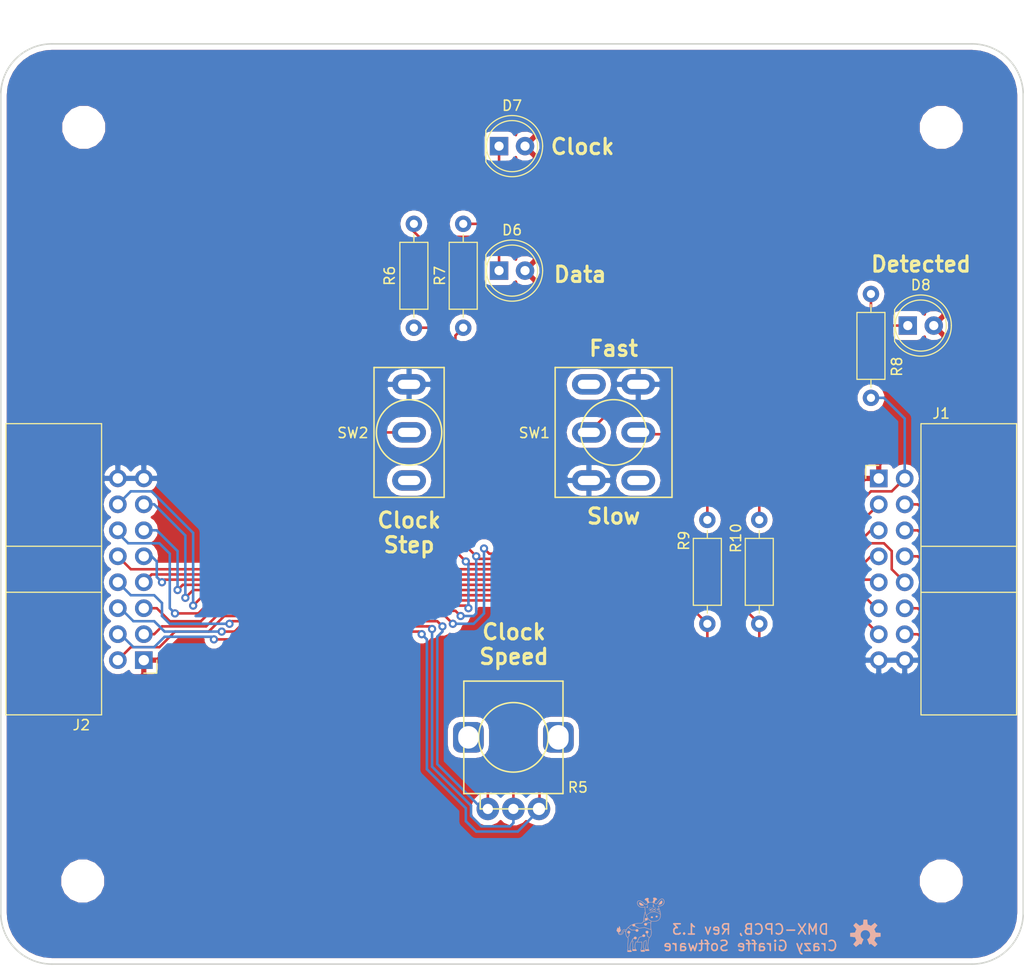
<source format=kicad_pcb>
(kicad_pcb (version 20171130) (host pcbnew "(5.0.0)")

  (general
    (thickness 1.6)
    (drawings 38)
    (tracks 243)
    (zones 0)
    (modules 19)
    (nets 24)
  )

  (page A4)
  (title_block
    (title "DMX Demonstrator - Control-Pro Clock (DMX-CPCB)")
    (date 2023-12-04)
    (rev 1.3)
    (company "Crazy Giraffe Software")
    (comment 2 "Designed by: SparkyBobo")
    (comment 3 https://creativecommons.org/licenses/by-sa/4.0/)
    (comment 4 "Released under the Creative Commons Attribution Share-Alike 4.0m License")
  )

  (layers
    (0 F.Cu signal)
    (31 B.Cu signal)
    (32 B.Adhes user hide)
    (33 F.Adhes user hide)
    (34 B.Paste user hide)
    (35 F.Paste user hide)
    (36 B.SilkS user)
    (37 F.SilkS user)
    (38 B.Mask user hide)
    (39 F.Mask user hide)
    (40 Dwgs.User user)
    (41 Cmts.User user hide)
    (42 Eco1.User user hide)
    (43 Eco2.User user hide)
    (44 Edge.Cuts user)
    (45 Margin user hide)
    (46 B.CrtYd user hide)
    (47 F.CrtYd user hide)
    (48 B.Fab user hide)
    (49 F.Fab user hide)
  )

  (setup
    (last_trace_width 0.25)
    (trace_clearance 0.2)
    (zone_clearance 0.508)
    (zone_45_only no)
    (trace_min 0.2)
    (segment_width 0.1)
    (edge_width 0.1524)
    (via_size 0.8)
    (via_drill 0.4)
    (via_min_size 0.4)
    (via_min_drill 0.3)
    (uvia_size 0.3)
    (uvia_drill 0.1)
    (uvias_allowed no)
    (uvia_min_size 0.2)
    (uvia_min_drill 0.1)
    (pcb_text_width 0.3)
    (pcb_text_size 1.5 1.5)
    (mod_edge_width 0.15)
    (mod_text_size 1 1)
    (mod_text_width 0.15)
    (pad_size 3.302 2)
    (pad_drill 2.159)
    (pad_to_mask_clearance 0.2)
    (aux_axis_origin 0 0)
    (visible_elements 7FFFFFFF)
    (pcbplotparams
      (layerselection 0x010fc_ffffffff)
      (usegerberextensions true)
      (usegerberattributes false)
      (usegerberadvancedattributes false)
      (creategerberjobfile false)
      (excludeedgelayer true)
      (linewidth 0.100000)
      (plotframeref false)
      (viasonmask false)
      (mode 1)
      (useauxorigin false)
      (hpglpennumber 1)
      (hpglpenspeed 20)
      (hpglpendiameter 15.000000)
      (psnegative false)
      (psa4output false)
      (plotreference true)
      (plotvalue false)
      (plotinvisibletext false)
      (padsonsilk false)
      (subtractmaskfromsilk true)
      (outputformat 1)
      (mirror false)
      (drillshape 0)
      (scaleselection 1)
      (outputdirectory "grb"))
  )

  (net 0 "")
  (net 1 GND)
  (net 2 +5V)
  (net 3 "Net-(SW2-Pad1)")
  (net 4 "Net-(D7-Pad1)")
  (net 5 "Net-(D6-Pad1)")
  (net 6 "Net-(R10-Pad2)")
  (net 7 "Net-(D8-Pad1)")
  (net 8 "Net-(R9-Pad2)")
  (net 9 "Net-(SW1-Pad1)")
  (net 10 "Net-(SW1-Pad6)")
  (net 11 /DIM1)
  (net 12 /DIM2)
  (net 13 /DIM3)
  (net 14 /DIM4)
  (net 15 /~CLK_STEP)
  (net 16 /SPD_LO)
  (net 17 /SPD_WIPER)
  (net 18 /SPD_HI)
  (net 19 /~CLK_FST)
  (net 20 /~CLK_SLO)
  (net 21 /~HWD_DT)
  (net 22 /~CLOCK)
  (net 23 /~DATA)

  (net_class Default "This is the default net class."
    (clearance 0.2)
    (trace_width 0.25)
    (via_dia 0.8)
    (via_drill 0.4)
    (uvia_dia 0.3)
    (uvia_drill 0.1)
    (add_net +5V)
    (add_net /DIM1)
    (add_net /DIM2)
    (add_net /DIM3)
    (add_net /DIM4)
    (add_net /SPD_HI)
    (add_net /SPD_LO)
    (add_net /SPD_WIPER)
    (add_net /~CLK_FST)
    (add_net /~CLK_SLO)
    (add_net /~CLK_STEP)
    (add_net /~CLOCK)
    (add_net /~DATA)
    (add_net /~HWD_DT)
    (add_net GND)
    (add_net "Net-(D6-Pad1)")
    (add_net "Net-(D7-Pad1)")
    (add_net "Net-(D8-Pad1)")
    (add_net "Net-(R10-Pad2)")
    (add_net "Net-(R9-Pad2)")
    (add_net "Net-(SW1-Pad1)")
    (add_net "Net-(SW1-Pad6)")
    (add_net "Net-(SW2-Pad1)")
  )

  (module footprints:BOURNS_PTV09A_1 (layer F.Cu) (tedit 5F62B2B8) (tstamp 631805CA)
    (at 137.242 116.516)
    (path /6BF51D50)
    (fp_text reference R5 (at 6.3 4.9) (layer F.SilkS)
      (effects (font (size 1 1) (thickness 0.15)))
    )
    (fp_text value 10k (at 0 -0.5) (layer F.Fab)
      (effects (font (size 1 1) (thickness 0.15)))
    )
    (fp_line (start -3.25 7) (end -3.25 5.5) (layer F.SilkS) (width 0.15))
    (fp_line (start 3.25 7) (end 3.25 5.5) (layer F.SilkS) (width 0.15))
    (fp_line (start -3.25 7) (end 3.25 7) (layer F.SilkS) (width 0.15))
    (fp_circle (center 0 0) (end 3.4 0) (layer F.SilkS) (width 0.15))
    (fp_line (start -4.85 -5.5) (end 4.85 -5.5) (layer F.SilkS) (width 0.15))
    (fp_line (start 4.85 -5.5) (end 4.85 5.5) (layer F.SilkS) (width 0.15))
    (fp_line (start 4.85 5.5) (end -4.85 5.5) (layer F.SilkS) (width 0.15))
    (fp_line (start -4.85 5.5) (end -4.85 -5.5) (layer F.SilkS) (width 0.15))
    (fp_line (start -6 -6) (end 6 -6) (layer F.CrtYd) (width 0.15))
    (fp_line (start 6 -6) (end 6 8.5) (layer F.CrtYd) (width 0.15))
    (fp_line (start 6 8.5) (end -6 8.5) (layer F.CrtYd) (width 0.15))
    (fp_line (start -6 8.5) (end -6 -6) (layer F.CrtYd) (width 0.15))
    (pad 1 thru_hole circle (at -2.5 7) (size 2.2 2.2) (drill 1) (layers *.Cu *.Mask)
      (net 16 /SPD_LO))
    (pad 2 thru_hole circle (at 0 7) (size 2.2 2.2) (drill 1) (layers *.Cu *.Mask)
      (net 17 /SPD_WIPER))
    (pad 3 thru_hole circle (at 2.5 7) (size 2.2 2.2) (drill 1.2) (layers *.Cu *.Mask)
      (net 18 /SPD_HI))
    (pad 4 thru_hole roundrect (at -4.4 0) (size 3 3) (drill oval 2 2.2) (layers *.Cu *.Mask) (roundrect_rratio 0.25))
    (pad 5 thru_hole roundrect (at 4.4 0) (size 3 3) (drill oval 2 2.4) (layers *.Cu *.Mask) (roundrect_rratio 0.25))
  )

  (module Connector_IDC:IDC-Header_2x08_P2.54mm_Horizontal (layer F.Cu) (tedit 59DE20FF) (tstamp 63F40405)
    (at 172.974 91.192)
    (descr "Through hole angled IDC box header, 2x08, 2.54mm pitch, double rows")
    (tags "Through hole IDC box header THT 2x08 2.54mm double row")
    (path /5F560541)
    (fp_text reference J1 (at 6.105 -6.35) (layer F.SilkS)
      (effects (font (size 1 1) (thickness 0.15)))
    )
    (fp_text value OUTPUT (at 6.105 24.384) (layer F.Fab)
      (effects (font (size 1 1) (thickness 0.15)))
    )
    (fp_line (start 13.48 23.13) (end -1.12 23.13) (layer F.CrtYd) (width 0.05))
    (fp_line (start 13.48 -5.35) (end 13.48 23.13) (layer F.CrtYd) (width 0.05))
    (fp_line (start -1.12 23.13) (end -1.12 -5.35) (layer F.CrtYd) (width 0.05))
    (fp_line (start -1.12 -5.35) (end 13.48 -5.35) (layer F.CrtYd) (width 0.05))
    (fp_line (start 4.13 6.64) (end 13.48 6.64) (layer F.SilkS) (width 0.12))
    (fp_line (start 4.13 23.13) (end 4.13 -5.35) (layer F.SilkS) (width 0.12))
    (fp_line (start 4.13 23.13) (end 13.48 23.13) (layer F.SilkS) (width 0.12))
    (fp_line (start 4.13 11.14) (end 13.48 11.14) (layer F.SilkS) (width 0.12))
    (fp_line (start 4.13 -5.35) (end 13.48 -5.35) (layer F.SilkS) (width 0.12))
    (fp_line (start 13.48 -5.35) (end 13.48 23.13) (layer F.SilkS) (width 0.12))
    (fp_line (start 0 -1.27) (end -1.27 -1.27) (layer F.SilkS) (width 0.12))
    (fp_line (start -1.27 -1.27) (end -1.27 0) (layer F.SilkS) (width 0.12))
    (fp_line (start 5.38 -5.1) (end 13.23 -5.1) (layer F.Fab) (width 0.1))
    (fp_line (start 4.38 9.84) (end -0.32 9.84) (layer F.Fab) (width 0.1))
    (fp_line (start 4.38 7.3) (end -0.32 7.3) (layer F.Fab) (width 0.1))
    (fp_line (start 4.38 6.64) (end 13.23 6.64) (layer F.Fab) (width 0.1))
    (fp_line (start 4.38 4.76) (end -0.32 4.76) (layer F.Fab) (width 0.1))
    (fp_line (start 4.38 22.88) (end 4.38 -4.1) (layer F.Fab) (width 0.1))
    (fp_line (start 4.38 22.88) (end 13.23 22.88) (layer F.Fab) (width 0.1))
    (fp_line (start 4.38 2.22) (end -0.32 2.22) (layer F.Fab) (width 0.1))
    (fp_line (start 4.38 17.46) (end -0.32 17.46) (layer F.Fab) (width 0.1))
    (fp_line (start 4.38 14.92) (end -0.32 14.92) (layer F.Fab) (width 0.1))
    (fp_line (start 4.38 12.38) (end -0.32 12.38) (layer F.Fab) (width 0.1))
    (fp_line (start 4.38 11.14) (end 13.23 11.14) (layer F.Fab) (width 0.1))
    (fp_line (start 4.38 -4.1) (end 5.38 -5.1) (layer F.Fab) (width 0.1))
    (fp_line (start 4.38 -0.32) (end -0.32 -0.32) (layer F.Fab) (width 0.1))
    (fp_line (start 13.23 22.88) (end 13.23 -5.1) (layer F.Fab) (width 0.1))
    (fp_line (start -0.32 9.84) (end -0.32 10.48) (layer F.Fab) (width 0.1))
    (fp_line (start -0.32 7.94) (end 4.38 7.94) (layer F.Fab) (width 0.1))
    (fp_line (start -0.32 7.3) (end -0.32 7.94) (layer F.Fab) (width 0.1))
    (fp_line (start -0.32 5.4) (end 4.38 5.4) (layer F.Fab) (width 0.1))
    (fp_line (start -0.32 4.76) (end -0.32 5.4) (layer F.Fab) (width 0.1))
    (fp_line (start -0.32 2.86) (end 4.38 2.86) (layer F.Fab) (width 0.1))
    (fp_line (start -0.32 2.22) (end -0.32 2.86) (layer F.Fab) (width 0.1))
    (fp_line (start -0.32 18.1) (end 4.38 18.1) (layer F.Fab) (width 0.1))
    (fp_line (start -0.32 17.46) (end -0.32 18.1) (layer F.Fab) (width 0.1))
    (fp_line (start -0.32 15.56) (end 4.38 15.56) (layer F.Fab) (width 0.1))
    (fp_line (start -0.32 14.92) (end -0.32 15.56) (layer F.Fab) (width 0.1))
    (fp_line (start -0.32 13.02) (end 4.38 13.02) (layer F.Fab) (width 0.1))
    (fp_line (start -0.32 12.38) (end -0.32 13.02) (layer F.Fab) (width 0.1))
    (fp_line (start -0.32 10.48) (end 4.38 10.48) (layer F.Fab) (width 0.1))
    (fp_line (start -0.32 0.32) (end 4.38 0.32) (layer F.Fab) (width 0.1))
    (fp_line (start -0.32 -0.32) (end -0.32 0.32) (layer F.Fab) (width 0.1))
    (fp_text user %R (at 8.805 8.89 90) (layer F.Fab)
      (effects (font (size 1 1) (thickness 0.15)))
    )
    (pad 16 thru_hole oval (at 2.54 17.78) (size 1.7272 1.7272) (drill 1.016) (layers *.Cu *.Mask)
      (net 1 GND))
    (pad 15 thru_hole oval (at 0 17.78) (size 1.7272 1.7272) (drill 1.016) (layers *.Cu *.Mask)
      (net 1 GND))
    (pad 14 thru_hole oval (at 2.54 15.24) (size 1.7272 1.7272) (drill 1.016) (layers *.Cu *.Mask)
      (net 19 /~CLK_FST))
    (pad 13 thru_hole oval (at 0 15.24) (size 1.7272 1.7272) (drill 1.016) (layers *.Cu *.Mask)
      (net 14 /DIM4))
    (pad 12 thru_hole oval (at 2.54 12.7) (size 1.7272 1.7272) (drill 1.016) (layers *.Cu *.Mask)
      (net 20 /~CLK_SLO))
    (pad 11 thru_hole oval (at 0 12.7) (size 1.7272 1.7272) (drill 1.016) (layers *.Cu *.Mask)
      (net 13 /DIM3))
    (pad 10 thru_hole oval (at 2.54 10.16) (size 1.7272 1.7272) (drill 1.016) (layers *.Cu *.Mask)
      (net 15 /~CLK_STEP))
    (pad 9 thru_hole oval (at 0 10.16) (size 1.7272 1.7272) (drill 1.016) (layers *.Cu *.Mask)
      (net 12 /DIM2))
    (pad 8 thru_hole oval (at 2.54 7.62) (size 1.7272 1.7272) (drill 1.016) (layers *.Cu *.Mask)
      (net 16 /SPD_LO))
    (pad 7 thru_hole oval (at 0 7.62) (size 1.7272 1.7272) (drill 1.016) (layers *.Cu *.Mask)
      (net 11 /DIM1))
    (pad 6 thru_hole oval (at 2.54 5.08) (size 1.7272 1.7272) (drill 1.016) (layers *.Cu *.Mask)
      (net 17 /SPD_WIPER))
    (pad 5 thru_hole oval (at 0 5.08) (size 1.7272 1.7272) (drill 1.016) (layers *.Cu *.Mask)
      (net 23 /~DATA))
    (pad 4 thru_hole oval (at 2.54 2.54) (size 1.7272 1.7272) (drill 1.016) (layers *.Cu *.Mask)
      (net 18 /SPD_HI))
    (pad 3 thru_hole oval (at 0 2.54) (size 1.7272 1.7272) (drill 1.016) (layers *.Cu *.Mask)
      (net 22 /~CLOCK))
    (pad 2 thru_hole oval (at 2.54 0) (size 1.7272 1.7272) (drill 1.016) (layers *.Cu *.Mask)
      (net 21 /~HWD_DT))
    (pad 1 thru_hole rect (at 0 0) (size 1.7272 1.7272) (drill 1.016) (layers *.Cu *.Mask)
      (net 2 +5V))
    (model ${KISYS3DMOD}/Connector_IDC.3dshapes/IDC-Header_2x08_P2.54mm_Horizontal.wrl
      (at (xyz 0 0 0))
      (scale (xyz 1 1 1))
      (rotate (xyz 0 0 0))
    )
  )

  (module Resistor_THT:R_Axial_DIN0207_L6.3mm_D2.5mm_P10.16mm_Horizontal (layer F.Cu) (tedit 5AE5139B) (tstamp 63F45B8E)
    (at 132.334 76.454 90)
    (descr "Resistor, Axial_DIN0207 series, Axial, Horizontal, pin pitch=10.16mm, 0.25W = 1/4W, length*diameter=6.3*2.5mm^2, http://cdn-reichelt.de/documents/datenblatt/B400/1_4W%23YAG.pdf")
    (tags "Resistor Axial_DIN0207 series Axial Horizontal pin pitch 10.16mm 0.25W = 1/4W length 6.3mm diameter 2.5mm")
    (path /5F5B68BC)
    (fp_text reference R7 (at 5.08 -2.286 90) (layer F.SilkS)
      (effects (font (size 1 1) (thickness 0.15)))
    )
    (fp_text value 330 (at 5.08 2.37 90) (layer F.Fab)
      (effects (font (size 1 1) (thickness 0.15)))
    )
    (fp_line (start 1.93 -1.25) (end 1.93 1.25) (layer F.Fab) (width 0.1))
    (fp_line (start 1.93 1.25) (end 8.23 1.25) (layer F.Fab) (width 0.1))
    (fp_line (start 8.23 1.25) (end 8.23 -1.25) (layer F.Fab) (width 0.1))
    (fp_line (start 8.23 -1.25) (end 1.93 -1.25) (layer F.Fab) (width 0.1))
    (fp_line (start 0 0) (end 1.93 0) (layer F.Fab) (width 0.1))
    (fp_line (start 10.16 0) (end 8.23 0) (layer F.Fab) (width 0.1))
    (fp_line (start 1.81 -1.37) (end 1.81 1.37) (layer F.SilkS) (width 0.12))
    (fp_line (start 1.81 1.37) (end 8.35 1.37) (layer F.SilkS) (width 0.12))
    (fp_line (start 8.35 1.37) (end 8.35 -1.37) (layer F.SilkS) (width 0.12))
    (fp_line (start 8.35 -1.37) (end 1.81 -1.37) (layer F.SilkS) (width 0.12))
    (fp_line (start 1.04 0) (end 1.81 0) (layer F.SilkS) (width 0.12))
    (fp_line (start 9.12 0) (end 8.35 0) (layer F.SilkS) (width 0.12))
    (fp_line (start -1.05 -1.5) (end -1.05 1.5) (layer F.CrtYd) (width 0.05))
    (fp_line (start -1.05 1.5) (end 11.21 1.5) (layer F.CrtYd) (width 0.05))
    (fp_line (start 11.21 1.5) (end 11.21 -1.5) (layer F.CrtYd) (width 0.05))
    (fp_line (start 11.21 -1.5) (end -1.05 -1.5) (layer F.CrtYd) (width 0.05))
    (fp_text user %R (at 5.08 0 90) (layer F.Fab)
      (effects (font (size 1 1) (thickness 0.15)))
    )
    (pad 1 thru_hole circle (at 0 0 90) (size 1.6 1.6) (drill 0.8) (layers *.Cu *.Mask)
      (net 22 /~CLOCK))
    (pad 2 thru_hole oval (at 10.16 0 90) (size 1.6 1.6) (drill 0.8) (layers *.Cu *.Mask)
      (net 4 "Net-(D7-Pad1)"))
    (model ${KISYS3DMOD}/Resistor_THT.3dshapes/R_Axial_DIN0207_L6.3mm_D2.5mm_P10.16mm_Horizontal.wrl
      (at (xyz 0 0 0))
      (scale (xyz 1 1 1))
      (rotate (xyz 0 0 0))
    )
  )

  (module Connector_IDC:IDC-Header_2x08_P2.54mm_Horizontal (layer F.Cu) (tedit 59DE20FF) (tstamp 63F403C6)
    (at 101.092 108.966 180)
    (descr "Through hole angled IDC box header, 2x08, 2.54mm pitch, double rows")
    (tags "Through hole IDC box header THT 2x08 2.54mm double row")
    (path /63189B70)
    (fp_text reference J2 (at 6.105 -6.35 180) (layer F.SilkS)
      (effects (font (size 1 1) (thickness 0.15)))
    )
    (fp_text value INPUT (at 6.105 24.384 180) (layer F.Fab)
      (effects (font (size 1 1) (thickness 0.15)))
    )
    (fp_text user %R (at 8.805 8.89 270) (layer F.Fab)
      (effects (font (size 1 1) (thickness 0.15)))
    )
    (fp_line (start -0.32 -0.32) (end -0.32 0.32) (layer F.Fab) (width 0.1))
    (fp_line (start -0.32 0.32) (end 4.38 0.32) (layer F.Fab) (width 0.1))
    (fp_line (start -0.32 10.48) (end 4.38 10.48) (layer F.Fab) (width 0.1))
    (fp_line (start -0.32 12.38) (end -0.32 13.02) (layer F.Fab) (width 0.1))
    (fp_line (start -0.32 13.02) (end 4.38 13.02) (layer F.Fab) (width 0.1))
    (fp_line (start -0.32 14.92) (end -0.32 15.56) (layer F.Fab) (width 0.1))
    (fp_line (start -0.32 15.56) (end 4.38 15.56) (layer F.Fab) (width 0.1))
    (fp_line (start -0.32 17.46) (end -0.32 18.1) (layer F.Fab) (width 0.1))
    (fp_line (start -0.32 18.1) (end 4.38 18.1) (layer F.Fab) (width 0.1))
    (fp_line (start -0.32 2.22) (end -0.32 2.86) (layer F.Fab) (width 0.1))
    (fp_line (start -0.32 2.86) (end 4.38 2.86) (layer F.Fab) (width 0.1))
    (fp_line (start -0.32 4.76) (end -0.32 5.4) (layer F.Fab) (width 0.1))
    (fp_line (start -0.32 5.4) (end 4.38 5.4) (layer F.Fab) (width 0.1))
    (fp_line (start -0.32 7.3) (end -0.32 7.94) (layer F.Fab) (width 0.1))
    (fp_line (start -0.32 7.94) (end 4.38 7.94) (layer F.Fab) (width 0.1))
    (fp_line (start -0.32 9.84) (end -0.32 10.48) (layer F.Fab) (width 0.1))
    (fp_line (start 13.23 22.88) (end 13.23 -5.1) (layer F.Fab) (width 0.1))
    (fp_line (start 4.38 -0.32) (end -0.32 -0.32) (layer F.Fab) (width 0.1))
    (fp_line (start 4.38 -4.1) (end 5.38 -5.1) (layer F.Fab) (width 0.1))
    (fp_line (start 4.38 11.14) (end 13.23 11.14) (layer F.Fab) (width 0.1))
    (fp_line (start 4.38 12.38) (end -0.32 12.38) (layer F.Fab) (width 0.1))
    (fp_line (start 4.38 14.92) (end -0.32 14.92) (layer F.Fab) (width 0.1))
    (fp_line (start 4.38 17.46) (end -0.32 17.46) (layer F.Fab) (width 0.1))
    (fp_line (start 4.38 2.22) (end -0.32 2.22) (layer F.Fab) (width 0.1))
    (fp_line (start 4.38 22.88) (end 13.23 22.88) (layer F.Fab) (width 0.1))
    (fp_line (start 4.38 22.88) (end 4.38 -4.1) (layer F.Fab) (width 0.1))
    (fp_line (start 4.38 4.76) (end -0.32 4.76) (layer F.Fab) (width 0.1))
    (fp_line (start 4.38 6.64) (end 13.23 6.64) (layer F.Fab) (width 0.1))
    (fp_line (start 4.38 7.3) (end -0.32 7.3) (layer F.Fab) (width 0.1))
    (fp_line (start 4.38 9.84) (end -0.32 9.84) (layer F.Fab) (width 0.1))
    (fp_line (start 5.38 -5.1) (end 13.23 -5.1) (layer F.Fab) (width 0.1))
    (fp_line (start -1.27 -1.27) (end -1.27 0) (layer F.SilkS) (width 0.12))
    (fp_line (start 0 -1.27) (end -1.27 -1.27) (layer F.SilkS) (width 0.12))
    (fp_line (start 13.48 -5.35) (end 13.48 23.13) (layer F.SilkS) (width 0.12))
    (fp_line (start 4.13 -5.35) (end 13.48 -5.35) (layer F.SilkS) (width 0.12))
    (fp_line (start 4.13 11.14) (end 13.48 11.14) (layer F.SilkS) (width 0.12))
    (fp_line (start 4.13 23.13) (end 13.48 23.13) (layer F.SilkS) (width 0.12))
    (fp_line (start 4.13 23.13) (end 4.13 -5.35) (layer F.SilkS) (width 0.12))
    (fp_line (start 4.13 6.64) (end 13.48 6.64) (layer F.SilkS) (width 0.12))
    (fp_line (start -1.12 -5.35) (end 13.48 -5.35) (layer F.CrtYd) (width 0.05))
    (fp_line (start -1.12 23.13) (end -1.12 -5.35) (layer F.CrtYd) (width 0.05))
    (fp_line (start 13.48 -5.35) (end 13.48 23.13) (layer F.CrtYd) (width 0.05))
    (fp_line (start 13.48 23.13) (end -1.12 23.13) (layer F.CrtYd) (width 0.05))
    (pad 1 thru_hole rect (at 0 0 180) (size 1.7272 1.7272) (drill 1.016) (layers *.Cu *.Mask)
      (net 2 +5V))
    (pad 2 thru_hole oval (at 2.54 0 180) (size 1.7272 1.7272) (drill 1.016) (layers *.Cu *.Mask)
      (net 21 /~HWD_DT))
    (pad 3 thru_hole oval (at 0 2.54 180) (size 1.7272 1.7272) (drill 1.016) (layers *.Cu *.Mask)
      (net 22 /~CLOCK))
    (pad 4 thru_hole oval (at 2.54 2.54 180) (size 1.7272 1.7272) (drill 1.016) (layers *.Cu *.Mask)
      (net 18 /SPD_HI))
    (pad 5 thru_hole oval (at 0 5.08 180) (size 1.7272 1.7272) (drill 1.016) (layers *.Cu *.Mask)
      (net 23 /~DATA))
    (pad 6 thru_hole oval (at 2.54 5.08 180) (size 1.7272 1.7272) (drill 1.016) (layers *.Cu *.Mask)
      (net 17 /SPD_WIPER))
    (pad 7 thru_hole oval (at 0 7.62 180) (size 1.7272 1.7272) (drill 1.016) (layers *.Cu *.Mask)
      (net 11 /DIM1))
    (pad 8 thru_hole oval (at 2.54 7.62 180) (size 1.7272 1.7272) (drill 1.016) (layers *.Cu *.Mask)
      (net 16 /SPD_LO))
    (pad 9 thru_hole oval (at 0 10.16 180) (size 1.7272 1.7272) (drill 1.016) (layers *.Cu *.Mask)
      (net 12 /DIM2))
    (pad 10 thru_hole oval (at 2.54 10.16 180) (size 1.7272 1.7272) (drill 1.016) (layers *.Cu *.Mask)
      (net 15 /~CLK_STEP))
    (pad 11 thru_hole oval (at 0 12.7 180) (size 1.7272 1.7272) (drill 1.016) (layers *.Cu *.Mask)
      (net 13 /DIM3))
    (pad 12 thru_hole oval (at 2.54 12.7 180) (size 1.7272 1.7272) (drill 1.016) (layers *.Cu *.Mask)
      (net 20 /~CLK_SLO))
    (pad 13 thru_hole oval (at 0 15.24 180) (size 1.7272 1.7272) (drill 1.016) (layers *.Cu *.Mask)
      (net 14 /DIM4))
    (pad 14 thru_hole oval (at 2.54 15.24 180) (size 1.7272 1.7272) (drill 1.016) (layers *.Cu *.Mask)
      (net 19 /~CLK_FST))
    (pad 15 thru_hole oval (at 0 17.78 180) (size 1.7272 1.7272) (drill 1.016) (layers *.Cu *.Mask)
      (net 1 GND))
    (pad 16 thru_hole oval (at 2.54 17.78 180) (size 1.7272 1.7272) (drill 1.016) (layers *.Cu *.Mask)
      (net 1 GND))
    (model ${KISYS3DMOD}/Connector_IDC.3dshapes/IDC-Header_2x08_P2.54mm_Horizontal.wrl
      (at (xyz 0 0 0))
      (scale (xyz 1 1 1))
      (rotate (xyz 0 0 0))
    )
  )

  (module Resistor_THT:R_Axial_DIN0207_L6.3mm_D2.5mm_P10.16mm_Horizontal (layer F.Cu) (tedit 5AE5139B) (tstamp 63180608)
    (at 156.21 105.41 90)
    (descr "Resistor, Axial_DIN0207 series, Axial, Horizontal, pin pitch=10.16mm, 0.25W = 1/4W, length*diameter=6.3*2.5mm^2, http://cdn-reichelt.de/documents/datenblatt/B400/1_4W%23YAG.pdf")
    (tags "Resistor Axial_DIN0207 series Axial Horizontal pin pitch 10.16mm 0.25W = 1/4W length 6.3mm diameter 2.5mm")
    (path /5F66157A)
    (fp_text reference R9 (at 8.128 -2.286 90) (layer F.SilkS)
      (effects (font (size 1 1) (thickness 0.15)))
    )
    (fp_text value 330 (at 5.08 2.37 90) (layer F.Fab)
      (effects (font (size 1 1) (thickness 0.15)))
    )
    (fp_line (start 1.93 -1.25) (end 1.93 1.25) (layer F.Fab) (width 0.1))
    (fp_line (start 1.93 1.25) (end 8.23 1.25) (layer F.Fab) (width 0.1))
    (fp_line (start 8.23 1.25) (end 8.23 -1.25) (layer F.Fab) (width 0.1))
    (fp_line (start 8.23 -1.25) (end 1.93 -1.25) (layer F.Fab) (width 0.1))
    (fp_line (start 0 0) (end 1.93 0) (layer F.Fab) (width 0.1))
    (fp_line (start 10.16 0) (end 8.23 0) (layer F.Fab) (width 0.1))
    (fp_line (start 1.81 -1.37) (end 1.81 1.37) (layer F.SilkS) (width 0.12))
    (fp_line (start 1.81 1.37) (end 8.35 1.37) (layer F.SilkS) (width 0.12))
    (fp_line (start 8.35 1.37) (end 8.35 -1.37) (layer F.SilkS) (width 0.12))
    (fp_line (start 8.35 -1.37) (end 1.81 -1.37) (layer F.SilkS) (width 0.12))
    (fp_line (start 1.04 0) (end 1.81 0) (layer F.SilkS) (width 0.12))
    (fp_line (start 9.12 0) (end 8.35 0) (layer F.SilkS) (width 0.12))
    (fp_line (start -1.05 -1.5) (end -1.05 1.5) (layer F.CrtYd) (width 0.05))
    (fp_line (start -1.05 1.5) (end 11.21 1.5) (layer F.CrtYd) (width 0.05))
    (fp_line (start 11.21 1.5) (end 11.21 -1.5) (layer F.CrtYd) (width 0.05))
    (fp_line (start 11.21 -1.5) (end -1.05 -1.5) (layer F.CrtYd) (width 0.05))
    (fp_text user %R (at 5.08 0 90) (layer F.Fab)
      (effects (font (size 1 1) (thickness 0.15)))
    )
    (pad 1 thru_hole circle (at 0 0 90) (size 1.6 1.6) (drill 0.8) (layers *.Cu *.Mask)
      (net 20 /~CLK_SLO))
    (pad 2 thru_hole oval (at 10.16 0 90) (size 1.6 1.6) (drill 0.8) (layers *.Cu *.Mask)
      (net 8 "Net-(R9-Pad2)"))
    (model ${KISYS3DMOD}/Resistor_THT.3dshapes/R_Axial_DIN0207_L6.3mm_D2.5mm_P10.16mm_Horizontal.wrl
      (at (xyz 0 0 0))
      (scale (xyz 1 1 1))
      (rotate (xyz 0 0 0))
    )
  )

  (module footprints:ESWITCH_100_DPDT_M1 (layer F.Cu) (tedit 5F6FA4A7) (tstamp 63F4055B)
    (at 147.038 86.692 180)
    (path /5F35D083)
    (fp_text reference SW1 (at 7.75 -0.05 180) (layer F.SilkS)
      (effects (font (size 1 1) (thickness 0.15)))
    )
    (fp_text value CLOCK_SPEED (at 0 -0.5 180) (layer F.Fab)
      (effects (font (size 1 1) (thickness 0.15)))
    )
    (fp_line (start -5.715 -6.35) (end 5.715 -6.35) (layer F.SilkS) (width 0.15))
    (fp_line (start 5.715 -6.35) (end 5.715 6.35) (layer F.SilkS) (width 0.15))
    (fp_line (start 5.715 6.35) (end -5.715 6.35) (layer F.SilkS) (width 0.15))
    (fp_line (start -5.715 6.35) (end -5.715 -6.35) (layer F.SilkS) (width 0.15))
    (fp_circle (center 0 0) (end 3.175 0.4318) (layer F.SilkS) (width 0.15))
    (fp_line (start -5.842 -6.604) (end 5.842 -6.604) (layer F.CrtYd) (width 0.15))
    (fp_line (start 5.842 -6.604) (end 5.842 6.604) (layer F.CrtYd) (width 0.15))
    (fp_line (start 5.842 6.604) (end -5.842 6.604) (layer F.CrtYd) (width 0.15))
    (fp_line (start -5.842 6.604) (end -5.842 -6.5786) (layer F.CrtYd) (width 0.15))
    (pad 1 thru_hole oval (at -2.413 -4.699 180) (size 3.302 2) (drill oval 2.159 0.9) (layers *.Cu *.Mask)
      (net 9 "Net-(SW1-Pad1)"))
    (pad 2 thru_hole oval (at -2.413 0 180) (size 3.302 2) (drill oval 2.159 0.9) (layers *.Cu *.Mask)
      (net 8 "Net-(R9-Pad2)"))
    (pad 3 thru_hole oval (at -2.413 4.699 180) (size 3.302 2) (drill oval 2.159 0.9) (layers *.Cu *.Mask)
      (net 1 GND))
    (pad 4 thru_hole oval (at 2.413 -4.699 180) (size 3.302 2) (drill oval 2.159 0.9) (layers *.Cu *.Mask)
      (net 1 GND))
    (pad 5 thru_hole oval (at 2.413 0 180) (size 3.302 2) (drill oval 2.159 0.9) (layers *.Cu *.Mask)
      (net 6 "Net-(R10-Pad2)"))
    (pad 6 thru_hole oval (at 2.413 4.699 180) (size 3.302 2) (drill oval 2.159 0.9) (layers *.Cu *.Mask)
      (net 10 "Net-(SW1-Pad6)"))
  )

  (module footprints:ESWITCH_100_SPDT_M1 (layer F.Cu) (tedit 5F6FA4D5) (tstamp 63F40472)
    (at 127.038 86.692 180)
    (path /5F567A78)
    (fp_text reference SW2 (at 5.5 -0.05 180) (layer F.SilkS)
      (effects (font (size 1 1) (thickness 0.15)))
    )
    (fp_text value CLOCK_STEP (at 0 -0.5 180) (layer F.Fab)
      (effects (font (size 1 1) (thickness 0.15)))
    )
    (fp_line (start 3.429 -6.35) (end -3.429 -6.35) (layer F.SilkS) (width 0.15))
    (fp_line (start 3.429 6.35) (end 3.429 -6.35) (layer F.SilkS) (width 0.15))
    (fp_line (start 3.429 6.35) (end -3.429 6.35) (layer F.SilkS) (width 0.15))
    (fp_line (start -3.429 6.35) (end -3.429 -6.35) (layer F.SilkS) (width 0.15))
    (fp_line (start -3.556 -6.604) (end 3.556 -6.604) (layer F.CrtYd) (width 0.15))
    (fp_line (start 3.556 -6.604) (end 3.556 6.604) (layer F.CrtYd) (width 0.15))
    (fp_line (start 3.556 6.604) (end -3.556 6.604) (layer F.CrtYd) (width 0.15))
    (fp_line (start -3.556 6.604) (end -3.556 -6.5786) (layer F.CrtYd) (width 0.15))
    (fp_circle (center 0 0) (end 3.175 0.381) (layer F.SilkS) (width 0.15))
    (pad 1 thru_hole oval (at 0 -4.699 180) (size 3.302 2) (drill oval 2.159 0.9) (layers *.Cu *.Mask)
      (net 3 "Net-(SW2-Pad1)"))
    (pad 2 thru_hole oval (at 0 0 180) (size 3.302 2) (drill oval 2.159 0.9) (layers *.Cu *.Mask)
      (net 15 /~CLK_STEP))
    (pad 3 thru_hole oval (at 0 4.699 180) (size 3.302 2) (drill oval 2.159 0.9) (layers *.Cu *.Mask)
      (net 1 GND))
  )

  (module LED_THT:LED_D5.0mm (layer F.Cu) (tedit 5995936A) (tstamp 5F709E90)
    (at 175.814 76.242)
    (descr "LED, diameter 5.0mm, 2 pins, http://cdn-reichelt.de/documents/datenblatt/A500/LL-504BC2E-009.pdf")
    (tags "LED diameter 5.0mm 2 pins")
    (path /5F5594CF)
    (fp_text reference D8 (at 1.27 -3.96) (layer F.SilkS)
      (effects (font (size 1 1) (thickness 0.15)))
    )
    (fp_text value ACTIVE (at 1.27 3.96) (layer F.Fab)
      (effects (font (size 1 1) (thickness 0.15)))
    )
    (fp_text user %R (at 1.25 0) (layer F.Fab)
      (effects (font (size 0.8 0.8) (thickness 0.2)))
    )
    (fp_line (start 4.5 -3.25) (end -1.95 -3.25) (layer F.CrtYd) (width 0.05))
    (fp_line (start 4.5 3.25) (end 4.5 -3.25) (layer F.CrtYd) (width 0.05))
    (fp_line (start -1.95 3.25) (end 4.5 3.25) (layer F.CrtYd) (width 0.05))
    (fp_line (start -1.95 -3.25) (end -1.95 3.25) (layer F.CrtYd) (width 0.05))
    (fp_line (start -1.29 -1.545) (end -1.29 1.545) (layer F.SilkS) (width 0.12))
    (fp_line (start -1.23 -1.469694) (end -1.23 1.469694) (layer F.Fab) (width 0.1))
    (fp_circle (center 1.27 0) (end 3.77 0) (layer F.SilkS) (width 0.12))
    (fp_circle (center 1.27 0) (end 3.77 0) (layer F.Fab) (width 0.1))
    (fp_arc (start 1.27 0) (end -1.29 1.54483) (angle -148.9) (layer F.SilkS) (width 0.12))
    (fp_arc (start 1.27 0) (end -1.29 -1.54483) (angle 148.9) (layer F.SilkS) (width 0.12))
    (fp_arc (start 1.27 0) (end -1.23 -1.469694) (angle 299.1) (layer F.Fab) (width 0.1))
    (pad 2 thru_hole circle (at 2.54 0) (size 1.8 1.8) (drill 0.9) (layers *.Cu *.Mask)
      (net 2 +5V))
    (pad 1 thru_hole rect (at 0 0) (size 1.8 1.8) (drill 0.9) (layers *.Cu *.Mask)
      (net 7 "Net-(D8-Pad1)"))
    (model ${KISYS3DMOD}/LED_THT.3dshapes/LED_D5.0mm.wrl
      (at (xyz 0 0 0))
      (scale (xyz 1 1 1))
      (rotate (xyz 0 0 0))
    )
  )

  (module Resistor_THT:R_Axial_DIN0207_L6.3mm_D2.5mm_P10.16mm_Horizontal (layer F.Cu) (tedit 5AE5139B) (tstamp 6317FEF2)
    (at 172.212 83.312 90)
    (descr "Resistor, Axial_DIN0207 series, Axial, Horizontal, pin pitch=10.16mm, 0.25W = 1/4W, length*diameter=6.3*2.5mm^2, http://cdn-reichelt.de/documents/datenblatt/B400/1_4W%23YAG.pdf")
    (tags "Resistor Axial_DIN0207 series Axial Horizontal pin pitch 10.16mm 0.25W = 1/4W length 6.3mm diameter 2.5mm")
    (path /5F5CB682)
    (fp_text reference R8 (at 3.048 2.54 90) (layer F.SilkS)
      (effects (font (size 1 1) (thickness 0.15)))
    )
    (fp_text value 330 (at 5.08 2.37 90) (layer F.Fab)
      (effects (font (size 1 1) (thickness 0.15)))
    )
    (fp_text user %R (at 5.08 0 90) (layer F.Fab)
      (effects (font (size 1 1) (thickness 0.15)))
    )
    (fp_line (start 11.21 -1.5) (end -1.05 -1.5) (layer F.CrtYd) (width 0.05))
    (fp_line (start 11.21 1.5) (end 11.21 -1.5) (layer F.CrtYd) (width 0.05))
    (fp_line (start -1.05 1.5) (end 11.21 1.5) (layer F.CrtYd) (width 0.05))
    (fp_line (start -1.05 -1.5) (end -1.05 1.5) (layer F.CrtYd) (width 0.05))
    (fp_line (start 9.12 0) (end 8.35 0) (layer F.SilkS) (width 0.12))
    (fp_line (start 1.04 0) (end 1.81 0) (layer F.SilkS) (width 0.12))
    (fp_line (start 8.35 -1.37) (end 1.81 -1.37) (layer F.SilkS) (width 0.12))
    (fp_line (start 8.35 1.37) (end 8.35 -1.37) (layer F.SilkS) (width 0.12))
    (fp_line (start 1.81 1.37) (end 8.35 1.37) (layer F.SilkS) (width 0.12))
    (fp_line (start 1.81 -1.37) (end 1.81 1.37) (layer F.SilkS) (width 0.12))
    (fp_line (start 10.16 0) (end 8.23 0) (layer F.Fab) (width 0.1))
    (fp_line (start 0 0) (end 1.93 0) (layer F.Fab) (width 0.1))
    (fp_line (start 8.23 -1.25) (end 1.93 -1.25) (layer F.Fab) (width 0.1))
    (fp_line (start 8.23 1.25) (end 8.23 -1.25) (layer F.Fab) (width 0.1))
    (fp_line (start 1.93 1.25) (end 8.23 1.25) (layer F.Fab) (width 0.1))
    (fp_line (start 1.93 -1.25) (end 1.93 1.25) (layer F.Fab) (width 0.1))
    (pad 2 thru_hole oval (at 10.16 0 90) (size 1.6 1.6) (drill 0.8) (layers *.Cu *.Mask)
      (net 7 "Net-(D8-Pad1)"))
    (pad 1 thru_hole circle (at 0 0 90) (size 1.6 1.6) (drill 0.8) (layers *.Cu *.Mask)
      (net 21 /~HWD_DT))
    (model ${KISYS3DMOD}/Resistor_THT.3dshapes/R_Axial_DIN0207_L6.3mm_D2.5mm_P10.16mm_Horizontal.wrl
      (at (xyz 0 0 0))
      (scale (xyz 1 1 1))
      (rotate (xyz 0 0 0))
    )
  )

  (module Resistor_THT:R_Axial_DIN0207_L6.3mm_D2.5mm_P10.16mm_Horizontal (layer F.Cu) (tedit 5AE5139B) (tstamp 631804BB)
    (at 127.508 76.454 90)
    (descr "Resistor, Axial_DIN0207 series, Axial, Horizontal, pin pitch=10.16mm, 0.25W = 1/4W, length*diameter=6.3*2.5mm^2, http://cdn-reichelt.de/documents/datenblatt/B400/1_4W%23YAG.pdf")
    (tags "Resistor Axial_DIN0207 series Axial Horizontal pin pitch 10.16mm 0.25W = 1/4W length 6.3mm diameter 2.5mm")
    (path /5F5B0604)
    (fp_text reference R6 (at 5.08 -2.37 90) (layer F.SilkS)
      (effects (font (size 1 1) (thickness 0.15)))
    )
    (fp_text value 330 (at 5.08 2.37 90) (layer F.Fab)
      (effects (font (size 1 1) (thickness 0.15)))
    )
    (fp_text user %R (at 5.08 0 90) (layer F.Fab)
      (effects (font (size 1 1) (thickness 0.15)))
    )
    (fp_line (start 11.21 -1.5) (end -1.05 -1.5) (layer F.CrtYd) (width 0.05))
    (fp_line (start 11.21 1.5) (end 11.21 -1.5) (layer F.CrtYd) (width 0.05))
    (fp_line (start -1.05 1.5) (end 11.21 1.5) (layer F.CrtYd) (width 0.05))
    (fp_line (start -1.05 -1.5) (end -1.05 1.5) (layer F.CrtYd) (width 0.05))
    (fp_line (start 9.12 0) (end 8.35 0) (layer F.SilkS) (width 0.12))
    (fp_line (start 1.04 0) (end 1.81 0) (layer F.SilkS) (width 0.12))
    (fp_line (start 8.35 -1.37) (end 1.81 -1.37) (layer F.SilkS) (width 0.12))
    (fp_line (start 8.35 1.37) (end 8.35 -1.37) (layer F.SilkS) (width 0.12))
    (fp_line (start 1.81 1.37) (end 8.35 1.37) (layer F.SilkS) (width 0.12))
    (fp_line (start 1.81 -1.37) (end 1.81 1.37) (layer F.SilkS) (width 0.12))
    (fp_line (start 10.16 0) (end 8.23 0) (layer F.Fab) (width 0.1))
    (fp_line (start 0 0) (end 1.93 0) (layer F.Fab) (width 0.1))
    (fp_line (start 8.23 -1.25) (end 1.93 -1.25) (layer F.Fab) (width 0.1))
    (fp_line (start 8.23 1.25) (end 8.23 -1.25) (layer F.Fab) (width 0.1))
    (fp_line (start 1.93 1.25) (end 8.23 1.25) (layer F.Fab) (width 0.1))
    (fp_line (start 1.93 -1.25) (end 1.93 1.25) (layer F.Fab) (width 0.1))
    (pad 2 thru_hole oval (at 10.16 0 90) (size 1.6 1.6) (drill 0.8) (layers *.Cu *.Mask)
      (net 5 "Net-(D6-Pad1)"))
    (pad 1 thru_hole circle (at 0 0 90) (size 1.6 1.6) (drill 0.8) (layers *.Cu *.Mask)
      (net 23 /~DATA))
    (model ${KISYS3DMOD}/Resistor_THT.3dshapes/R_Axial_DIN0207_L6.3mm_D2.5mm_P10.16mm_Horizontal.wrl
      (at (xyz 0 0 0))
      (scale (xyz 1 1 1))
      (rotate (xyz 0 0 0))
    )
  )

  (module Resistor_THT:R_Axial_DIN0207_L6.3mm_D2.5mm_P10.16mm_Horizontal (layer F.Cu) (tedit 5AE5139B) (tstamp 63180479)
    (at 161.29 105.41 90)
    (descr "Resistor, Axial_DIN0207 series, Axial, Horizontal, pin pitch=10.16mm, 0.25W = 1/4W, length*diameter=6.3*2.5mm^2, http://cdn-reichelt.de/documents/datenblatt/B400/1_4W%23YAG.pdf")
    (tags "Resistor Axial_DIN0207 series Axial Horizontal pin pitch 10.16mm 0.25W = 1/4W length 6.3mm diameter 2.5mm")
    (path /5F6615D8)
    (fp_text reference R10 (at 8.382 -2.286 90) (layer F.SilkS)
      (effects (font (size 1 1) (thickness 0.15)))
    )
    (fp_text value 330 (at 5.08 2.37 90) (layer F.Fab)
      (effects (font (size 1 1) (thickness 0.15)))
    )
    (fp_line (start 1.93 -1.25) (end 1.93 1.25) (layer F.Fab) (width 0.1))
    (fp_line (start 1.93 1.25) (end 8.23 1.25) (layer F.Fab) (width 0.1))
    (fp_line (start 8.23 1.25) (end 8.23 -1.25) (layer F.Fab) (width 0.1))
    (fp_line (start 8.23 -1.25) (end 1.93 -1.25) (layer F.Fab) (width 0.1))
    (fp_line (start 0 0) (end 1.93 0) (layer F.Fab) (width 0.1))
    (fp_line (start 10.16 0) (end 8.23 0) (layer F.Fab) (width 0.1))
    (fp_line (start 1.81 -1.37) (end 1.81 1.37) (layer F.SilkS) (width 0.12))
    (fp_line (start 1.81 1.37) (end 8.35 1.37) (layer F.SilkS) (width 0.12))
    (fp_line (start 8.35 1.37) (end 8.35 -1.37) (layer F.SilkS) (width 0.12))
    (fp_line (start 8.35 -1.37) (end 1.81 -1.37) (layer F.SilkS) (width 0.12))
    (fp_line (start 1.04 0) (end 1.81 0) (layer F.SilkS) (width 0.12))
    (fp_line (start 9.12 0) (end 8.35 0) (layer F.SilkS) (width 0.12))
    (fp_line (start -1.05 -1.5) (end -1.05 1.5) (layer F.CrtYd) (width 0.05))
    (fp_line (start -1.05 1.5) (end 11.21 1.5) (layer F.CrtYd) (width 0.05))
    (fp_line (start 11.21 1.5) (end 11.21 -1.5) (layer F.CrtYd) (width 0.05))
    (fp_line (start 11.21 -1.5) (end -1.05 -1.5) (layer F.CrtYd) (width 0.05))
    (fp_text user %R (at 5.08 0 90) (layer F.Fab)
      (effects (font (size 1 1) (thickness 0.15)))
    )
    (pad 1 thru_hole circle (at 0 0 90) (size 1.6 1.6) (drill 0.8) (layers *.Cu *.Mask)
      (net 19 /~CLK_FST))
    (pad 2 thru_hole oval (at 10.16 0 90) (size 1.6 1.6) (drill 0.8) (layers *.Cu *.Mask)
      (net 6 "Net-(R10-Pad2)"))
    (model ${KISYS3DMOD}/Resistor_THT.3dshapes/R_Axial_DIN0207_L6.3mm_D2.5mm_P10.16mm_Horizontal.wrl
      (at (xyz 0 0 0))
      (scale (xyz 1 1 1))
      (rotate (xyz 0 0 0))
    )
  )

  (module LED_THT:LED_D5.0mm (layer F.Cu) (tedit 5995936A) (tstamp 631803FF)
    (at 135.838 70.866)
    (descr "LED, diameter 5.0mm, 2 pins, http://cdn-reichelt.de/documents/datenblatt/A500/LL-504BC2E-009.pdf")
    (tags "LED diameter 5.0mm 2 pins")
    (path /5F55948A)
    (fp_text reference D6 (at 1.27 -3.96) (layer F.SilkS)
      (effects (font (size 1 1) (thickness 0.15)))
    )
    (fp_text value DATA (at 1.27 3.96) (layer F.Fab)
      (effects (font (size 1 1) (thickness 0.15)))
    )
    (fp_arc (start 1.27 0) (end -1.23 -1.469694) (angle 299.1) (layer F.Fab) (width 0.1))
    (fp_arc (start 1.27 0) (end -1.29 -1.54483) (angle 148.9) (layer F.SilkS) (width 0.12))
    (fp_arc (start 1.27 0) (end -1.29 1.54483) (angle -148.9) (layer F.SilkS) (width 0.12))
    (fp_circle (center 1.27 0) (end 3.77 0) (layer F.Fab) (width 0.1))
    (fp_circle (center 1.27 0) (end 3.77 0) (layer F.SilkS) (width 0.12))
    (fp_line (start -1.23 -1.469694) (end -1.23 1.469694) (layer F.Fab) (width 0.1))
    (fp_line (start -1.29 -1.545) (end -1.29 1.545) (layer F.SilkS) (width 0.12))
    (fp_line (start -1.95 -3.25) (end -1.95 3.25) (layer F.CrtYd) (width 0.05))
    (fp_line (start -1.95 3.25) (end 4.5 3.25) (layer F.CrtYd) (width 0.05))
    (fp_line (start 4.5 3.25) (end 4.5 -3.25) (layer F.CrtYd) (width 0.05))
    (fp_line (start 4.5 -3.25) (end -1.95 -3.25) (layer F.CrtYd) (width 0.05))
    (fp_text user %R (at 1.25 0) (layer F.Fab)
      (effects (font (size 0.8 0.8) (thickness 0.2)))
    )
    (pad 1 thru_hole rect (at 0 0) (size 1.8 1.8) (drill 0.9) (layers *.Cu *.Mask)
      (net 5 "Net-(D6-Pad1)"))
    (pad 2 thru_hole circle (at 2.54 0) (size 1.8 1.8) (drill 0.9) (layers *.Cu *.Mask)
      (net 2 +5V))
    (model ${KISYS3DMOD}/LED_THT.3dshapes/LED_D5.0mm.wrl
      (at (xyz 0 0 0))
      (scale (xyz 1 1 1))
      (rotate (xyz 0 0 0))
    )
  )

  (module LED_THT:LED_D5.0mm (layer F.Cu) (tedit 5995936A) (tstamp 631803CC)
    (at 135.838 58.692)
    (descr "LED, diameter 5.0mm, 2 pins, http://cdn-reichelt.de/documents/datenblatt/A500/LL-504BC2E-009.pdf")
    (tags "LED diameter 5.0mm 2 pins")
    (path /5F559483)
    (fp_text reference D7 (at 1.27 -3.96) (layer F.SilkS)
      (effects (font (size 1 1) (thickness 0.15)))
    )
    (fp_text value CLOCK (at 1.27 3.96) (layer F.Fab)
      (effects (font (size 1 1) (thickness 0.15)))
    )
    (fp_text user %R (at 1.25 0) (layer F.Fab)
      (effects (font (size 0.8 0.8) (thickness 0.2)))
    )
    (fp_line (start 4.5 -3.25) (end -1.95 -3.25) (layer F.CrtYd) (width 0.05))
    (fp_line (start 4.5 3.25) (end 4.5 -3.25) (layer F.CrtYd) (width 0.05))
    (fp_line (start -1.95 3.25) (end 4.5 3.25) (layer F.CrtYd) (width 0.05))
    (fp_line (start -1.95 -3.25) (end -1.95 3.25) (layer F.CrtYd) (width 0.05))
    (fp_line (start -1.29 -1.545) (end -1.29 1.545) (layer F.SilkS) (width 0.12))
    (fp_line (start -1.23 -1.469694) (end -1.23 1.469694) (layer F.Fab) (width 0.1))
    (fp_circle (center 1.27 0) (end 3.77 0) (layer F.SilkS) (width 0.12))
    (fp_circle (center 1.27 0) (end 3.77 0) (layer F.Fab) (width 0.1))
    (fp_arc (start 1.27 0) (end -1.29 1.54483) (angle -148.9) (layer F.SilkS) (width 0.12))
    (fp_arc (start 1.27 0) (end -1.29 -1.54483) (angle 148.9) (layer F.SilkS) (width 0.12))
    (fp_arc (start 1.27 0) (end -1.23 -1.469694) (angle 299.1) (layer F.Fab) (width 0.1))
    (pad 2 thru_hole circle (at 2.54 0) (size 1.8 1.8) (drill 0.9) (layers *.Cu *.Mask)
      (net 2 +5V))
    (pad 1 thru_hole rect (at 0 0) (size 1.8 1.8) (drill 0.9) (layers *.Cu *.Mask)
      (net 4 "Net-(D7-Pad1)"))
    (model ${KISYS3DMOD}/LED_THT.3dshapes/LED_D5.0mm.wrl
      (at (xyz 0 0 0))
      (scale (xyz 1 1 1))
      (rotate (xyz 0 0 0))
    )
  )

  (module MountingHole:MountingHole_3.2mm_M3 (layer F.Cu) (tedit 5F6FABBC) (tstamp 5F430363)
    (at 179.088 130.566)
    (descr "Mounting Hole 3.2mm, no annular, M3")
    (tags "mounting hole 3.2mm no annular m3")
    (path /5F3ECCDC)
    (attr virtual)
    (fp_text reference MH4 (at 0 -4.2) (layer F.SilkS) hide
      (effects (font (size 1 1) (thickness 0.15)))
    )
    (fp_text value MountingHole (at 0 4.2) (layer F.Fab)
      (effects (font (size 1 1) (thickness 0.15)))
    )
    (fp_circle (center 0 0) (end 3.45 0) (layer F.CrtYd) (width 0.05))
    (fp_circle (center 0 0) (end 3.2 0) (layer Cmts.User) (width 0.15))
    (fp_text user %R (at 0.3 0) (layer F.Fab)
      (effects (font (size 1 1) (thickness 0.15)))
    )
    (pad 1 np_thru_hole circle (at 0 0) (size 3.2 3.2) (drill 3.2) (layers *.Cu *.Mask))
  )

  (module MountingHole:MountingHole_3.2mm_M3 (layer F.Cu) (tedit 5F6FABA9) (tstamp 5F4302CA)
    (at 179.088 56.856)
    (descr "Mounting Hole 3.2mm, no annular, M3")
    (tags "mounting hole 3.2mm no annular m3")
    (path /5F3ECCA2)
    (attr virtual)
    (fp_text reference MH3 (at 0 -4.2) (layer F.SilkS) hide
      (effects (font (size 1 1) (thickness 0.15)))
    )
    (fp_text value MountingHole (at 0 4.2) (layer F.Fab)
      (effects (font (size 1 1) (thickness 0.15)))
    )
    (fp_text user %R (at 0.3 0) (layer F.Fab)
      (effects (font (size 1 1) (thickness 0.15)))
    )
    (fp_circle (center 0 0) (end 3.2 0) (layer Cmts.User) (width 0.15))
    (fp_circle (center 0 0) (end 3.45 0) (layer F.CrtYd) (width 0.05))
    (pad 1 np_thru_hole circle (at 0 0) (size 3.2 3.2) (drill 3.2) (layers *.Cu *.Mask))
  )

  (module MountingHole:MountingHole_3.2mm_M3 (layer F.Cu) (tedit 6317EC5E) (tstamp 5F4D5F6B)
    (at 95.118 130.566)
    (descr "Mounting Hole 3.2mm, no annular, M3")
    (tags "mounting hole 3.2mm no annular m3")
    (path /5F3ECC6E)
    (attr virtual)
    (fp_text reference MH2 (at 0 -4.2) (layer F.SilkS) hide
      (effects (font (size 1 1) (thickness 0.15)))
    )
    (fp_text value MountingHole (at 0 4.2) (layer F.Fab)
      (effects (font (size 1 1) (thickness 0.15)))
    )
    (fp_circle (center 0 0) (end 3.45 0) (layer F.CrtYd) (width 0.05))
    (fp_circle (center 0 0) (end 3.2 0) (layer Cmts.User) (width 0.15))
    (fp_text user %R (at 0.3 0) (layer F.Fab)
      (effects (font (size 1 1) (thickness 0.15)))
    )
    (pad "" np_thru_hole circle (at 0 0) (size 3.2 3.2) (drill 3.2) (layers *.Cu *.Mask))
  )

  (module MountingHole:MountingHole_3.2mm_M3 (layer F.Cu) (tedit 6317EC3C) (tstamp 63180202)
    (at 95.218 56.856)
    (descr "Mounting Hole 3.2mm, no annular, M3")
    (tags "mounting hole 3.2mm no annular m3")
    (path /5F3ECC20)
    (attr virtual)
    (fp_text reference MH1 (at 0 -4.2) (layer F.SilkS) hide
      (effects (font (size 1 1) (thickness 0.15)))
    )
    (fp_text value MountingHole (at 0 4.2) (layer F.Fab)
      (effects (font (size 1 1) (thickness 0.15)))
    )
    (fp_text user %R (at 0.3 0) (layer F.Fab)
      (effects (font (size 1 1) (thickness 0.15)))
    )
    (fp_circle (center 0 0) (end 3.2 0) (layer Cmts.User) (width 0.15))
    (fp_circle (center 0 0) (end 3.45 0) (layer F.CrtYd) (width 0.05))
    (pad "" np_thru_hole circle (at 0 0) (size 3.2 3.2) (drill 3.2) (layers *.Cu *.Mask))
  )

  (module footprints:OSHW-LOGO-S (layer B.Cu) (tedit 200000) (tstamp 63E8092F)
    (at 171.664 135.832 180)
    (descr "OPEN-SOURCE HARDWARE (OSHW) LOGO - SMALL - SILKSCREEN")
    (tags "OPEN-SOURCE HARDWARE (OSHW) LOGO - SMALL - SILKSCREEN")
    (attr virtual)
    (fp_text reference "" (at 0 0 180) (layer B.SilkS)
      (effects (font (size 1.524 1.524) (thickness 0.15)) (justify mirror))
    )
    (fp_text value "" (at 0 0 180) (layer B.SilkS)
      (effects (font (size 1.524 1.524) (thickness 0.15)) (justify mirror))
    )
    (fp_poly (pts (xy 0.3937 -0.9525) (xy 0.5461 -0.87376) (xy 0.92202 -1.1811) (xy 1.1811 -0.92202)
      (xy 0.87376 -0.5461) (xy 0.9525 -0.3937) (xy 1.0033 -0.23114) (xy 1.48844 -0.18034)
      (xy 1.48844 0.18034) (xy 1.0033 0.23114) (xy 0.9525 0.3937) (xy 0.87376 0.5461)
      (xy 1.1811 0.92202) (xy 0.92202 1.1811) (xy 0.5461 0.87376) (xy 0.3937 0.9525)
      (xy 0.23114 1.0033) (xy 0.18034 1.48844) (xy -0.18034 1.48844) (xy -0.23114 1.0033)
      (xy -0.3937 0.9525) (xy -0.5461 0.87376) (xy -0.92202 1.1811) (xy -1.1811 0.92202)
      (xy -0.87376 0.5461) (xy -0.9525 0.3937) (xy -1.0033 0.23114) (xy -1.48844 0.18034)
      (xy -1.48844 -0.18034) (xy -1.0033 -0.23114) (xy -0.9525 -0.3937) (xy -0.87376 -0.5461)
      (xy -1.1811 -0.92202) (xy -0.92202 -1.1811) (xy -0.5461 -0.87376) (xy -0.3937 -0.9525)
      (xy -0.1778 -0.4318) (xy -0.27432 -0.37846) (xy -0.3556 -0.30226) (xy -0.41656 -0.21082)
      (xy -0.45466 -0.10922) (xy -0.46736 0) (xy -0.45466 0.10922) (xy -0.41402 0.2159)
      (xy -0.35052 0.30734) (xy -0.2667 0.38354) (xy -0.16764 0.43434) (xy -0.06096 0.46228)
      (xy 0.0508 0.46482) (xy 0.16002 0.43942) (xy 0.25908 0.38862) (xy 0.34544 0.31496)
      (xy 0.40894 0.22352) (xy 0.45212 0.11938) (xy 0.46736 0.01016) (xy 0.4572 -0.09906)
      (xy 0.4191 -0.20574) (xy 0.35814 -0.29972) (xy 0.27686 -0.37592) (xy 0.1778 -0.4318)) (layer B.SilkS) (width 0.01))
  )

  (module footprints:logo_cr_5x5 (layer B.Cu) (tedit 0) (tstamp 63E8096A)
    (at 149.664 134.852 180)
    (fp_text reference G*** (at 0 0 180) (layer B.SilkS) hide
      (effects (font (size 1.524 1.524) (thickness 0.3)) (justify mirror))
    )
    (fp_text value LOGO (at 0.75 0 180) (layer B.SilkS) hide
      (effects (font (size 1.524 1.524) (thickness 0.3)) (justify mirror))
    )
    (fp_poly (pts (xy -1.00174 1.539357) (xy -0.989414 1.537163) (xy -0.979007 1.533269) (xy -0.970707 1.528099)
      (xy -0.963328 1.521274) (xy -0.957047 1.513208) (xy -0.952043 1.504317) (xy -0.948493 1.495016)
      (xy -0.946575 1.485721) (xy -0.946466 1.476845) (xy -0.948343 1.468805) (xy -0.949974 1.465415)
      (xy -0.954322 1.458612) (xy -0.959282 1.451955) (xy -0.964312 1.446104) (xy -0.968868 1.44172)
      (xy -0.970367 1.440573) (xy -0.974356 1.438297) (xy -0.97962 1.435917) (xy -0.983808 1.434363)
      (xy -0.988679 1.432624) (xy -0.992874 1.430882) (xy -0.995213 1.429673) (xy -0.99774 1.428921)
      (xy -1.002232 1.42839) (xy -1.00799 1.428093) (xy -1.014313 1.428043) (xy -1.020501 1.428252)
      (xy -1.025855 1.428732) (xy -1.028031 1.429084) (xy -1.031464 1.430347) (xy -1.036535 1.432969)
      (xy -1.04277 1.436672) (xy -1.049693 1.441179) (xy -1.054614 1.444606) (xy -1.062953 1.452065)
      (xy -1.069053 1.460707) (xy -1.072895 1.470226) (xy -1.074463 1.480319) (xy -1.073739 1.490683)
      (xy -1.070706 1.501014) (xy -1.065348 1.511008) (xy -1.058808 1.519166) (xy -1.049541 1.527087)
      (xy -1.038739 1.533149) (xy -1.026864 1.537269) (xy -1.014377 1.539365) (xy -1.00174 1.539357)) (layer B.SilkS) (width 0.01))
    (fp_poly (pts (xy -1.323432 1.556563) (xy -1.312242 1.552681) (xy -1.302317 1.546749) (xy -1.295426 1.540485)
      (xy -1.28838 1.531464) (xy -1.283038 1.521874) (xy -1.279496 1.512112) (xy -1.277853 1.502572)
      (xy -1.278206 1.493651) (xy -1.280653 1.485744) (xy -1.28151 1.484131) (xy -1.285859 1.477328)
      (xy -1.290819 1.470671) (xy -1.295849 1.46482) (xy -1.300405 1.460435) (xy -1.301904 1.459288)
      (xy -1.305893 1.457013) (xy -1.311157 1.454633) (xy -1.315345 1.453079) (xy -1.320216 1.451339)
      (xy -1.324411 1.449598) (xy -1.32675 1.448389) (xy -1.329277 1.447636) (xy -1.333769 1.447106)
      (xy -1.339527 1.446809) (xy -1.34585 1.446759) (xy -1.352038 1.446967) (xy -1.357392 1.447448)
      (xy -1.359568 1.4478) (xy -1.363001 1.449063) (xy -1.368072 1.451685) (xy -1.374307 1.455388)
      (xy -1.38123 1.459895) (xy -1.386151 1.463322) (xy -1.394426 1.470672) (xy -1.400432 1.479033)
      (xy -1.404245 1.488128) (xy -1.405939 1.497678) (xy -1.40559 1.507408) (xy -1.403272 1.51704)
      (xy -1.39906 1.526299) (xy -1.39303 1.534905) (xy -1.385256 1.542584) (xy -1.375813 1.549057)
      (xy -1.364776 1.554048) (xy -1.361284 1.55518) (xy -1.348284 1.557887) (xy -1.335556 1.558324)
      (xy -1.323432 1.556563)) (layer B.SilkS) (width 0.01))
    (fp_poly (pts (xy -2.08694 2.377093) (xy -2.077414 2.374577) (xy -2.066844 2.369829) (xy -2.055084 2.362822)
      (xy -2.05185 2.360652) (xy -2.024284 2.340686) (xy -1.998163 2.319582) (xy -1.973699 2.29755)
      (xy -1.9511 2.274798) (xy -1.930575 2.251537) (xy -1.912333 2.227974) (xy -1.898676 2.2077)
      (xy -1.895862 2.203081) (xy -1.892099 2.196721) (xy -1.887734 2.189214) (xy -1.883114 2.181158)
      (xy -1.878898 2.173705) (xy -1.861644 2.143962) (xy -1.844613 2.116619) (xy -1.827635 2.091433)
      (xy -1.810541 2.068162) (xy -1.793161 2.04656) (xy -1.780025 2.031516) (xy -1.773758 2.024521)
      (xy -1.769104 2.01913) (xy -1.765835 2.015012) (xy -1.763719 2.011838) (xy -1.762525 2.009277)
      (xy -1.762023 2.006998) (xy -1.761958 2.00564) (xy -1.763077 1.999922) (xy -1.766112 1.993678)
      (xy -1.770581 1.987562) (xy -1.775999 1.982227) (xy -1.781885 1.978329) (xy -1.78227 1.978142)
      (xy -1.784443 1.977277) (xy -1.787016 1.976646) (xy -1.790272 1.976255) (xy -1.794492 1.976109)
      (xy -1.799958 1.976215) (xy -1.806952 1.976577) (xy -1.815755 1.977201) (xy -1.826649 1.978093)
      (xy -1.839917 1.979258) (xy -1.84014 1.979278) (xy -1.860896 1.981232) (xy -1.879298 1.983181)
      (xy -1.895663 1.985178) (xy -1.910311 1.987279) (xy -1.923559 1.989536) (xy -1.935726 1.992006)
      (xy -1.947131 1.994741) (xy -1.958092 1.997797) (xy -1.968927 2.001228) (xy -1.969168 2.001309)
      (xy -1.991576 2.009929) (xy -2.01333 2.020476) (xy -2.034069 2.032708) (xy -2.053436 2.046386)
      (xy -2.07107 2.061266) (xy -2.086612 2.07711) (xy -2.09237 2.083921) (xy -2.107427 2.104586)
      (xy -2.120586 2.126776) (xy -2.131656 2.150086) (xy -2.140447 2.174113) (xy -2.146767 2.198452)
      (xy -2.147035 2.199774) (xy -2.149137 2.2132) (xy -2.150414 2.227939) (xy -2.150899 2.243526)
      (xy -2.150627 2.259498) (xy -2.149633 2.275392) (xy -2.147949 2.290745) (xy -2.145611 2.305092)
      (xy -2.142652 2.317972) (xy -2.139107 2.328919) (xy -2.13719 2.333388) (xy -2.133402 2.340681)
      (xy -2.128892 2.348294) (xy -2.124031 2.355694) (xy -2.119189 2.362346) (xy -2.114737 2.367716)
      (xy -2.111045 2.371272) (xy -2.11072 2.371516) (xy -2.103446 2.375535) (xy -2.095568 2.377403)
      (xy -2.08694 2.377093)) (layer B.SilkS) (width 0.01))
    (fp_poly (pts (xy 0.087808 2.189746) (xy 0.090941 2.189084) (xy 0.093817 2.187832) (xy 0.09716 2.185874)
      (xy 0.102425 2.181765) (xy 0.107169 2.176516) (xy 0.110784 2.170919) (xy 0.112659 2.16577)
      (xy 0.112674 2.165684) (xy 0.113406 2.162265) (xy 0.113993 2.160337) (xy 0.118217 2.146225)
      (xy 0.120411 2.130975) (xy 0.120589 2.114384) (xy 0.118762 2.096247) (xy 0.118225 2.092827)
      (xy 0.117602 2.088662) (xy 0.116987 2.083997) (xy 0.116951 2.083702) (xy 0.11639 2.080116)
      (xy 0.115781 2.077741) (xy 0.115664 2.077496) (xy 0.115052 2.07553) (xy 0.114449 2.072167)
      (xy 0.114387 2.071699) (xy 0.113739 2.068626) (xy 0.112409 2.063619) (xy 0.110577 2.057264)
      (xy 0.108427 2.050145) (xy 0.106141 2.04285) (xy 0.103901 2.035961) (xy 0.10189 2.030066)
      (xy 0.100291 2.02575) (xy 0.099512 2.023979) (xy 0.098118 2.021196) (xy 0.095997 2.016835)
      (xy 0.093557 2.011738) (xy 0.093023 2.010611) (xy 0.089288 2.002948) (xy 0.086034 1.996719)
      (xy 0.08343 1.992229) (xy 0.081644 1.989778) (xy 0.081213 1.989444) (xy 0.080296 1.987905)
      (xy 0.080211 1.987105) (xy 0.079452 1.985398) (xy 0.078874 1.985211) (xy 0.077669 1.984136)
      (xy 0.077537 1.983317) (xy 0.076898 1.981319) (xy 0.076466 1.980977) (xy 0.075253 1.979748)
      (xy 0.072944 1.976857) (xy 0.069962 1.972841) (xy 0.068779 1.971187) (xy 0.065666 1.967213)
      (xy 0.061056 1.961867) (xy 0.055394 1.955614) (xy 0.049123 1.94892) (xy 0.042688 1.942251)
      (xy 0.036534 1.936075) (xy 0.031103 1.930857) (xy 0.026841 1.927063) (xy 0.026408 1.926708)
      (xy 0.009301 1.913831) (xy -0.007908 1.902878) (xy -0.02599 1.893416) (xy -0.045717 1.88501)
      (xy -0.051468 1.882849) (xy -0.055238 1.881581) (xy -0.059503 1.880449) (xy -0.059823 1.880371)
      (xy -0.061797 1.879798) (xy -0.062163 1.8796) (xy -0.06325 1.879164) (xy -0.064502 1.87883)
      (xy -0.067979 1.877988) (xy -0.069181 1.877697) (xy -0.071155 1.877125) (xy -0.071521 1.876927)
      (xy -0.072625 1.876549) (xy -0.074022 1.87625) (xy -0.076813 1.875663) (xy -0.080913 1.874736)
      (xy -0.082711 1.874315) (xy -0.088865 1.872882) (xy -0.093247 1.871932) (xy -0.096681 1.871297)
      (xy -0.099929 1.87082) (xy -0.104382 1.870194) (xy -0.109143 1.869478) (xy -0.109287 1.869455)
      (xy -0.11191 1.869218) (xy -0.116524 1.868976) (xy -0.122674 1.868739) (xy -0.129905 1.868515)
      (xy -0.13776 1.868315) (xy -0.145785 1.868147) (xy -0.153524 1.86802) (xy -0.16052 1.867945)
      (xy -0.16632 1.86793) (xy -0.170467 1.867985) (xy -0.172505 1.868118) (xy -0.17263 1.868163)
      (xy -0.174122 1.868548) (xy -0.177449 1.869053) (xy -0.180473 1.869412) (xy -0.188084 1.870239)
      (xy -0.193794 1.870904) (xy -0.198367 1.871505) (xy -0.202561 1.872144) (xy -0.20714 1.872921)
      (xy -0.207271 1.872944) (xy -0.212188 1.873798) (xy -0.216349 1.87451) (xy -0.218573 1.87488)
      (xy -0.221302 1.875365) (xy -0.22559 1.876179) (xy -0.229268 1.8769) (xy -0.234345 1.87785)
      (xy -0.238974 1.878615) (xy -0.2413 1.878931) (xy -0.245691 1.879782) (xy -0.249165 1.880855)
      (xy -0.253214 1.882053) (xy -0.257819 1.882945) (xy -0.25812 1.882984) (xy -0.26258 1.883793)
      (xy -0.266558 1.884897) (xy -0.266817 1.884992) (xy -0.26959 1.88579) (xy -0.271017 1.885755)
      (xy -0.272527 1.885786) (xy -0.275599 1.886581) (xy -0.276962 1.887036) (xy -0.281527 1.888408)
      (xy -0.28589 1.88936) (xy -0.286533 1.889453) (xy -0.292666 1.890531) (xy -0.300824 1.892441)
      (xy -0.31053 1.895067) (xy -0.313056 1.895797) (xy -0.319009 1.897897) (xy -0.323243 1.900389)
      (xy -0.326222 1.903237) (xy -0.330912 1.909851) (xy -0.334208 1.917125) (xy -0.335938 1.924416)
      (xy -0.335933 1.931084) (xy -0.33471 1.935245) (xy -0.333057 1.938176) (xy -0.331685 1.939698)
      (xy -0.33148 1.939758) (xy -0.329724 1.940601) (xy -0.328549 1.9416) (xy -0.326459 1.943166)
      (xy -0.322813 1.945444) (xy -0.318761 1.94774) (xy -0.312024 1.951456) (xy -0.305801 1.955019)
      (xy -0.300763 1.95804) (xy -0.298116 1.959749) (xy -0.295931 1.961207) (xy -0.292388 1.963529)
      (xy -0.289426 1.965452) (xy -0.285778 1.967929) (xy -0.283172 1.969917) (xy -0.282296 1.970809)
      (xy -0.280766 1.971827) (xy -0.280536 1.971842) (xy -0.278724 1.972593) (xy -0.275812 1.974466)
      (xy -0.27484 1.975184) (xy -0.271761 1.977292) (xy -0.269455 1.97845) (xy -0.269056 1.978527)
      (xy -0.267407 1.979595) (xy -0.266885 1.980532) (xy -0.26516 1.982309) (xy -0.264179 1.982537)
      (xy -0.262158 1.98313) (xy -0.261798 1.98355) (xy -0.260579 1.98487) (xy -0.258018 1.987095)
      (xy -0.254882 1.989615) (xy -0.251936 1.991823) (xy -0.249946 1.99311) (xy -0.2496 1.993232)
      (xy -0.248236 1.994046) (xy -0.245531 1.996142) (xy -0.242122 1.999) (xy -0.238642 2.0021)
      (xy -0.23776 2.002924) (xy -0.235433 2.00471) (xy -0.234059 2.005263) (xy -0.232448 2.00615)
      (xy -0.232388 2.006266) (xy -0.23118 2.007564) (xy -0.228472 2.009956) (xy -0.225258 2.012594)
      (xy -0.219024 2.017734) (xy -0.212588 2.023328) (xy -0.207051 2.028415) (xy -0.206451 2.028992)
      (xy -0.204617 2.030423) (xy -0.203988 2.030663) (xy -0.20267 2.031509) (xy -0.200171 2.033652)
      (xy -0.19872 2.035008) (xy -0.196002 2.037581) (xy -0.191862 2.041459) (xy -0.186841 2.046136)
      (xy -0.181484 2.051105) (xy -0.180982 2.051569) (xy -0.175228 2.056906) (xy -0.169381 2.062357)
      (xy -0.164131 2.067275) (xy -0.160236 2.070953) (xy -0.155628 2.075227) (xy -0.150855 2.079483)
      (xy -0.147033 2.08273) (xy -0.143565 2.085601) (xy -0.140833 2.08795) (xy -0.139865 2.088841)
      (xy -0.137822 2.090598) (xy -0.134266 2.093382) (xy -0.129659 2.096857) (xy -0.124462 2.100691)
      (xy -0.119136 2.104549) (xy -0.11414 2.108097) (xy -0.109937 2.111001) (xy -0.106987 2.112927)
      (xy -0.105781 2.113548) (xy -0.103899 2.114532) (xy -0.103337 2.115219) (xy -0.101951 2.116778)
      (xy -0.099424 2.118613) (xy -0.09527 2.121047) (xy -0.091573 2.123047) (xy -0.087822 2.125191)
      (xy -0.084857 2.127141) (xy -0.084221 2.127644) (xy -0.082261 2.128951) (xy -0.078494 2.131144)
      (xy -0.073496 2.133896) (xy -0.068847 2.136359) (xy -0.06191 2.139975) (xy -0.054392 2.143897)
      (xy -0.047461 2.147515) (xy -0.04445 2.149088) (xy -0.039679 2.151515) (xy -0.035947 2.153283)
      (xy -0.033769 2.154157) (xy -0.033421 2.154168) (xy -0.032384 2.154311) (xy -0.029773 2.155475)
      (xy -0.028408 2.156185) (xy -0.024512 2.158093) (xy -0.018897 2.160601) (xy -0.012224 2.163438)
      (xy -0.005152 2.166336) (xy 0.001656 2.169026) (xy 0.00754 2.171237) (xy 0.011839 2.1727)
      (xy 0.0127 2.172947) (xy 0.015099 2.173717) (xy 0.016042 2.17406) (xy 0.019882 2.17549)
      (xy 0.024198 2.177065) (xy 0.028201 2.1785) (xy 0.031099 2.179512) (xy 0.032084 2.179825)
      (xy 0.033757 2.180352) (xy 0.035092 2.180839) (xy 0.039291 2.182404) (xy 0.041933 2.183288)
      (xy 0.043949 2.183789) (xy 0.044784 2.183948) (xy 0.048073 2.184784) (xy 0.049463 2.185285)
      (xy 0.052506 2.186258) (xy 0.054142 2.186622) (xy 0.057431 2.187459) (xy 0.058821 2.18796)
      (xy 0.061115 2.188811) (xy 0.063637 2.189371) (xy 0.067026 2.189709) (xy 0.071922 2.189894)
      (xy 0.077551 2.18998) (xy 0.083613 2.189989) (xy 0.087808 2.189746)) (layer B.SilkS) (width 0.01))
    (fp_poly (pts (xy -1.300028 1.707702) (xy -1.278809 1.704363) (xy -1.259124 1.698848) (xy -1.240947 1.691144)
      (xy -1.224255 1.68124) (xy -1.209024 1.669126) (xy -1.195228 1.654791) (xy -1.19054 1.648995)
      (xy -1.179936 1.634488) (xy -1.171474 1.621141) (xy -1.165014 1.608716) (xy -1.160883 1.598382)
      (xy -1.158035 1.591144) (xy -1.155273 1.586492) (xy -1.152541 1.584339) (xy -1.151476 1.584158)
      (xy -1.149909 1.585034) (xy -1.146812 1.587445) (xy -1.142577 1.591063) (xy -1.137591 1.595562)
      (xy -1.135306 1.597694) (xy -1.117808 1.613388) (xy -1.101065 1.626749) (xy -1.084862 1.637934)
      (xy -1.06898 1.647099) (xy -1.062538 1.650297) (xy -1.041691 1.658973) (xy -1.021253 1.665055)
      (xy -1.00109 1.668564) (xy -0.981069 1.669524) (xy -0.961054 1.667957) (xy -0.95995 1.667798)
      (xy -0.939272 1.663579) (xy -0.920049 1.657262) (xy -0.902391 1.648899) (xy -0.886403 1.638542)
      (xy -0.872194 1.62624) (xy -0.871255 1.625295) (xy -0.866558 1.620334) (xy -0.862879 1.615902)
      (xy -0.859704 1.611245) (xy -0.856519 1.605611) (xy -0.8529 1.598434) (xy -0.844841 1.579084)
      (xy -0.839437 1.55942) (xy -0.836687 1.539442) (xy -0.836594 1.519153) (xy -0.839155 1.498554)
      (xy -0.841527 1.487761) (xy -0.847926 1.467355) (xy -0.856687 1.447137) (xy -0.867544 1.427482)
      (xy -0.880234 1.408766) (xy -0.894492 1.391367) (xy -0.910053 1.375659) (xy -0.926653 1.362019)
      (xy -0.933197 1.357443) (xy -0.946589 1.349313) (xy -0.961396 1.341704) (xy -0.977129 1.334784)
      (xy -0.993302 1.328717) (xy -1.009426 1.32367) (xy -1.025013 1.319809) (xy -1.039576 1.3173)
      (xy -1.052627 1.316309) (xy -1.0541 1.3163) (xy -1.066291 1.317123) (xy -1.079219 1.319407)
      (xy -1.092474 1.322966) (xy -1.105642 1.327615) (xy -1.118313 1.333167) (xy -1.130074 1.339439)
      (xy -1.140513 1.346243) (xy -1.14922 1.353394) (xy -1.155782 1.360707) (xy -1.157186 1.36277)
      (xy -1.161088 1.36873) (xy -1.165455 1.375033) (xy -1.169921 1.381189) (xy -1.174118 1.386705)
      (xy -1.177678 1.39109) (xy -1.180235 1.393852) (xy -1.180675 1.394231) (xy -1.185793 1.39716)
      (xy -1.190446 1.397495) (xy -1.19468 1.395218) (xy -1.198542 1.390311) (xy -1.200439 1.38667)
      (xy -1.204009 1.38082) (xy -1.209601 1.374028) (xy -1.216866 1.366584) (xy -1.225453 1.358779)
      (xy -1.235014 1.350904) (xy -1.245199 1.343249) (xy -1.255657 1.336107) (xy -1.26604 1.329769)
      (xy -1.273798 1.325601) (xy -1.288368 1.318853) (xy -1.302003 1.313812) (xy -1.315514 1.310279)
      (xy -1.32971 1.308055) (xy -1.345401 1.30694) (xy -1.35021 1.306799) (xy -1.357932 1.306672)
      (xy -1.364988 1.30663) (xy -1.370824 1.306672) (xy -1.374887 1.306794) (xy -1.376279 1.306911)
      (xy -1.397954 1.31111) (xy -1.417718 1.317082) (xy -1.435742 1.324923) (xy -1.452197 1.334729)
      (xy -1.467255 1.346594) (xy -1.481086 1.360614) (xy -1.488477 1.369595) (xy -1.499973 1.385866)
      (xy -1.50932 1.40231) (xy -1.516684 1.419371) (xy -1.522233 1.43749) (xy -1.526132 1.45711)
      (xy -1.528245 1.474954) (xy -1.52875 1.491137) (xy -1.510459 1.491137) (xy -1.510324 1.483818)
      (xy -1.509713 1.476804) (xy -1.508533 1.469583) (xy -1.506691 1.461647) (xy -1.504097 1.452485)
      (xy -1.500656 1.441586) (xy -1.498708 1.435679) (xy -1.493314 1.420091) (xy -1.488223 1.406774)
      (xy -1.483246 1.39537) (xy -1.478192 1.385521) (xy -1.472871 1.37687) (xy -1.467093 1.369059)
      (xy -1.460668 1.361731) (xy -1.45786 1.35884) (xy -1.445365 1.347696) (xy -1.431826 1.338381)
      (xy -1.416961 1.330767) (xy -1.400485 1.324723) (xy -1.382117 1.320121) (xy -1.367589 1.317632)
      (xy -1.361061 1.317099) (xy -1.352836 1.317017) (xy -1.343848 1.31736) (xy -1.335032 1.3181)
      (xy -1.330158 1.318731) (xy -1.318529 1.320862) (xy -1.307927 1.323684) (xy -1.297366 1.327515)
      (xy -1.285861 1.33267) (xy -1.284037 1.333555) (xy -1.265984 1.343822) (xy -1.248802 1.35641)
      (xy -1.23268 1.371054) (xy -1.21781 1.387489) (xy -1.204381 1.40545) (xy -1.193919 1.422496)
      (xy -1.170281 1.422496) (xy -1.169962 1.41596) (xy -1.168558 1.40957) (xy -1.166076 1.402756)
      (xy -1.165435 1.401253) (xy -1.160203 1.390156) (xy -1.154859 1.380882) (xy -1.148888 1.372609)
      (xy -1.143844 1.366738) (xy -1.130701 1.354251) (xy -1.116163 1.344043) (xy -1.100255 1.336129)
      (xy -1.083006 1.330525) (xy -1.078831 1.32956) (xy -1.071991 1.328538) (xy -1.06329 1.327895)
      (xy -1.053514 1.327629) (xy -1.043448 1.32774) (xy -1.033879 1.328229) (xy -1.025592 1.329094)
      (xy -1.022596 1.329586) (xy -1.000481 1.335131) (xy -0.979189 1.343212) (xy -0.958752 1.353811)
      (xy -0.939203 1.366908) (xy -0.920575 1.382486) (xy -0.909721 1.393155) (xy -0.894643 1.410566)
      (xy -0.881674 1.429111) (xy -0.870937 1.44855) (xy -0.862555 1.468643) (xy -0.856652 1.489149)
      (xy -0.854392 1.501274) (xy -0.853411 1.509676) (xy -0.852689 1.519502) (xy -0.852247 1.529963)
      (xy -0.852105 1.540269) (xy -0.852284 1.549629) (xy -0.852804 1.557254) (xy -0.852917 1.558232)
      (xy -0.856387 1.575729) (xy -0.862315 1.592205) (xy -0.87064 1.60754) (xy -0.881305 1.621611)
      (xy -0.885658 1.626296) (xy -0.89949 1.638691) (xy -0.914314 1.648618) (xy -0.930146 1.656081)
      (xy -0.947001 1.661084) (xy -0.964896 1.663632) (xy -0.983844 1.663729) (xy -1.003863 1.661379)
      (xy -1.009567 1.660303) (xy -1.030872 1.654607) (xy -1.051644 1.646307) (xy -1.071838 1.635431)
      (xy -1.091409 1.622003) (xy -1.11031 1.60605) (xy -1.117708 1.598932) (xy -1.126218 1.589937)
      (xy -1.133185 1.581288) (xy -1.138784 1.572555) (xy -1.143192 1.563303) (xy -1.146584 1.553101)
      (xy -1.149135 1.541514) (xy -1.151022 1.528111) (xy -1.152338 1.513577) (xy -1.154259 1.494679)
      (xy -1.157249 1.476968) (xy -1.161549 1.459171) (xy -1.164624 1.44868) (xy -1.167622 1.438286)
      (xy -1.169504 1.429748) (xy -1.170281 1.422496) (xy -1.193919 1.422496) (xy -1.192584 1.424671)
      (xy -1.18261 1.444889) (xy -1.174648 1.465838) (xy -1.168891 1.487252) (xy -1.167226 1.496019)
      (xy -1.165631 1.507458) (xy -1.16448 1.519621) (xy -1.163794 1.531871) (xy -1.163595 1.543565)
      (xy -1.163903 1.554066) (xy -1.164739 1.562732) (xy -1.164998 1.564341) (xy -1.168114 1.577394)
      (xy -1.172923 1.591546) (xy -1.179124 1.606213) (xy -1.186414 1.620813) (xy -1.194493 1.634762)
      (xy -1.203058 1.647477) (xy -1.21181 1.658374) (xy -1.215709 1.66251) (xy -1.229467 1.674395)
      (xy -1.244822 1.684204) (xy -1.261626 1.691884) (xy -1.279728 1.69738) (xy -1.298978 1.700641)
      (xy -1.319226 1.701613) (xy -1.325465 1.701451) (xy -1.346842 1.699313) (xy -1.367154 1.694754)
      (xy -1.386466 1.687745) (xy -1.404845 1.678257) (xy -1.422354 1.666259) (xy -1.439058 1.651723)
      (xy -1.441784 1.649036) (xy -1.451676 1.638597) (xy -1.460223 1.62834) (xy -1.46781 1.617684)
      (xy -1.474821 1.606051) (xy -1.481642 1.59286) (xy -1.487498 1.580168) (xy -1.494169 1.564525)
      (xy -1.499499 1.550669) (xy -1.503613 1.538153) (xy -1.506636 1.52653) (xy -1.508694 1.515352)
      (xy -1.509912 1.504172) (xy -1.510209 1.499269) (xy -1.510459 1.491137) (xy -1.52875 1.491137)
      (xy -1.528966 1.498031) (xy -1.527051 1.520696) (xy -1.522497 1.542953) (xy -1.515305 1.564806)
      (xy -1.505472 1.58626) (xy -1.492997 1.607317) (xy -1.477879 1.627982) (xy -1.469381 1.638108)
      (xy -1.452998 1.655255) (xy -1.436017 1.669884) (xy -1.41823 1.68212) (xy -1.399426 1.69209)
      (xy -1.379396 1.699919) (xy -1.35793 1.705735) (xy -1.356895 1.705959) (xy -1.349897 1.707299)
      (xy -1.343263 1.708181) (xy -1.336121 1.70868) (xy -1.327599 1.70887) (xy -1.322805 1.708874)
      (xy -1.300028 1.707702)) (layer B.SilkS) (width 0.01))
    (fp_poly (pts (xy -1.569432 0.894624) (xy -1.561093 0.893887) (xy -1.554333 0.892559) (xy -1.554079 0.892484)
      (xy -1.540331 0.887064) (xy -1.527229 0.879326) (xy -1.51519 0.86962) (xy -1.504626 0.85829)
      (xy -1.495953 0.845685) (xy -1.494053 0.842231) (xy -1.489045 0.831338) (xy -1.485676 0.82065)
      (xy -1.483689 0.809182) (xy -1.482951 0.799432) (xy -1.483106 0.785025) (xy -1.484968 0.772584)
      (xy -1.488614 0.761961) (xy -1.494116 0.753006) (xy -1.501549 0.745569) (xy -1.510989 0.7395)
      (xy -1.513379 0.738316) (xy -1.530005 0.731798) (xy -1.547634 0.727351) (xy -1.565684 0.725055)
      (xy -1.583576 0.724989) (xy -1.597987 0.726703) (xy -1.61367 0.730581) (xy -1.62977 0.736484)
      (xy -1.645483 0.744061) (xy -1.660004 0.752958) (xy -1.663229 0.755256) (xy -1.670435 0.761699)
      (xy -1.675921 0.769293) (xy -1.679758 0.778267) (xy -1.682018 0.788851) (xy -1.682771 0.801274)
      (xy -1.682089 0.815765) (xy -1.682076 0.815913) (xy -1.680475 0.828263) (xy -1.677926 0.838513)
      (xy -1.674191 0.84714) (xy -1.669035 0.85462) (xy -1.662222 0.861429) (xy -1.657754 0.865007)
      (xy -1.651747 0.868948) (xy -1.64378 0.873342) (xy -1.634465 0.877919) (xy -1.624418 0.882408)
      (xy -1.61425 0.886537) (xy -1.604575 0.890038) (xy -1.596008 0.892638) (xy -1.594033 0.893134)
      (xy -1.58689 0.894264) (xy -1.57836 0.894755) (xy -1.569432 0.894624)) (layer B.SilkS) (width 0.01))
    (fp_poly (pts (xy -1.119396 0.825578) (xy -1.109855 0.824982) (xy -1.101195 0.8239) (xy -1.094474 0.822443)
      (xy -1.078448 0.816602) (xy -1.06405 0.808691) (xy -1.051169 0.798627) (xy -1.039693 0.786326)
      (xy -1.031804 0.775369) (xy -1.024785 0.763009) (xy -1.019881 0.751016) (xy -1.017166 0.739644)
      (xy -1.016711 0.729143) (xy -1.017301 0.724569) (xy -1.020595 0.714093) (xy -1.02628 0.70375)
      (xy -1.03408 0.693798) (xy -1.043714 0.684496) (xy -1.054905 0.676104) (xy -1.067374 0.668881)
      (xy -1.080842 0.663086) (xy -1.084847 0.661724) (xy -1.091355 0.660217) (xy -1.099914 0.659095)
      (xy -1.109925 0.658385) (xy -1.120787 0.658113) (xy -1.131903 0.658307) (xy -1.142674 0.658995)
      (xy -1.143487 0.65907) (xy -1.157876 0.660962) (xy -1.170259 0.663814) (xy -1.181199 0.667844)
      (xy -1.191261 0.673273) (xy -1.201007 0.680319) (xy -1.203557 0.682442) (xy -1.213383 0.691638)
      (xy -1.220741 0.700512) (xy -1.225677 0.709338) (xy -1.228234 0.718392) (xy -1.228458 0.727949)
      (xy -1.226394 0.738284) (xy -1.222085 0.749674) (xy -1.216324 0.761055) (xy -1.206474 0.77735)
      (xy -1.196242 0.791407) (xy -1.185748 0.803075) (xy -1.176421 0.811226) (xy -1.171586 0.814332)
      (xy -1.165078 0.817714) (xy -1.157799 0.82093) (xy -1.152358 0.822976) (xy -1.1463 0.824388)
      (xy -1.13832 0.825288) (xy -1.129118 0.825682) (xy -1.119396 0.825578)) (layer B.SilkS) (width 0.01))
    (fp_poly (pts (xy -1.36631 2.655905) (xy -1.345626 2.654439) (xy -1.324978 2.651765) (xy -1.305126 2.647964)
      (xy -1.286833 2.643115) (xy -1.284003 2.642215) (xy -1.271018 2.636707) (xy -1.259838 2.629334)
      (xy -1.250589 2.620269) (xy -1.243399 2.609686) (xy -1.238396 2.597758) (xy -1.235707 2.584656)
      (xy -1.235258 2.576187) (xy -1.236275 2.562853) (xy -1.239409 2.550648) (xy -1.244841 2.539058)
      (xy -1.252102 2.528395) (xy -1.263119 2.512659) (xy -1.271546 2.496991) (xy -1.277455 2.481204)
      (xy -1.280918 2.465104) (xy -1.282008 2.448817) (xy -1.281818 2.442219) (xy -1.281216 2.435597)
      (xy -1.280117 2.428618) (xy -1.278437 2.420946) (xy -1.276091 2.41225) (xy -1.272994 2.402195)
      (xy -1.269062 2.390448) (xy -1.264209 2.376676) (xy -1.262439 2.371761) (xy -1.255755 2.354328)
      (xy -1.247856 2.335489) (xy -1.239094 2.316007) (xy -1.229823 2.296642) (xy -1.220394 2.278156)
      (xy -1.211901 2.262612) (xy -1.20839 2.256179) (xy -1.204995 2.249537) (xy -1.202188 2.243624)
      (xy -1.200875 2.240554) (xy -1.196564 2.230388) (xy -1.192557 2.222398) (xy -1.188939 2.216741)
      (xy -1.186316 2.213947) (xy -1.182247 2.212017) (xy -1.176246 2.211187) (xy -1.168164 2.211455)
      (xy -1.157856 2.212821) (xy -1.152754 2.213735) (xy -1.124249 2.218296) (xy -1.095332 2.22115)
      (xy -1.065563 2.222317) (xy -1.034501 2.221816) (xy -1.005973 2.220028) (xy -0.987035 2.218358)
      (xy -0.970364 2.216637) (xy -0.955553 2.214801) (xy -0.942196 2.212785) (xy -0.929885 2.210526)
      (xy -0.918216 2.20796) (xy -0.90678 2.205023) (xy -0.902077 2.203701) (xy -0.893491 2.201346)
      (xy -0.886985 2.199889) (xy -0.882131 2.199307) (xy -0.878498 2.199575) (xy -0.875658 2.20067)
      (xy -0.873682 2.202113) (xy -0.87229 2.203971) (xy -0.869803 2.207983) (xy -0.866345 2.213924)
      (xy -0.862037 2.221567) (xy -0.857 2.230686) (xy -0.851357 2.241054) (xy -0.845229 2.252445)
      (xy -0.838738 2.264634) (xy -0.832007 2.277392) (xy -0.825157 2.290495) (xy -0.818309 2.303716)
      (xy -0.811587 2.316828) (xy -0.806201 2.327442) (xy -0.798699 2.342412) (xy -0.792377 2.355328)
      (xy -0.787135 2.366485) (xy -0.782876 2.376176) (xy -0.779501 2.384698) (xy -0.776912 2.392343)
      (xy -0.775011 2.399408) (xy -0.7737 2.406187) (xy -0.77288 2.412974) (xy -0.772453 2.420064)
      (xy -0.772321 2.427752) (xy -0.77232 2.429042) (xy -0.772407 2.437544) (xy -0.772695 2.444169)
      (xy -0.773268 2.44971) (xy -0.774209 2.454962) (xy -0.775602 2.460718) (xy -0.77571 2.461127)
      (xy -0.779962 2.475381) (xy -0.785018 2.488654) (xy -0.791318 2.502023) (xy -0.795955 2.510677)
      (xy -0.801129 2.520446) (xy -0.80485 2.528728) (xy -0.807314 2.536139) (xy -0.808715 2.543296)
      (xy -0.80925 2.550818) (xy -0.809271 2.5527) (xy -0.80813 2.565114) (xy -0.804817 2.577162)
      (xy -0.799566 2.588308) (xy -0.792611 2.598015) (xy -0.787282 2.603302) (xy -0.780208 2.608314)
      (xy -0.770926 2.613247) (xy -0.759897 2.617912) (xy -0.747585 2.622118) (xy -0.734451 2.625674)
      (xy -0.731198 2.626416) (xy -0.724459 2.627487) (xy -0.715603 2.628285) (xy -0.705174 2.628809)
      (xy -0.693714 2.62906) (xy -0.681767 2.629038) (xy -0.669875 2.628743) (xy -0.658582 2.628174)
      (xy -0.64843 2.627333) (xy -0.641016 2.62639) (xy -0.613661 2.621078) (xy -0.587188 2.613889)
      (xy -0.561828 2.60493) (xy -0.537808 2.59431) (xy -0.515357 2.582139) (xy -0.494703 2.568525)
      (xy -0.476076 2.553576) (xy -0.464457 2.542472) (xy -0.454938 2.532132) (xy -0.447116 2.522342)
      (xy -0.440393 2.512277) (xy -0.434171 2.501113) (xy -0.433443 2.499686) (xy -0.430623 2.494031)
      (xy -0.428798 2.489869) (xy -0.427751 2.48631) (xy -0.427267 2.482466) (xy -0.427128 2.477445)
      (xy -0.427121 2.473724) (xy -0.427168 2.467491) (xy -0.427457 2.46299) (xy -0.428203 2.459283)
      (xy -0.429626 2.455429) (xy -0.431942 2.450489) (xy -0.433007 2.448324) (xy -0.436543 2.441704)
      (xy -0.440261 2.436115) (xy -0.444851 2.430616) (xy -0.449717 2.425547) (xy -0.455478 2.420175)
      (xy -0.461485 2.415488) (xy -0.468127 2.411291) (xy -0.475791 2.407388) (xy -0.484866 2.403585)
      (xy -0.495739 2.399687) (xy -0.508799 2.395498) (xy -0.510673 2.394924) (xy -0.526253 2.389893)
      (xy -0.539591 2.384927) (xy -0.551104 2.379799) (xy -0.561209 2.374278) (xy -0.570322 2.368138)
      (xy -0.578858 2.361149) (xy -0.587235 2.353082) (xy -0.587646 2.352657) (xy -0.592435 2.347573)
      (xy -0.596643 2.342754) (xy -0.600494 2.337845) (xy -0.604213 2.332492) (xy -0.608026 2.326339)
      (xy -0.612158 2.319033) (xy -0.616832 2.310217) (xy -0.622274 2.299538) (xy -0.6259 2.292292)
      (xy -0.636493 2.270859) (xy -0.646305 2.250661) (xy -0.655266 2.231848) (xy -0.663308 2.214575)
      (xy -0.67036 2.198991) (xy -0.676353 2.18525) (xy -0.681218 2.173503) (xy -0.684885 2.163903)
      (xy -0.685726 2.161508) (xy -0.690264 2.150394) (xy -0.695463 2.141528) (xy -0.695986 2.140813)
      (xy -0.699427 2.135783) (xy -0.701406 2.131506) (xy -0.701785 2.127654) (xy -0.700422 2.123902)
      (xy -0.697179 2.119924) (xy -0.691915 2.115394) (xy -0.68449 2.109985) (xy -0.68203 2.108286)
      (xy -0.675095 2.103265) (xy -0.666596 2.096679) (xy -0.656881 2.08883) (xy -0.646302 2.08002)
      (xy -0.635207 2.070551) (xy -0.623946 2.060724) (xy -0.612869 2.050841) (xy -0.602326 2.041204)
      (xy -0.592665 2.032116) (xy -0.584238 2.023878) (xy -0.584102 2.023741) (xy -0.577854 2.017543)
      (xy -0.572903 2.013071) (xy -0.568658 2.010157) (xy -0.564531 2.008632) (xy -0.55993 2.00833)
      (xy -0.554265 2.00908) (xy -0.546947 2.010716) (xy -0.542347 2.011847) (xy -0.514073 2.019667)
      (xy -0.486989 2.028803) (xy -0.461417 2.039123) (xy -0.437677 2.050493) (xy -0.416092 2.062781)
      (xy -0.410464 2.066377) (xy -0.404923 2.070041) (xy -0.400032 2.073371) (xy -0.395487 2.076612)
      (xy -0.390988 2.08001) (xy -0.386229 2.083811) (xy -0.38091 2.088261) (xy -0.374728 2.093606)
      (xy -0.367379 2.100093) (xy -0.35856 2.107966) (xy -0.351589 2.11422) (xy -0.324927 2.137789)
      (xy -0.297978 2.160875) (xy -0.270992 2.183285) (xy -0.244217 2.204826) (xy -0.217901 2.225305)
      (xy -0.192293 2.244529) (xy -0.167642 2.262304) (xy -0.144196 2.278438) (xy -0.122203 2.292737)
      (xy -0.120408 2.293863) (xy -0.089259 2.312347) (xy -0.058763 2.328477) (xy -0.028966 2.342239)
      (xy 0.000087 2.353617) (xy 0.028349 2.362597) (xy 0.055774 2.369165) (xy 0.082317 2.373305)
      (xy 0.10793 2.375003) (xy 0.132348 2.374263) (xy 0.156245 2.371303) (xy 0.178294 2.366449)
      (xy 0.198574 2.35966) (xy 0.217163 2.350894) (xy 0.234141 2.34011) (xy 0.249587 2.327267)
      (xy 0.26358 2.312323) (xy 0.271907 2.301501) (xy 0.277678 2.292971) (xy 0.282679 2.284512)
      (xy 0.287124 2.275629) (xy 0.29123 2.265832) (xy 0.295211 2.254626) (xy 0.299284 2.241521)
      (xy 0.301444 2.234027) (xy 0.307196 2.212058) (xy 0.31154 2.191581) (xy 0.31448 2.172118)
      (xy 0.316021 2.153194) (xy 0.316169 2.13433) (xy 0.314927 2.115049) (xy 0.312301 2.094875)
      (xy 0.308295 2.07333) (xy 0.303286 2.051439) (xy 0.296255 2.024662) (xy 0.288833 2.000184)
      (xy 0.280841 1.97764) (xy 0.272102 1.956663) (xy 0.262437 1.936888) (xy 0.251668 1.917948)
      (xy 0.239616 1.899479) (xy 0.226104 1.881113) (xy 0.21164 1.863296) (xy 0.189839 1.8395)
      (xy 0.165901 1.81703) (xy 0.140121 1.796095) (xy 0.11279 1.776907) (xy 0.084201 1.759675)
      (xy 0.05465 1.744609) (xy 0.032753 1.735146) (xy 0.012036 1.727399) (xy -0.00991 1.720175)
      (xy -0.03248 1.71363) (xy -0.05507 1.707918) (xy -0.077075 1.703195) (xy -0.097893 1.699616)
      (xy -0.112963 1.697714) (xy -0.124587 1.696893) (xy -0.138525 1.696546) (xy -0.154465 1.696658)
      (xy -0.172093 1.697213) (xy -0.191094 1.698198) (xy -0.211156 1.699595) (xy -0.231965 1.701391)
      (xy -0.253207 1.70357) (xy -0.266702 1.705137) (xy -0.280168 1.706802) (xy -0.294422 1.708618)
      (xy -0.309152 1.710542) (xy -0.324047 1.712529) (xy -0.338794 1.714536) (xy -0.35308 1.716519)
      (xy -0.366594 1.718434) (xy -0.379024 1.720238) (xy -0.390057 1.721887) (xy -0.399382 1.723336)
      (xy -0.406685 1.724543) (xy -0.411656 1.725462) (xy -0.411747 1.725481) (xy -0.421057 1.727399)
      (xy -0.428098 1.728721) (xy -0.433225 1.729373) (xy -0.436791 1.729279) (xy -0.439152 1.728364)
      (xy -0.440662 1.726553) (xy -0.441673 1.723771) (xy -0.442541 1.719943) (xy -0.442758 1.718908)
      (xy -0.44334 1.715635) (xy -0.443528 1.712609) (xy -0.44325 1.709199) (xy -0.442436 1.704775)
      (xy -0.441018 1.698706) (xy -0.440103 1.695029) (xy -0.434495 1.667916) (xy -0.430854 1.639117)
      (xy -0.429178 1.608755) (xy -0.429467 1.576957) (xy -0.43172 1.543847) (xy -0.435938 1.50955)
      (xy -0.440589 1.482069) (xy -0.442401 1.470911) (xy -0.443659 1.45926) (xy -0.444454 1.446198)
      (xy -0.444639 1.441116) (xy -0.4451 1.431344) (xy -0.44588 1.420064) (xy -0.446885 1.408408)
      (xy -0.448024 1.397509) (xy -0.448576 1.39299) (xy -0.450354 1.379082) (xy -0.451782 1.367402)
      (xy -0.452899 1.357532) (xy -0.45374 1.349053) (xy -0.454343 1.341548) (xy -0.454744 1.334599)
      (xy -0.45498 1.327787) (xy -0.455087 1.320695) (xy -0.455099 1.318795) (xy -0.455015 1.310226)
      (xy -0.454623 1.302415) (xy -0.45383 1.294894) (xy -0.452545 1.287191) (xy -0.450676 1.278837)
      (xy -0.448132 1.269362) (xy -0.444822 1.258295) (xy -0.440946 1.246073) (xy -0.437454 1.235045)
      (xy -0.434309 1.224615) (xy -0.431415 1.214392) (xy -0.42868 1.203984) (xy -0.426009 1.193002)
      (xy -0.423307 1.181052) (xy -0.420482 1.167746) (xy -0.417438 1.152692) (xy -0.414082 1.135498)
      (xy -0.413084 1.1303) (xy -0.411397 1.12213) (xy -0.409161 1.112223) (xy -0.406573 1.101411)
      (xy -0.403833 1.090523) (xy -0.401139 1.080391) (xy -0.401078 1.080169) (xy -0.398952 1.07239)
      (xy -0.397112 1.065484) (xy -0.395484 1.059094) (xy -0.393996 1.052865) (xy -0.392575 1.046443)
      (xy -0.391146 1.039471) (xy -0.389638 1.031594) (xy -0.387977 1.022457) (xy -0.386089 1.011705)
      (xy -0.383903 0.998982) (xy -0.381681 0.985921) (xy -0.378763 0.968858) (xy -0.376177 0.954057)
      (xy -0.373853 0.941137) (xy -0.371716 0.929716) (xy -0.369695 0.919414) (xy -0.367717 0.90985)
      (xy -0.36571 0.900642) (xy -0.364282 0.894348) (xy -0.361487 0.881926) (xy -0.358941 0.86996)
      (xy -0.356583 0.858084) (xy -0.354354 0.845936) (xy -0.352194 0.833152) (xy -0.350041 0.819366)
      (xy -0.347837 0.804217) (xy -0.345522 0.787339) (xy -0.343034 0.768369) (xy -0.341538 0.756653)
      (xy -0.339107 0.737834) (xy -0.336819 0.720953) (xy -0.334564 0.705288) (xy -0.332234 0.690115)
      (xy -0.329718 0.674711) (xy -0.326908 0.658354) (xy -0.325498 0.650374) (xy -0.322159 0.630944)
      (xy -0.319276 0.612586) (xy -0.316788 0.594767) (xy -0.314636 0.576953) (xy -0.312761 0.558609)
      (xy -0.311103 0.539203) (xy -0.309604 0.5182) (xy -0.308203 0.495068) (xy -0.308178 0.494632)
      (xy -0.307126 0.476772) (xy -0.306081 0.461253) (xy -0.304989 0.447742) (xy -0.303798 0.435909)
      (xy -0.302452 0.42542) (xy -0.300898 0.415943) (xy -0.299082 0.407147) (xy -0.29695 0.398699)
      (xy -0.294448 0.390268) (xy -0.291523 0.381521) (xy -0.288437 0.372979) (xy -0.279508 0.350313)
      (xy -0.270311 0.329931) (xy -0.260603 0.311443) (xy -0.250141 0.294461) (xy -0.238683 0.278594)
      (xy -0.225987 0.263454) (xy -0.211809 0.24865) (xy -0.209698 0.246588) (xy -0.188253 0.227601)
      (xy -0.165411 0.210873) (xy -0.141139 0.196388) (xy -0.115403 0.184125) (xy -0.088169 0.174068)
      (xy -0.063823 0.167241) (xy -0.057623 0.165745) (xy -0.052109 0.164463) (xy -0.047021 0.16338)
      (xy -0.042103 0.162479) (xy -0.037096 0.161746) (xy -0.031743 0.161166) (xy -0.025787 0.160723)
      (xy -0.018968 0.160402) (xy -0.01103 0.160188) (xy -0.001715 0.160064) (xy 0.009235 0.160017)
      (xy 0.022077 0.16003) (xy 0.03707 0.160089) (xy 0.054471 0.160177) (xy 0.055037 0.16018)
      (xy 0.111228 0.160043) (xy 0.165109 0.159012) (xy 0.216896 0.157064) (xy 0.266805 0.154176)
      (xy 0.315053 0.150325) (xy 0.361857 0.145489) (xy 0.407434 0.139645) (xy 0.452 0.13277)
      (xy 0.495772 0.124842) (xy 0.538966 0.115837) (xy 0.5818 0.105733) (xy 0.587542 0.10429)
      (xy 0.63526 0.091569) (xy 0.68067 0.078123) (xy 0.724066 0.063836) (xy 0.765743 0.048593)
      (xy 0.805996 0.032278) (xy 0.84512 0.014775) (xy 0.88341 -0.00403) (xy 0.92116 -0.024254)
      (xy 0.934077 -0.031562) (xy 0.952127 -0.042067) (xy 0.969131 -0.052313) (xy 0.98554 -0.0626)
      (xy 1.001806 -0.073228) (xy 1.01838 -0.084495) (xy 1.035715 -0.096702) (xy 1.054261 -0.110147)
      (xy 1.069474 -0.121401) (xy 1.085042 -0.133062) (xy 1.098764 -0.143495) (xy 1.110987 -0.152998)
      (xy 1.122061 -0.161869) (xy 1.132334 -0.170405) (xy 1.142155 -0.178905) (xy 1.151872 -0.187666)
      (xy 1.161834 -0.196986) (xy 1.17239 -0.207164) (xy 1.183888 -0.218497) (xy 1.188581 -0.223172)
      (xy 1.212313 -0.247333) (xy 1.234373 -0.270808) (xy 1.255293 -0.29421) (xy 1.275606 -0.31815)
      (xy 1.295845 -0.343244) (xy 1.31654 -0.370103) (xy 1.31921 -0.373647) (xy 1.329054 -0.386802)
      (xy 1.337457 -0.39819) (xy 1.34463 -0.40815) (xy 1.350783 -0.417019) (xy 1.356124 -0.425135)
      (xy 1.360865 -0.432837) (xy 1.365213 -0.440461) (xy 1.36938 -0.448345) (xy 1.373575 -0.456827)
      (xy 1.378007 -0.466246) (xy 1.381655 -0.474218) (xy 1.384197 -0.479126) (xy 1.387013 -0.483529)
      (xy 1.389141 -0.486097) (xy 1.39174 -0.488013) (xy 1.394804 -0.488966) (xy 1.398683 -0.488894)
      (xy 1.403724 -0.487737) (xy 1.410276 -0.485432) (xy 1.418687 -0.481919) (xy 1.422468 -0.480244)
      (xy 1.445492 -0.470646) (xy 1.467409 -0.463062) (xy 1.488727 -0.457374) (xy 1.509957 -0.453469)
      (xy 1.531611 -0.451229) (xy 1.553813 -0.45054) (xy 1.57017 -0.450876) (xy 1.585117 -0.451931)
      (xy 1.599311 -0.453829) (xy 1.613409 -0.456694) (xy 1.628068 -0.460651) (xy 1.643944 -0.465824)
      (xy 1.654342 -0.469568) (xy 1.675451 -0.478447) (xy 1.694573 -0.488767) (xy 1.71185 -0.500673)
      (xy 1.727424 -0.514309) (xy 1.741434 -0.529819) (xy 1.754022 -0.547349) (xy 1.76533 -0.567041)
      (xy 1.775499 -0.589042) (xy 1.778517 -0.596544) (xy 1.781748 -0.605131) (xy 1.784613 -0.613445)
      (xy 1.787194 -0.621842) (xy 1.789573 -0.630673) (xy 1.791832 -0.640296) (xy 1.794051 -0.651062)
      (xy 1.796313 -0.663328) (xy 1.7987 -0.677447) (xy 1.801293 -0.693774) (xy 1.802023 -0.6985)
      (xy 1.804855 -0.71642) (xy 1.807518 -0.731979) (xy 1.810106 -0.745475) (xy 1.812715 -0.757209)
      (xy 1.815442 -0.767479) (xy 1.81838 -0.776584) (xy 1.821627 -0.784824) (xy 1.825278 -0.792497)
      (xy 1.829429 -0.799903) (xy 1.834175 -0.807341) (xy 1.839101 -0.814404) (xy 1.843377 -0.81981)
      (xy 1.849116 -0.826327) (xy 1.855733 -0.833348) (xy 1.862641 -0.840269) (xy 1.869251 -0.846485)
      (xy 1.874967 -0.851381) (xy 1.885724 -0.859039) (xy 1.898172 -0.86641) (xy 1.911422 -0.873044)
      (xy 1.924586 -0.878492) (xy 1.935236 -0.881906) (xy 1.940666 -0.88328) (xy 1.945469 -0.884254)
      (xy 1.950326 -0.884898) (xy 1.955916 -0.885281) (xy 1.962921 -0.885475) (xy 1.970505 -0.885542)
      (xy 1.979352 -0.88553) (xy 1.986154 -0.885366) (xy 1.991537 -0.884997) (xy 1.996128 -0.884368)
      (xy 2.000554 -0.883424) (xy 2.003374 -0.882689) (xy 2.020804 -0.876811) (xy 2.037119 -0.869085)
      (xy 2.052023 -0.859719) (xy 2.065217 -0.848918) (xy 2.076402 -0.83689) (xy 2.083267 -0.827229)
      (xy 2.088339 -0.81786) (xy 2.09305 -0.80689) (xy 2.096999 -0.795391) (xy 2.099782 -0.784434)
      (xy 2.100224 -0.782052) (xy 2.10093 -0.776505) (xy 2.10151 -0.769314) (xy 2.101894 -0.761507)
      (xy 2.102013 -0.75569) (xy 2.102003 -0.74864) (xy 2.101837 -0.74371) (xy 2.101442 -0.740347)
      (xy 2.100743 -0.737998) (xy 2.099666 -0.73611) (xy 2.099331 -0.735648) (xy 2.096249 -0.732761)
      (xy 2.092707 -0.731005) (xy 2.09269 -0.731001) (xy 2.089695 -0.730295) (xy 2.084903 -0.729188)
      (xy 2.079125 -0.727867) (xy 2.076116 -0.727184) (xy 2.058948 -0.722301) (xy 2.042139 -0.715619)
      (xy 2.026313 -0.707443) (xy 2.012098 -0.698077) (xy 2.005263 -0.692592) (xy 2.001158 -0.689177)
      (xy 1.997433 -0.686316) (xy 1.994887 -0.684622) (xy 1.994868 -0.684612) (xy 1.992314 -0.682615)
      (xy 1.989183 -0.679323) (xy 1.987516 -0.677249) (xy 1.984581 -0.673482) (xy 1.980633 -0.668602)
      (xy 1.976408 -0.663518) (xy 1.975356 -0.662275) (xy 1.969271 -0.654609) (xy 1.962525 -0.645245)
      (xy 1.955595 -0.634905) (xy 1.948961 -0.624312) (xy 1.943099 -0.614186) (xy 1.941345 -0.610937)
      (xy 1.932211 -0.591763) (xy 1.923721 -0.57009) (xy 1.91591 -0.546024) (xy 1.908812 -0.519667)
      (xy 1.90246 -0.491125) (xy 1.902359 -0.490621) (xy 1.90053 -0.481638) (xy 1.898659 -0.472653)
      (xy 1.896887 -0.464336) (xy 1.895359 -0.457359) (xy 1.894297 -0.452732) (xy 1.892718 -0.445032)
      (xy 1.892249 -0.43938) (xy 1.892942 -0.435368) (xy 1.89485 -0.432587) (xy 1.897079 -0.43108)
      (xy 1.900527 -0.42985) (xy 1.903929 -0.430029) (xy 1.907732 -0.431806) (xy 1.912382 -0.435369)
      (xy 1.91675 -0.439381) (xy 1.922258 -0.444354) (xy 1.928582 -0.449603) (xy 1.934483 -0.454106)
      (xy 1.935292 -0.45468) (xy 1.943385 -0.461302) (xy 1.952152 -0.470333) (xy 1.956552 -0.475461)
      (xy 1.96354 -0.483507) (xy 1.969973 -0.490185) (xy 1.975623 -0.495289) (xy 1.980261 -0.498616)
      (xy 1.983657 -0.49996) (xy 1.983994 -0.499979) (xy 1.985689 -0.498746) (xy 1.986599 -0.495224)
      (xy 1.986738 -0.489671) (xy 1.986121 -0.48235) (xy 1.984761 -0.47352) (xy 1.982673 -0.463444)
      (xy 1.981828 -0.459895) (xy 1.976163 -0.433633) (xy 1.972471 -0.408826) (xy 1.970744 -0.385134)
      (xy 1.970972 -0.362218) (xy 1.973147 -0.339738) (xy 1.977259 -0.317355) (xy 1.977959 -0.314336)
      (xy 1.979566 -0.307387) (xy 1.981471 -0.298879) (xy 1.983438 -0.289874) (xy 1.985234 -0.281434)
      (xy 1.985288 -0.281177) (xy 1.990472 -0.259439) (xy 1.996481 -0.24003) (xy 2.003389 -0.222717)
      (xy 2.005644 -0.217905) (xy 2.008018 -0.213482) (xy 2.011531 -0.207516) (xy 2.015781 -0.200647)
      (xy 2.020365 -0.193517) (xy 2.024881 -0.186767) (xy 2.027783 -0.182616) (xy 2.033945 -0.174427)
      (xy 2.04096 -0.165808) (xy 2.048513 -0.157083) (xy 2.056292 -0.148578) (xy 2.063982 -0.14062)
      (xy 2.07127 -0.133534) (xy 2.077842 -0.127646) (xy 2.083385 -0.123282) (xy 2.08711 -0.120986)
      (xy 2.093425 -0.117917) (xy 2.092457 -0.126135) (xy 2.092222 -0.129497) (xy 2.092011 -0.135134)
      (xy 2.091834 -0.142649) (xy 2.091695 -0.151642) (xy 2.091603 -0.161717) (xy 2.091564 -0.172475)
      (xy 2.091566 -0.1778) (xy 2.0916 -0.189994) (xy 2.091667 -0.199886) (xy 2.091789 -0.207846)
      (xy 2.091985 -0.214245) (xy 2.092274 -0.219454) (xy 2.092678 -0.223844) (xy 2.093214 -0.227786)
      (xy 2.093905 -0.23165) (xy 2.094656 -0.235284) (xy 2.096598 -0.242944) (xy 2.099198 -0.251353)
      (xy 2.102004 -0.259096) (xy 2.103078 -0.26168) (xy 2.105669 -0.267111) (xy 2.10883 -0.273002)
      (xy 2.112262 -0.278879) (xy 2.115666 -0.284269) (xy 2.118742 -0.288696) (xy 2.121191 -0.291687)
      (xy 2.1227 -0.292768) (xy 2.124432 -0.293854) (xy 2.127201 -0.296819) (xy 2.130706 -0.301231)
      (xy 2.134649 -0.306653) (xy 2.138728 -0.31265) (xy 2.142645 -0.318788) (xy 2.146098 -0.324631)
      (xy 2.14879 -0.329745) (xy 2.149883 -0.332205) (xy 2.154059 -0.342371) (xy 2.158144 -0.351827)
      (xy 2.161997 -0.360282) (xy 2.165477 -0.367447) (xy 2.168442 -0.373031) (xy 2.17075 -0.376745)
      (xy 2.172259 -0.378297) (xy 2.172409 -0.378326) (xy 2.172986 -0.377758) (xy 2.173713 -0.375907)
      (xy 2.174641 -0.372554) (xy 2.175819 -0.36748) (xy 2.177299 -0.360467) (xy 2.179131 -0.351295)
      (xy 2.181364 -0.339745) (xy 2.181783 -0.337552) (xy 2.18426 -0.324973) (xy 2.18651 -0.314608)
      (xy 2.188678 -0.306023) (xy 2.19091 -0.298783) (xy 2.193352 -0.292455) (xy 2.196147 -0.286605)
      (xy 2.199443 -0.280799) (xy 2.202331 -0.276211) (xy 2.205599 -0.270845) (xy 2.208795 -0.26506)
      (xy 2.210712 -0.261197) (xy 2.213014 -0.2565) (xy 2.214864 -0.253868) (xy 2.216751 -0.252865)
      (xy 2.219162 -0.253051) (xy 2.219654 -0.253169) (xy 2.221982 -0.254748) (xy 2.225251 -0.258344)
      (xy 2.229216 -0.263576) (xy 2.233629 -0.270066) (xy 2.238245 -0.277434) (xy 2.242817 -0.285301)
      (xy 2.247098 -0.293288) (xy 2.250842 -0.301015) (xy 2.251042 -0.301458) (xy 2.262224 -0.327495)
      (xy 2.271576 -0.351922) (xy 2.27918 -0.374995) (xy 2.285117 -0.396971) (xy 2.289469 -0.418109)
      (xy 2.290794 -0.426452) (xy 2.29183 -0.434718) (xy 2.292347 -0.442234) (xy 2.292386 -0.450117)
      (xy 2.291984 -0.459486) (xy 2.291961 -0.459873) (xy 2.291518 -0.468756) (xy 2.291143 -0.478782)
      (xy 2.290883 -0.488585) (xy 2.290788 -0.495279) (xy 2.290788 -0.502531) (xy 2.290924 -0.50752)
      (xy 2.29124 -0.510655) (xy 2.291782 -0.512346) (xy 2.292594 -0.513003) (xy 2.292727 -0.513034)
      (xy 2.294484 -0.512459) (xy 2.298027 -0.510615) (xy 2.302936 -0.507744) (xy 2.308791 -0.504088)
      (xy 2.312978 -0.501357) (xy 2.321195 -0.496061) (xy 2.327557 -0.492348) (xy 2.332295 -0.49013)
      (xy 2.335643 -0.489319) (xy 2.337834 -0.489829) (xy 2.339088 -0.491543) (xy 2.339424 -0.494332)
      (xy 2.339281 -0.499299) (xy 2.338722 -0.506003) (xy 2.337806 -0.514003) (xy 2.336596 -0.522858)
      (xy 2.335154 -0.532127) (xy 2.33354 -0.54137) (xy 2.331817 -0.550145) (xy 2.330046 -0.558012)
      (xy 2.329513 -0.560137) (xy 2.327239 -0.567649) (xy 2.323949 -0.576804) (xy 2.319932 -0.586912)
      (xy 2.315477 -0.597282) (xy 2.310872 -0.607223) (xy 2.306408 -0.616045) (xy 2.305184 -0.618289)
      (xy 2.298012 -0.62974) (xy 2.289051 -0.641776) (xy 2.278819 -0.653837) (xy 2.267835 -0.665359)
      (xy 2.256617 -0.67578) (xy 2.245685 -0.684538) (xy 2.241173 -0.687671) (xy 2.235631 -0.691319)
      (xy 2.230386 -0.694775) (xy 2.226173 -0.697553) (xy 2.224374 -0.698741) (xy 2.220101 -0.701194)
      (xy 2.214984 -0.703635) (xy 2.213011 -0.704444) (xy 2.202741 -0.708535) (xy 2.194762 -0.712076)
      (xy 2.188796 -0.715251) (xy 2.184561 -0.718243) (xy 2.18178 -0.721236) (xy 2.180172 -0.724414)
      (xy 2.179686 -0.726307) (xy 2.179468 -0.728722) (xy 2.179246 -0.733428) (xy 2.179032 -0.740041)
      (xy 2.178836 -0.748179) (xy 2.178667 -0.757458) (xy 2.178537 -0.767496) (xy 2.178518 -0.769352)
      (xy 2.178398 -0.780736) (xy 2.178258 -0.789849) (xy 2.178069 -0.797093) (xy 2.177802 -0.802872)
      (xy 2.177429 -0.807588) (xy 2.176919 -0.811644) (xy 2.176245 -0.815443) (xy 2.175377 -0.819387)
      (xy 2.17471 -0.822158) (xy 2.168132 -0.84448) (xy 2.159777 -0.864857) (xy 2.149559 -0.883415)
      (xy 2.137393 -0.900279) (xy 2.123193 -0.915574) (xy 2.106875 -0.929425) (xy 2.096837 -0.93656)
      (xy 2.08684 -0.943037) (xy 2.077989 -0.94826) (xy 2.069386 -0.952698) (xy 2.060134 -0.956818)
      (xy 2.051384 -0.960309) (xy 2.024407 -0.969398) (xy 1.997686 -0.975825) (xy 1.971218 -0.979591)
      (xy 1.945003 -0.980696) (xy 1.919041 -0.979139) (xy 1.893329 -0.974921) (xy 1.867868 -0.968041)
      (xy 1.844071 -0.959109) (xy 1.838426 -0.956737) (xy 1.833681 -0.954814) (xy 1.830375 -0.953556)
      (xy 1.829084 -0.953168) (xy 1.827302 -0.952422) (xy 1.825396 -0.951123) (xy 1.823086 -0.949555)
      (xy 1.819141 -0.947109) (xy 1.814258 -0.944214) (xy 1.81209 -0.942964) (xy 1.800294 -0.935972)
      (xy 1.789469 -0.928972) (xy 1.778804 -0.9214) (xy 1.767486 -0.912696) (xy 1.76195 -0.908248)
      (xy 1.743613 -0.891682) (xy 1.726599 -0.87289) (xy 1.711018 -0.852027) (xy 1.696977 -0.829247)
      (xy 1.684584 -0.804707) (xy 1.676926 -0.786506) (xy 1.674121 -0.779056) (xy 1.671534 -0.771651)
      (xy 1.669036 -0.763851) (xy 1.666499 -0.755216) (xy 1.663794 -0.745306) (xy 1.660791 -0.733682)
      (xy 1.657362 -0.719904) (xy 1.657194 -0.719221) (xy 1.653739 -0.705596) (xy 1.650516 -0.693976)
      (xy 1.647313 -0.683729) (xy 1.643919 -0.674222) (xy 1.640121 -0.664822) (xy 1.635707 -0.6549)
      (xy 1.635469 -0.654384) (xy 1.632311 -0.647539) (xy 1.629202 -0.64078) (xy 1.626502 -0.634887)
      (xy 1.624578 -0.63066) (xy 1.620431 -0.62315) (xy 1.61536 -0.617238) (xy 1.609084 -0.612802)
      (xy 1.601325 -0.60972) (xy 1.591803 -0.60787) (xy 1.580239 -0.607131) (xy 1.57079 -0.60721)
      (xy 1.562923 -0.607515) (xy 1.556946 -0.60796) (xy 1.552072 -0.608668) (xy 1.547516 -0.60976)
      (xy 1.542495 -0.611359) (xy 1.54112 -0.611837) (xy 1.529007 -0.617011) (xy 1.516931 -0.623844)
      (xy 1.506015 -0.631673) (xy 1.502698 -0.634507) (xy 1.499368 -0.637809) (xy 1.494915 -0.64266)
      (xy 1.489844 -0.648488) (xy 1.48466 -0.654722) (xy 1.482921 -0.656883) (xy 1.477252 -0.663809)
      (xy 1.470971 -0.671184) (xy 1.464785 -0.678192) (xy 1.459402 -0.684021) (xy 1.458661 -0.684792)
      (xy 1.454536 -0.689055) (xy 1.451441 -0.692512) (xy 1.449276 -0.695626) (xy 1.447945 -0.698858)
      (xy 1.447348 -0.70267) (xy 1.447386 -0.707524) (xy 1.447963 -0.713881) (xy 1.448978 -0.722203)
      (xy 1.449619 -0.727242) (xy 1.450887 -0.739568) (xy 1.451859 -0.753833) (xy 1.452519 -0.769318)
      (xy 1.45285 -0.785303) (xy 1.452836 -0.801069) (xy 1.45246 -0.815896) (xy 1.451916 -0.826168)
      (xy 1.4483 -0.864181) (xy 1.442662 -0.902162) (xy 1.43509 -0.939838) (xy 1.425673 -0.976937)
      (xy 1.414499 -1.013187) (xy 1.401654 -1.048315) (xy 1.387228 -1.082048) (xy 1.371308 -1.114113)
      (xy 1.353982 -1.144239) (xy 1.344671 -1.15871) (xy 1.333864 -1.174187) (xy 1.321866 -1.190156)
      (xy 1.309002 -1.206247) (xy 1.2956 -1.222091) (xy 1.281986 -1.23732) (xy 1.268486 -1.251565)
      (xy 1.255427 -1.264458) (xy 1.243135 -1.275629) (xy 1.235644 -1.281846) (xy 1.230162 -1.28628)
      (xy 1.225906 -1.290109) (xy 1.222701 -1.293766) (xy 1.220373 -1.297688) (xy 1.218751 -1.302306)
      (xy 1.217661 -1.308056) (xy 1.216929 -1.315371) (xy 1.216383 -1.324685) (xy 1.216098 -1.330826)
      (xy 1.215551 -1.345939) (xy 1.215167 -1.362875) (xy 1.214939 -1.381279) (xy 1.214861 -1.400796)
      (xy 1.214927 -1.421071) (xy 1.215129 -1.441748) (xy 1.215463 -1.462471) (xy 1.21592 -1.482886)
      (xy 1.216495 -1.502636) (xy 1.217181 -1.521368) (xy 1.217972 -1.538724) (xy 1.218861 -1.55435)
      (xy 1.219842 -1.56789) (xy 1.220527 -1.575415) (xy 1.221329 -1.58428) (xy 1.222159 -1.595043)
      (xy 1.222964 -1.606928) (xy 1.223695 -1.61916) (xy 1.224301 -1.630964) (xy 1.224534 -1.636295)
      (xy 1.22524 -1.651792) (xy 1.226046 -1.665305) (xy 1.227024 -1.677522) (xy 1.228244 -1.689133)
      (xy 1.229778 -1.700825) (xy 1.231698 -1.713289) (xy 1.233837 -1.725863) (xy 1.235864 -1.7375)
      (xy 1.237466 -1.747051) (xy 1.238715 -1.755055) (xy 1.239677 -1.762053) (xy 1.240423 -1.768586)
      (xy 1.241019 -1.775196) (xy 1.241536 -1.782423) (xy 1.242011 -1.79029) (xy 1.242669 -1.799858)
      (xy 1.243576 -1.81049) (xy 1.244625 -1.821039) (xy 1.245708 -1.830357) (xy 1.245977 -1.8324)
      (xy 1.247305 -1.843231) (xy 1.248442 -1.854843) (xy 1.249397 -1.867478) (xy 1.25018 -1.881375)
      (xy 1.250801 -1.896777) (xy 1.25127 -1.913922) (xy 1.251598 -1.933052) (xy 1.251793 -1.954408)
      (xy 1.251863 -1.974516) (xy 1.251863 -1.991997) (xy 1.251809 -2.007137) (xy 1.251692 -2.020265)
      (xy 1.251505 -2.031713) (xy 1.25124 -2.041812) (xy 1.250891 -2.050892) (xy 1.250448 -2.059285)
      (xy 1.249904 -2.067321) (xy 1.249636 -2.070768) (xy 1.248943 -2.079954) (xy 1.248177 -2.091113)
      (xy 1.24738 -2.103545) (xy 1.246598 -2.116552) (xy 1.245872 -2.129435) (xy 1.245274 -2.140952)
      (xy 1.244334 -2.159594) (xy 1.243461 -2.175965) (xy 1.24263 -2.190466) (xy 1.241815 -2.203497)
      (xy 1.240989 -2.215459) (xy 1.240127 -2.226754) (xy 1.239202 -2.237783) (xy 1.23836 -2.247106)
      (xy 1.237563 -2.256241) (xy 1.237103 -2.263047) (xy 1.236973 -2.267847) (xy 1.237163 -2.270965)
      (xy 1.237666 -2.272722) (xy 1.237725 -2.272822) (xy 1.238152 -2.274512) (xy 1.238507 -2.278177)
      (xy 1.238795 -2.283934) (xy 1.239018 -2.291898) (xy 1.239179 -2.302188) (xy 1.239282 -2.31492)
      (xy 1.23933 -2.329763) (xy 1.239362 -2.343679) (xy 1.239423 -2.355201) (xy 1.239523 -2.364609)
      (xy 1.239672 -2.372184) (xy 1.239881 -2.378206) (xy 1.240161 -2.382955) (xy 1.240522 -2.386711)
      (xy 1.240974 -2.389753) (xy 1.241528 -2.392363) (xy 1.241704 -2.393056) (xy 1.244979 -2.402431)
      (xy 1.249881 -2.411196) (xy 1.25673 -2.419834) (xy 1.264767 -2.427848) (xy 1.270682 -2.433633)
      (xy 1.275731 -2.439267) (xy 1.279368 -2.444122) (xy 1.280141 -2.445405) (xy 1.281955 -2.448906)
      (xy 1.2831 -2.451997) (xy 1.283728 -2.455475) (xy 1.283989 -2.460134) (xy 1.284037 -2.465805)
      (xy 1.283871 -2.472803) (xy 1.28321 -2.478649) (xy 1.281813 -2.483759) (xy 1.279439 -2.488551)
      (xy 1.275845 -2.493442) (xy 1.270791 -2.498849) (xy 1.264033 -2.50519) (xy 1.258232 -2.510344)
      (xy 1.253684 -2.514441) (xy 1.250833 -2.517386) (xy 1.249296 -2.519705) (xy 1.248689 -2.521923)
      (xy 1.248611 -2.523533) (xy 1.249193 -2.527069) (xy 1.251064 -2.531124) (xy 1.254411 -2.535957)
      (xy 1.259422 -2.541826) (xy 1.266284 -2.548987) (xy 1.269307 -2.551994) (xy 1.27745 -2.560676)
      (xy 1.283382 -2.568636) (xy 1.287317 -2.576278) (xy 1.289467 -2.584008) (xy 1.290053 -2.591385)
      (xy 1.289276 -2.59997) (xy 1.286762 -2.607543) (xy 1.282234 -2.614675) (xy 1.275416 -2.621936)
      (xy 1.275131 -2.622201) (xy 1.267526 -2.628361) (xy 1.258801 -2.633683) (xy 1.248627 -2.638302)
      (xy 1.236672 -2.642354) (xy 1.222608 -2.645973) (xy 1.211574 -2.648275) (xy 1.20417 -2.64967)
      (xy 1.197286 -2.65087) (xy 1.190654 -2.651891) (xy 1.184003 -2.652749) (xy 1.177063 -2.653458)
      (xy 1.169563 -2.654035) (xy 1.161234 -2.654494) (xy 1.151805 -2.654852) (xy 1.141007 -2.655122)
      (xy 1.128569 -2.655321) (xy 1.114221 -2.655464) (xy 1.097693 -2.655567) (xy 1.082174 -2.655632)
      (xy 1.067513 -2.655676) (xy 1.05345 -2.655703) (xy 1.040247 -2.655712) (xy 1.028166 -2.655705)
      (xy 1.017471 -2.655682) (xy 1.008425 -2.655643) (xy 1.00129 -2.655589) (xy 0.99633 -2.65552)
      (xy 0.993942 -2.655447) (xy 0.983461 -2.654744) (xy 0.971597 -2.65381) (xy 0.959047 -2.65271)
      (xy 0.946509 -2.651511) (xy 0.934679 -2.650279) (xy 0.924254 -2.649079) (xy 0.91729 -2.648173)
      (xy 0.905345 -2.646253) (xy 0.895458 -2.644025) (xy 0.887017 -2.641239) (xy 0.879406 -2.637647)
      (xy 0.872013 -2.633) (xy 0.864222 -2.627049) (xy 0.863299 -2.626292) (xy 0.857377 -2.621044)
      (xy 0.853423 -2.616465) (xy 0.851081 -2.6119) (xy 0.849996 -2.606696) (xy 0.849793 -2.601495)
      (xy 0.85098 -2.589755) (xy 0.85446 -2.577958) (xy 0.860316 -2.565909) (xy 0.868631 -2.55341)
      (xy 0.872493 -2.548453) (xy 0.885806 -2.533502) (xy 0.899409 -2.521209) (xy 0.913305 -2.511571)
      (xy 0.927495 -2.504588) (xy 0.927656 -2.504525) (xy 0.932108 -2.502675) (xy 0.935243 -2.500871)
      (xy 0.937362 -2.498594) (xy 0.938766 -2.495327) (xy 0.939756 -2.490553) (xy 0.940633 -2.483754)
      (xy 0.940851 -2.481847) (xy 0.942441 -2.471838) (xy 0.944985 -2.462422) (xy 0.948696 -2.453153)
      (xy 0.953786 -2.44359) (xy 0.960469 -2.433287) (xy 0.968956 -2.421802) (xy 0.970738 -2.419516)
      (xy 0.976365 -2.412156) (xy 0.981032 -2.405497) (xy 0.984885 -2.399137) (xy 0.98807 -2.392674)
      (xy 0.990733 -2.385705) (xy 0.99302 -2.377829) (xy 0.995079 -2.368642) (xy 0.997055 -2.357744)
      (xy 0.999096 -2.344731) (xy 0.999871 -2.339473) (xy 1.002477 -2.320881) (xy 1.00465 -2.303634)
      (xy 1.006398 -2.287366) (xy 1.007727 -2.271708) (xy 1.008647 -2.256293) (xy 1.009166 -2.240752)
      (xy 1.009292 -2.224719) (xy 1.009033 -2.207826) (xy 1.008397 -2.189704) (xy 1.007392 -2.169986)
      (xy 1.006026 -2.148304) (xy 1.004553 -2.127584) (xy 1.002102 -2.097506) (xy 0.999325 -2.069517)
      (xy 0.996132 -2.043045) (xy 0.992435 -2.017515) (xy 0.988143 -1.992356) (xy 0.983169 -1.966992)
      (xy 0.977422 -1.940851) (xy 0.971908 -1.917771) (xy 0.969214 -1.906957) (xy 0.966738 -1.897329)
      (xy 0.964353 -1.888469) (xy 0.961928 -1.87996) (xy 0.959335 -1.871382) (xy 0.956444 -1.862319)
      (xy 0.953125 -1.852352) (xy 0.949249 -1.841063) (xy 0.944687 -1.828035) (xy 0.940226 -1.815431)
      (xy 0.934432 -1.799233) (xy 0.929282 -1.785161) (xy 0.924593 -1.772801) (xy 0.92018 -1.761735)
      (xy 0.915859 -1.751549) (xy 0.911446 -1.741828) (xy 0.906758 -1.732154) (xy 0.901609 -1.722113)
      (xy 0.895817 -1.71129) (xy 0.889197 -1.699267) (xy 0.887256 -1.695784) (xy 0.880158 -1.682744)
      (xy 0.872516 -1.668136) (xy 0.864681 -1.652666) (xy 0.857002 -1.637038) (xy 0.849829 -1.621958)
      (xy 0.84351 -1.608134) (xy 0.840907 -1.602205) (xy 0.836849 -1.593261) (xy 0.833298 -1.586631)
      (xy 0.829996 -1.58207) (xy 0.826682 -1.579331) (xy 0.823097 -1.578168) (xy 0.81898 -1.578335)
      (xy 0.816346 -1.578918) (xy 0.813122 -1.579974) (xy 0.808058 -1.581865) (xy 0.801763 -1.584356)
      (xy 0.794845 -1.587208) (xy 0.792322 -1.588277) (xy 0.784621 -1.591461) (xy 0.776626 -1.594595)
      (xy 0.769195 -1.597351) (xy 0.763183 -1.599406) (xy 0.762259 -1.599694) (xy 0.756677 -1.601515)
      (xy 0.75177 -1.603326) (xy 0.748334 -1.604827) (xy 0.747576 -1.605255) (xy 0.743535 -1.609444)
      (xy 0.741162 -1.615393) (xy 0.740611 -1.620664) (xy 0.740814 -1.624362) (xy 0.741386 -1.63031)
      (xy 0.742275 -1.63812) (xy 0.743427 -1.647401) (xy 0.744788 -1.657765) (xy 0.746305 -1.668822)
      (xy 0.747923 -1.680183) (xy 0.749589 -1.691458) (xy 0.75125 -1.702258) (xy 0.752852 -1.712194)
      (xy 0.754342 -1.720876) (xy 0.754638 -1.722521) (xy 0.756233 -1.731643) (xy 0.757751 -1.741)
      (xy 0.759079 -1.749835) (xy 0.760102 -1.757395) (xy 0.760618 -1.761958) (xy 0.761598 -1.774079)
      (xy 0.76245 -1.788715) (xy 0.763169 -1.805708) (xy 0.763751 -1.824903) (xy 0.764192 -1.846141)
      (xy 0.764488 -1.869268) (xy 0.764633 -1.894126) (xy 0.764648 -1.906337) (xy 0.764611 -1.928113)
      (xy 0.764491 -1.947656) (xy 0.764268 -1.965406) (xy 0.763923 -1.981801) (xy 0.763433 -1.997282)
      (xy 0.762779 -2.012289) (xy 0.76194 -2.02726) (xy 0.760896 -2.042636) (xy 0.759626 -2.058856)
      (xy 0.758109 -2.07636) (xy 0.756325 -2.095588) (xy 0.755306 -2.106195) (xy 0.753529 -2.124971)
      (xy 0.752063 -2.141588) (xy 0.750879 -2.156539) (xy 0.749953 -2.170315) (xy 0.749257 -2.183411)
      (xy 0.748764 -2.196318) (xy 0.748448 -2.209529) (xy 0.748283 -2.223538) (xy 0.748241 -2.237205)
      (xy 0.748252 -2.249782) (xy 0.748293 -2.259995) (xy 0.748377 -2.268155) (xy 0.748521 -2.274571)
      (xy 0.74874 -2.279555) (xy 0.749048 -2.283416) (xy 0.74946 -2.286465) (xy 0.749992 -2.289012)
      (xy 0.750659 -2.291366) (xy 0.750912 -2.292155) (xy 0.753156 -2.297966) (xy 0.756182 -2.303757)
      (xy 0.760265 -2.309924) (xy 0.765681 -2.316864) (xy 0.772704 -2.324975) (xy 0.77673 -2.329404)
      (xy 0.784885 -2.338727) (xy 0.791037 -2.346886) (xy 0.79538 -2.354242) (xy 0.798108 -2.361155)
      (xy 0.799415 -2.367985) (xy 0.799599 -2.371936) (xy 0.798723 -2.381213) (xy 0.796961 -2.386785)
      (xy 0.792328 -2.394464) (xy 0.785353 -2.402142) (xy 0.776351 -2.409536) (xy 0.76564 -2.416367)
      (xy 0.760737 -2.418985) (xy 0.753457 -2.422667) (xy 0.758551 -2.425145) (xy 0.766606 -2.429976)
      (xy 0.773537 -2.436285) (xy 0.778302 -2.442159) (xy 0.78163 -2.446671) (xy 0.785873 -2.452378)
      (xy 0.79033 -2.458341) (xy 0.792352 -2.461033) (xy 0.798549 -2.470201) (xy 0.802498 -2.478496)
      (xy 0.804267 -2.48638) (xy 0.803926 -2.494315) (xy 0.801542 -2.502762) (xy 0.799324 -2.507924)
      (xy 0.793426 -2.517358) (xy 0.78525 -2.525779) (xy 0.775065 -2.532992) (xy 0.763141 -2.5388)
      (xy 0.751974 -2.54245) (xy 0.74296 -2.544574) (xy 0.732145 -2.546745) (xy 0.720394 -2.548812)
      (xy 0.708573 -2.550621) (xy 0.697832 -2.551989) (xy 0.68832 -2.552884) (xy 0.67657 -2.553718)
      (xy 0.662976 -2.554483) (xy 0.647933 -2.55517) (xy 0.631836 -2.55577) (xy 0.615079 -2.556275)
      (xy 0.598056 -2.556675) (xy 0.581161 -2.556963) (xy 0.56479 -2.557129) (xy 0.549337 -2.557164)
      (xy 0.535196 -2.557061) (xy 0.522762 -2.55681) (xy 0.512429 -2.556402) (xy 0.508669 -2.556172)
      (xy 0.493877 -2.555003) (xy 0.478905 -2.553576) (xy 0.4641 -2.551939) (xy 0.449807 -2.550143)
      (xy 0.436371 -2.548237) (xy 0.424138 -2.546272) (xy 0.413455 -2.544296) (xy 0.404665 -2.54236)
      (xy 0.398115 -2.540513) (xy 0.396902 -2.540083) (xy 0.386193 -2.534941) (xy 0.37736 -2.528358)
      (xy 0.370539 -2.52058) (xy 0.365868 -2.511849) (xy 0.363484 -2.50241) (xy 0.363524 -2.492506)
      (xy 0.365456 -2.484229) (xy 0.367586 -2.479379) (xy 0.371089 -2.473015) (xy 0.375611 -2.465665)
      (xy 0.380799 -2.457858) (xy 0.386301 -2.450121) (xy 0.391762 -2.442983) (xy 0.39683 -2.436972)
      (xy 0.397607 -2.436124) (xy 0.406872 -2.426919) (xy 0.416331 -2.419288) (xy 0.426833 -2.412613)
      (xy 0.437972 -2.40687) (xy 0.44377 -2.403977) (xy 0.448655 -2.401276) (xy 0.452122 -2.399063)
      (xy 0.453668 -2.397636) (xy 0.45368 -2.397609) (xy 0.454086 -2.395263) (xy 0.454386 -2.391077)
      (xy 0.454523 -2.385885) (xy 0.454527 -2.384958) (xy 0.455768 -2.372115) (xy 0.459525 -2.359656)
      (xy 0.465849 -2.347456) (xy 0.474792 -2.335395) (xy 0.475639 -2.334413) (xy 0.483009 -2.325684)
      (xy 0.488824 -2.318108) (xy 0.493519 -2.311053) (xy 0.497531 -2.303889) (xy 0.499433 -2.300037)
      (xy 0.502929 -2.292177) (xy 0.50585 -2.284349) (xy 0.508365 -2.275953) (xy 0.510644 -2.266389)
      (xy 0.512857 -2.255057) (xy 0.513986 -2.248568) (xy 0.517001 -2.229982) (xy 0.519438 -2.213095)
      (xy 0.521318 -2.197416) (xy 0.522662 -2.182456) (xy 0.523489 -2.167723) (xy 0.523819 -2.152729)
      (xy 0.523674 -2.136981) (xy 0.523073 -2.119991) (xy 0.522037 -2.101267) (xy 0.520818 -2.083468)
      (xy 0.518921 -2.058158) (xy 0.517076 -2.035191) (xy 0.515228 -2.014242) (xy 0.513322 -1.994983)
      (xy 0.511302 -1.977087) (xy 0.509113 -1.960226) (xy 0.506699 -1.944074) (xy 0.504005 -1.928304)
      (xy 0.500975 -1.912587) (xy 0.497555 -1.896598) (xy 0.493688 -1.880009) (xy 0.489319 -1.862492)
      (xy 0.484393 -1.843721) (xy 0.478854 -1.823368) (xy 0.473452 -1.803971) (xy 0.469187 -1.789033)
      (xy 0.465413 -1.776379) (xy 0.462024 -1.765689) (xy 0.458916 -1.756639) (xy 0.455982 -1.748908)
      (xy 0.453848 -1.743813) (xy 0.45118 -1.737676) (xy 0.448163 -1.730664) (xy 0.444971 -1.723188)
      (xy 0.441775 -1.715658) (xy 0.43875 -1.708485) (xy 0.436068 -1.702077) (xy 0.433902 -1.696845)
      (xy 0.432424 -1.6932) (xy 0.431808 -1.691551) (xy 0.4318 -1.691506) (xy 0.430751 -1.690738)
      (xy 0.428191 -1.689308) (xy 0.427856 -1.689134) (xy 0.422788 -1.687598) (xy 0.41569 -1.687226)
      (xy 0.406432 -1.688021) (xy 0.396374 -1.689691) (xy 0.37886 -1.692816) (xy 0.361056 -1.695434)
      (xy 0.342491 -1.697593) (xy 0.3227 -1.69934) (xy 0.301212 -1.700722) (xy 0.277561 -1.701788)
      (xy 0.276058 -1.701843) (xy 0.264339 -1.702303) (xy 0.251706 -1.702864) (xy 0.238935 -1.703484)
      (xy 0.226804 -1.704127) (xy 0.21609 -1.704753) (xy 0.210553 -1.705112) (xy 0.193217 -1.70624)
      (xy 0.177995 -1.707095) (xy 0.164341 -1.707685) (xy 0.151709 -1.708016) (xy 0.139555 -1.708095)
      (xy 0.127332 -1.70793) (xy 0.114496 -1.707527) (xy 0.1005 -1.706894) (xy 0.094916 -1.706602)
      (xy 0.066523 -1.705) (xy 0.040583 -1.703367) (xy 0.016876 -1.701682) (xy -0.004819 -1.699924)
      (xy -0.024723 -1.698071) (xy -0.043055 -1.6961) (xy -0.060036 -1.693991) (xy -0.075886 -1.691721)
      (xy -0.090827 -1.689268) (xy -0.10265 -1.687087) (xy -0.110314 -1.685662) (xy -0.11584 -1.68483)
      (xy -0.119695 -1.684588) (xy -0.122348 -1.684933) (xy -0.124265 -1.685859) (xy -0.125463 -1.686894)
      (xy -0.125896 -1.687426) (xy -0.126278 -1.688212) (xy -0.126615 -1.689422) (xy -0.12691 -1.691225)
      (xy -0.127168 -1.693788) (xy -0.127395 -1.697281) (xy -0.127595 -1.701872) (xy -0.127774 -1.70773)
      (xy -0.127935 -1.715024) (xy -0.128084 -1.723923) (xy -0.128226 -1.734594) (xy -0.128365 -1.747208)
      (xy -0.128507 -1.761932) (xy -0.128656 -1.778935) (xy -0.128817 -1.798386) (xy -0.128875 -1.805539)
      (xy -0.129052 -1.828567) (xy -0.129184 -1.849193) (xy -0.12926 -1.867688) (xy -0.12927 -1.884325)
      (xy -0.129202 -1.899373) (xy -0.129047 -1.913106) (xy -0.128794 -1.925794) (xy -0.128432 -1.937709)
      (xy -0.127951 -1.949123) (xy -0.12734 -1.960306) (xy -0.126589 -1.971531) (xy -0.125686 -1.983068)
      (xy -0.124623 -1.99519) (xy -0.123387 -2.008167) (xy -0.121969 -2.022272) (xy -0.120358 -2.037775)
      (xy -0.119558 -2.045368) (xy -0.116972 -2.068452) (xy -0.11421 -2.090152) (xy -0.111152 -2.111254)
      (xy -0.107677 -2.132546) (xy -0.103663 -2.154814) (xy -0.098988 -2.178846) (xy -0.098947 -2.179052)
      (xy -0.095342 -2.197312) (xy -0.092244 -2.213677) (xy -0.089539 -2.228856) (xy -0.08711 -2.243554)
      (xy -0.084843 -2.258479) (xy -0.082622 -2.274336) (xy -0.080332 -2.291832) (xy -0.079632 -2.297363)
      (xy -0.077723 -2.311459) (xy -0.075785 -2.323353) (xy -0.073712 -2.333517) (xy -0.071398 -2.342419)
      (xy -0.068737 -2.350532) (xy -0.066218 -2.356935) (xy -0.059259 -2.370818) (xy -0.050578 -2.383312)
      (xy -0.039864 -2.394801) (xy -0.026804 -2.405669) (xy -0.026465 -2.405921) (xy -0.01774 -2.413023)
      (xy -0.011348 -2.419806) (xy -0.007046 -2.426675) (xy -0.004593 -2.434035) (xy -0.003748 -2.44229)
      (xy -0.003749 -2.443965) (xy -0.005191 -2.453721) (xy -0.009112 -2.462944) (xy -0.015325 -2.471299)
      (xy -0.022555 -2.477678) (xy -0.026206 -2.480147) (xy -0.031469 -2.483463) (xy -0.037617 -2.487177)
      (xy -0.043447 -2.49057) (xy -0.049053 -2.493778) (xy -0.053769 -2.4965) (xy -0.057134 -2.498467)
      (xy -0.058688 -2.499413) (xy -0.058729 -2.499444) (xy -0.058259 -2.500608) (xy -0.0564 -2.50298)
      (xy -0.055244 -2.504259) (xy -0.050982 -2.509283) (xy -0.046174 -2.515748) (xy -0.041101 -2.52319)
      (xy -0.036043 -2.531141) (xy -0.031281 -2.539135) (xy -0.027096 -2.546707) (xy -0.023769 -2.55339)
      (xy -0.02158 -2.558717) (xy -0.020889 -2.561309) (xy -0.020809 -2.57013) (xy -0.0233 -2.579019)
      (xy -0.028272 -2.587773) (xy -0.035634 -2.596191) (xy -0.036909 -2.597385) (xy -0.042774 -2.602217)
      (xy -0.04923 -2.60641) (xy -0.056634 -2.610103) (xy -0.065342 -2.613435) (xy -0.075708 -2.616544)
      (xy -0.088088 -2.61957) (xy -0.100263 -2.622142) (xy -0.113773 -2.62468) (xy -0.127274 -2.626857)
      (xy -0.141029 -2.628688) (xy -0.1553 -2.630185) (xy -0.170353 -2.631363) (xy -0.186449 -2.632235)
      (xy -0.203852 -2.632815) (xy -0.222826 -2.633117) (xy -0.243634 -2.633154) (xy -0.266538 -2.632942)
      (xy -0.291803 -2.632492) (xy -0.295949 -2.632402) (xy -0.310167 -2.632066) (xy -0.32392 -2.631701)
      (xy -0.336912 -2.631319) (xy -0.348847 -2.630928) (xy -0.35943 -2.630541) (xy -0.368366 -2.630166)
      (xy -0.37536 -2.629816) (xy -0.380114 -2.6295) (xy -0.381495 -2.629365) (xy -0.396333 -2.626628)
      (xy -0.409408 -2.622061) (xy -0.421034 -2.615519) (xy -0.431526 -2.606857) (xy -0.432874 -2.605516)
      (xy -0.439542 -2.597701) (xy -0.444083 -2.589794) (xy -0.446511 -2.581518) (xy -0.446838 -2.572596)
      (xy -0.44508 -2.562751) (xy -0.44125 -2.551708) (xy -0.436111 -2.540651) (xy -0.427825 -2.526729)
      (xy -0.417517 -2.513268) (xy -0.405682 -2.50077) (xy -0.392815 -2.489737) (xy -0.37941 -2.480672)
      (xy -0.374029 -2.477719) (xy -0.370176 -2.475431) (xy -0.367297 -2.473145) (xy -0.36644 -2.472093)
      (xy -0.365869 -2.469926) (xy -0.365197 -2.465655) (xy -0.364497 -2.459842) (xy -0.363844 -2.453051)
      (xy -0.363678 -2.451036) (xy -0.362637 -2.439287) (xy -0.36137 -2.42783) (xy -0.359817 -2.416373)
      (xy -0.357916 -2.404623) (xy -0.355608 -2.392289) (xy -0.352833 -2.379079) (xy -0.349529 -2.364701)
      (xy -0.345636 -2.348863) (xy -0.341094 -2.331273) (xy -0.335842 -2.311639) (xy -0.331574 -2.296026)
      (xy -0.325771 -2.274033) (xy -0.320993 -2.253752) (xy -0.317127 -2.234479) (xy -0.314056 -2.21551)
      (xy -0.311666 -2.196139) (xy -0.309841 -2.175661) (xy -0.308566 -2.155321) (xy -0.307873 -2.133964)
      (xy -0.307897 -2.110394) (xy -0.308628 -2.084969) (xy -0.310055 -2.058049) (xy -0.312055 -2.031331)
      (xy -0.312854 -2.021625) (xy -0.313703 -2.010774) (xy -0.314514 -1.999938) (xy -0.3152 -1.990274)
      (xy -0.31536 -1.987884) (xy -0.316088 -1.979546) (xy -0.317304 -1.968905) (xy -0.318967 -1.956279)
      (xy -0.321033 -1.941985) (xy -0.323459 -1.926342) (xy -0.324752 -1.918368) (xy -0.329758 -1.88734)
      (xy -0.334357 -1.857655) (xy -0.338511 -1.829589) (xy -0.342177 -1.803418) (xy -0.345318 -1.779419)
      (xy -0.346878 -1.766637) (xy -0.348724 -1.75175) (xy -0.350533 -1.738826) (xy -0.352431 -1.727155)
      (xy -0.354544 -1.716032) (xy -0.356996 -1.704749) (xy -0.359914 -1.692598) (xy -0.360287 -1.691105)
      (xy -0.363728 -1.677136) (xy -0.366507 -1.665266) (xy -0.368722 -1.655034) (xy -0.370472 -1.645976)
      (xy -0.371854 -1.637629) (xy -0.372308 -1.634512) (xy -0.373305 -1.628528) (xy -0.374462 -1.623268)
      (xy -0.375602 -1.619487) (xy -0.376164 -1.618299) (xy -0.378822 -1.615978) (xy -0.38376 -1.613418)
      (xy -0.38861 -1.611505) (xy -0.424586 -1.597711) (xy -0.460432 -1.582041) (xy -0.496635 -1.564277)
      (xy -0.516321 -1.553835) (xy -0.523726 -1.549942) (xy -0.529925 -1.54695) (xy -0.534579 -1.545012)
      (xy -0.537351 -1.544279) (xy -0.537643 -1.544289) (xy -0.539791 -1.545085) (xy -0.541658 -1.546987)
      (xy -0.543341 -1.550272) (xy -0.544939 -1.555222) (xy -0.54655 -1.562115) (xy -0.548273 -1.571231)
      (xy -0.549334 -1.577473) (xy -0.552271 -1.596682) (xy -0.554698 -1.61583) (xy -0.556633 -1.635264)
      (xy -0.558092 -1.655329) (xy -0.559092 -1.676368) (xy -0.559651 -1.698728) (xy -0.559785 -1.722753)
      (xy -0.559512 -1.748788) (xy -0.558974 -1.772652) (xy -0.55831 -1.795266) (xy -0.5576 -1.815543)
      (xy -0.556815 -1.833818) (xy -0.555928 -1.850428) (xy -0.554912 -1.865709) (xy -0.553739 -1.879998)
      (xy -0.552382 -1.89363) (xy -0.550814 -1.906941) (xy -0.549006 -1.920268) (xy -0.546932 -1.933947)
      (xy -0.544654 -1.947779) (xy -0.542502 -1.960523) (xy -0.540717 -1.97135) (xy -0.539218 -1.980852)
      (xy -0.537924 -1.989619) (xy -0.536753 -1.998241) (xy -0.535624 -2.00731) (xy -0.534457 -2.017416)
      (xy -0.533171 -2.029151) (xy -0.532081 -2.039352) (xy -0.530577 -2.052858) (xy -0.528851 -2.06725)
      (xy -0.526959 -2.082117) (xy -0.524962 -2.097048) (xy -0.522916 -2.111632) (xy -0.520881 -2.125459)
      (xy -0.518915 -2.138118) (xy -0.517077 -2.149197) (xy -0.515425 -2.158286) (xy -0.514508 -2.162795)
      (xy -0.512941 -2.16953) (xy -0.510891 -2.177607) (xy -0.508674 -2.185816) (xy -0.507313 -2.190573)
      (xy -0.504941 -2.198903) (xy -0.502958 -2.206576) (xy -0.501255 -2.214162) (xy -0.499722 -2.222229)
      (xy -0.49825 -2.231349) (xy -0.496727 -2.24209) (xy -0.495356 -2.252579) (xy -0.493649 -2.265303)
      (xy -0.491969 -2.275754) (xy -0.490118 -2.28432) (xy -0.4879 -2.291393) (xy -0.485119 -2.297362)
      (xy -0.481579 -2.302618) (xy -0.477083 -2.30755) (xy -0.471436 -2.31255) (xy -0.464441 -2.318007)
      (xy -0.461253 -2.320381) (xy -0.45608 -2.324772) (xy -0.449817 -2.331014) (xy -0.442822 -2.338713)
      (xy -0.435454 -2.347473) (xy -0.428071 -2.356898) (xy -0.427702 -2.357387) (xy -0.424537 -2.363708)
      (xy -0.423758 -2.370735) (xy -0.425415 -2.377874) (xy -0.425898 -2.378962) (xy -0.427884 -2.381919)
      (xy -0.431431 -2.386084) (xy -0.436034 -2.390966) (xy -0.441192 -2.396071) (xy -0.4464 -2.400908)
      (xy -0.451157 -2.404984) (xy -0.454958 -2.407808) (xy -0.45602 -2.408436) (xy -0.459612 -2.410124)
      (xy -0.464617 -2.412237) (xy -0.469757 -2.414243) (xy -0.475631 -2.416834) (xy -0.479947 -2.419554)
      (xy -0.48156 -2.421146) (xy -0.483185 -2.423744) (xy -0.483344 -2.426029) (xy -0.482242 -2.429167)
      (xy -0.480245 -2.432358) (xy -0.476862 -2.4363) (xy -0.472941 -2.440036) (xy -0.466408 -2.446433)
      (xy -0.461043 -2.453661) (xy -0.45646 -2.462337) (xy -0.45232 -2.472938) (xy -0.448952 -2.48513)
      (xy -0.4478 -2.495886) (xy -0.448902 -2.505319) (xy -0.452294 -2.513542) (xy -0.458014 -2.520667)
      (xy -0.466099 -2.526807) (xy -0.470888 -2.529467) (xy -0.478197 -2.532733) (xy -0.487387 -2.536196)
      (xy -0.497702 -2.539612) (xy -0.508385 -2.542741) (xy -0.518679 -2.54534) (xy -0.524042 -2.546483)
      (xy -0.53347 -2.548245) (xy -0.542591 -2.549753) (xy -0.551762 -2.551039) (xy -0.561337 -2.552133)
      (xy -0.57167 -2.553066) (xy -0.583119 -2.553867) (xy -0.596036 -2.554568) (xy -0.610778 -2.555199)
      (xy -0.627699 -2.555791) (xy -0.635 -2.556018) (xy -0.645985 -2.556366) (xy -0.656374 -2.556725)
      (xy -0.665797 -2.557078) (xy -0.673884 -2.557411) (xy -0.680267 -2.557709) (xy -0.684576 -2.557958)
      (xy -0.686045 -2.55808) (xy -0.688475 -2.558237) (xy -0.692164 -2.558287) (xy -0.697271 -2.558225)
      (xy -0.703951 -2.558043) (xy -0.712361 -2.557736) (xy -0.72266 -2.557297) (xy -0.735002 -2.556721)
      (xy -0.749547 -2.556) (xy -0.76645 -2.555129) (xy -0.785395 -2.554126) (xy -0.797258 -2.553458)
      (xy -0.806874 -2.552802) (xy -0.814666 -2.552077) (xy -0.821059 -2.551199) (xy -0.826478 -2.550088)
      (xy -0.831345 -2.54866) (xy -0.836087 -2.546835) (xy -0.841126 -2.544529) (xy -0.845048 -2.542591)
      (xy -0.853383 -2.537723) (xy -0.85961 -2.532358) (xy -0.863964 -2.526075) (xy -0.866682 -2.518451)
      (xy -0.868002 -2.509063) (xy -0.86822 -2.501231) (xy -0.867733 -2.490439) (xy -0.866211 -2.481033)
      (xy -0.8634 -2.471843) (xy -0.860122 -2.464013) (xy -0.852126 -2.44961) (xy -0.841811 -2.436373)
      (xy -0.829135 -2.424261) (xy -0.814058 -2.413236) (xy -0.800934 -2.405539) (xy -0.796838 -2.403233)
      (xy -0.793885 -2.401052) (xy -0.791895 -2.398521) (xy -0.790688 -2.395164) (xy -0.790083 -2.390506)
      (xy -0.7899 -2.38407) (xy -0.789945 -2.37654) (xy -0.789768 -2.362328) (xy -0.788838 -2.348614)
      (xy -0.787065 -2.33488) (xy -0.784358 -2.320606) (xy -0.780625 -2.305273) (xy -0.775777 -2.288362)
      (xy -0.772861 -2.279013) (xy -0.770659 -2.271695) (xy -0.768072 -2.262416) (xy -0.765269 -2.251834)
      (xy -0.762422 -2.240601) (xy -0.759701 -2.229374) (xy -0.758038 -2.222197) (xy -0.755711 -2.212077)
      (xy -0.753377 -2.20218) (xy -0.751157 -2.192996) (xy -0.749169 -2.185018) (xy -0.747535 -2.178734)
      (xy -0.746499 -2.175042) (xy -0.745245 -2.170479) (xy -0.744231 -2.165727) (xy -0.743392 -2.16029)
      (xy -0.742663 -2.153669) (xy -0.741981 -2.145369) (xy -0.741282 -2.134937) (xy -0.740545 -2.124337)
      (xy -0.739607 -2.112684) (xy -0.738555 -2.100941) (xy -0.737474 -2.090073) (xy -0.736584 -2.082131)
      (xy -0.735134 -2.067277) (xy -0.734389 -2.052926) (xy -0.734345 -2.039548) (xy -0.734998 -2.027611)
      (xy -0.736344 -2.017585) (xy -0.737142 -2.013952) (xy -0.738254 -2.007495) (xy -0.738946 -1.998518)
      (xy -0.739221 -1.986962) (xy -0.739226 -1.98578) (xy -0.739466 -1.9709) (xy -0.740098 -1.953896)
      (xy -0.741085 -1.935286) (xy -0.742388 -1.915584) (xy -0.743972 -1.895308) (xy -0.745797 -1.874972)
      (xy -0.747829 -1.855094) (xy -0.750028 -1.836188) (xy -0.750032 -1.836152) (xy -0.752878 -1.81431)
      (xy -0.756239 -1.790271) (xy -0.760047 -1.764447) (xy -0.764233 -1.73725) (xy -0.768729 -1.709092)
      (xy -0.773466 -1.680387) (xy -0.778375 -1.651544) (xy -0.783389 -1.622978) (xy -0.788437 -1.5951)
      (xy -0.793453 -1.568322) (xy -0.798366 -1.543056) (xy -0.800987 -1.530016) (xy -0.803587 -1.517249)
      (xy -0.806599 -1.502461) (xy -0.809901 -1.486249) (xy -0.813372 -1.469212) (xy -0.816889 -1.451947)
      (xy -0.820331 -1.435054) (xy -0.823575 -1.419129) (xy -0.824921 -1.412523) (xy -0.827608 -1.39947)
      (xy -0.830217 -1.387053) (xy -0.832686 -1.37555) (xy -0.834952 -1.36524) (xy -0.836953 -1.356403)
      (xy -0.838626 -1.349317) (xy -0.83991 -1.344262) (xy -0.840743 -1.341516) (xy -0.84081 -1.341353)
      (xy -0.843511 -1.335915) (xy -0.84694 -1.330332) (xy -0.851345 -1.324289) (xy -0.856974 -1.317469)
      (xy -0.864076 -1.309558) (xy -0.8729 -1.300239) (xy -0.874314 -1.298777) (xy -0.881727 -1.290936)
      (xy -0.890485 -1.281359) (xy -0.900271 -1.270407) (xy -0.910771 -1.25844) (xy -0.921671 -1.245821)
      (xy -0.932654 -1.232909) (xy -0.943408 -1.220067) (xy -0.951285 -1.21051) (xy -0.961432 -1.197252)
      (xy -0.972071 -1.181772) (xy -0.983006 -1.16443) (xy -0.994044 -1.145589) (xy -1.004991 -1.125611)
      (xy -1.015654 -1.104856) (xy -1.025838 -1.083688) (xy -1.035351 -1.062468) (xy -1.043997 -1.041557)
      (xy -1.049437 -1.02728) (xy -1.054585 -1.012739) (xy -1.059254 -0.998431) (xy -1.063502 -0.984069)
      (xy -1.067385 -0.969371) (xy -1.070963 -0.954049) (xy -1.074292 -0.93782) (xy -1.077431 -0.920397)
      (xy -1.080437 -0.901497) (xy -1.083368 -0.880833) (xy -1.086282 -0.85812) (xy -1.089237 -0.833074)
      (xy -1.089791 -0.828173) (xy -1.091397 -0.810062) (xy -1.092418 -0.789713) (xy -1.092857 -0.767498)
      (xy -1.092747 -0.749441) (xy -1.059722 -0.749441) (xy -1.05951 -0.786127) (xy -1.058211 -0.820846)
      (xy -1.055779 -0.853854) (xy -1.052171 -0.885409) (xy -1.047342 -0.915765) (xy -1.041247 -0.945181)
      (xy -1.033844 -0.973912) (xy -1.025086 -1.002215) (xy -1.01493 -1.030346) (xy -1.003332 -1.058562)
      (xy -0.995881 -1.075165) (xy -0.978636 -1.110103) (xy -0.96005 -1.143071) (xy -0.939817 -1.174563)
      (xy -0.917634 -1.205073) (xy -0.909425 -1.215522) (xy -0.904637 -1.221358) (xy -0.900052 -1.226696)
      (xy -0.896094 -1.231055) (xy -0.89319 -1.233959) (xy -0.892463 -1.234572) (xy -0.888336 -1.236978)
      (xy -0.884144 -1.23773) (xy -0.879605 -1.236713) (xy -0.874434 -1.233813) (xy -0.868348 -1.228915)
      (xy -0.861072 -1.221914) (xy -0.856975 -1.218135) (xy -0.851341 -1.213455) (xy -0.844873 -1.208436)
      (xy -0.838272 -1.203638) (xy -0.837403 -1.203033) (xy -0.830192 -1.19801) (xy -0.823478 -1.19324)
      (xy -0.816879 -1.188437) (xy -0.810013 -1.183312) (xy -0.8025 -1.17758) (xy -0.79396 -1.170953)
      (xy -0.78401 -1.163144) (xy -0.775368 -1.15632) (xy -0.759544 -1.143884) (xy -0.745497 -1.133027)
      (xy -0.732988 -1.123573) (xy -0.721782 -1.115343) (xy -0.711639 -1.10816) (xy -0.704234 -1.103116)
      (xy -0.698214 -1.099025) (xy -0.694066 -1.095977) (xy -0.691394 -1.093601) (xy -0.689802 -1.091526)
      (xy -0.688893 -1.089381) (xy -0.688658 -1.088529) (xy -0.688303 -1.086088) (xy -0.687833 -1.081303)
      (xy -0.687275 -1.074501) (xy -0.68665 -1.066008) (xy -0.685983 -1.056152) (xy -0.685299 -1.045257)
      (xy -0.68462 -1.033652) (xy -0.68453 -1.032042) (xy -0.683716 -1.017718) (xy -0.682774 -1.001535)
      (xy -0.68175 -0.984301) (xy -0.680694 -0.966824) (xy -0.679654 -0.949912) (xy -0.678679 -0.934374)
      (xy -0.678257 -0.927768) (xy -0.677478 -0.915326) (xy -0.676751 -0.903017) (xy -0.676098 -0.89126)
      (xy -0.675539 -0.880473) (xy -0.675096 -0.871078) (xy -0.674792 -0.863493) (xy -0.674648 -0.858137)
      (xy -0.674646 -0.857957) (xy -0.674437 -0.840951) (xy -0.678521 -0.836853) (xy -0.682396 -0.833976)
      (xy -0.68837 -0.830849) (xy -0.694993 -0.828094) (xy -0.714744 -0.819538) (xy -0.732219 -0.809589)
      (xy -0.747433 -0.798236) (xy -0.760398 -0.785466) (xy -0.771127 -0.771268) (xy -0.779595 -0.755722)
      (xy -0.784384 -0.742466) (xy -0.787457 -0.728016) (xy -0.788722 -0.713191) (xy -0.788088 -0.698807)
      (xy -0.786841 -0.691114) (xy -0.782404 -0.675942) (xy -0.775689 -0.660793) (xy -0.767045 -0.646191)
      (xy -0.756821 -0.632658) (xy -0.745365 -0.620716) (xy -0.733579 -0.611268) (xy -0.720416 -0.603085)
      (xy -0.707255 -0.596817) (xy -0.693576 -0.592312) (xy -0.678859 -0.589422) (xy -0.662585 -0.587994)
      (xy -0.652379 -0.587777) (xy -0.630273 -0.588773) (xy -0.609639 -0.59179) (xy -0.590552 -0.596793)
      (xy -0.573092 -0.603747) (xy -0.557336 -0.612617) (xy -0.54336 -0.623368) (xy -0.531244 -0.635967)
      (xy -0.524471 -0.645026) (xy -0.517603 -0.656326) (xy -0.511537 -0.668502) (xy -0.50653 -0.680902)
      (xy -0.50284 -0.69287) (xy -0.500722 -0.703753) (xy -0.500482 -0.706071) (xy -0.50062 -0.719605)
      (xy -0.503131 -0.733667) (xy -0.50786 -0.74791) (xy -0.514653 -0.761986) (xy -0.523357 -0.775547)
      (xy -0.533819 -0.788246) (xy -0.5393 -0.793819) (xy -0.554658 -0.806857) (xy -0.571037 -0.817436)
      (xy -0.588529 -0.825601) (xy -0.607226 -0.8314) (xy -0.616967 -0.833411) (xy -0.624527 -0.834891)
      (xy -0.629947 -0.836575) (xy -0.633617 -0.838917) (xy -0.635927 -0.842372) (xy -0.637265 -0.847394)
      (xy -0.638022 -0.854437) (xy -0.638268 -0.858252) (xy -0.640053 -0.88913) (xy -0.641616 -0.917347)
      (xy -0.642956 -0.942908) (xy -0.644075 -0.965816) (xy -0.644971 -0.986076) (xy -0.645647 -1.00369)
      (xy -0.645687 -1.004872) (xy -0.646112 -1.015717) (xy -0.646635 -1.026544) (xy -0.647225 -1.036819)
      (xy -0.647848 -1.046004) (xy -0.648471 -1.053564) (xy -0.649035 -1.058779) (xy -0.649986 -1.06686)
      (xy -0.650857 -1.075838) (xy -0.651518 -1.084318) (xy -0.651743 -1.088189) (xy -0.652087 -1.094243)
      (xy -0.652481 -1.099439) (xy -0.652868 -1.103107) (xy -0.653105 -1.104405) (xy -0.653933 -1.105493)
      (xy -0.656064 -1.107521) (xy -0.659581 -1.110551) (xy -0.664564 -1.114647) (xy -0.671093 -1.119873)
      (xy -0.67925 -1.126292) (xy -0.689114 -1.133968) (xy -0.700768 -1.142963) (xy -0.714292 -1.153341)
      (xy -0.729766 -1.165166) (xy -0.747271 -1.178501) (xy -0.754647 -1.18411) (xy -0.765173 -1.192143)
      (xy -0.77541 -1.200018) (xy -0.785083 -1.207518) (xy -0.793918 -1.214428) (xy -0.801639 -1.220531)
      (xy -0.807971 -1.225612) (xy -0.812639 -1.229455) (xy -0.814805 -1.231325) (xy -0.823606 -1.239031)
      (xy -0.831163 -1.245145) (xy -0.838016 -1.250064) (xy -0.844708 -1.254186) (xy -0.849255 -1.25664)
      (xy -0.854185 -1.259447) (xy -0.858442 -1.262352) (xy -0.861212 -1.264792) (xy -0.861462 -1.2651)
      (xy -0.863123 -1.267673) (xy -0.863312 -1.269792) (xy -0.862117 -1.27281) (xy -0.861992 -1.273073)
      (xy -0.85932 -1.276659) (xy -0.854546 -1.280908) (xy -0.850292 -1.283996) (xy -0.839424 -1.292524)
      (xy -0.830364 -1.30232) (xy -0.822659 -1.313912) (xy -0.819255 -1.320381) (xy -0.817118 -1.324924)
      (xy -0.815206 -1.329462) (xy -0.813392 -1.334402) (xy -0.811548 -1.340153) (xy -0.809546 -1.347126)
      (xy -0.807259 -1.355727) (xy -0.804557 -1.366367) (xy -0.803358 -1.371181) (xy -0.798403 -1.391467)
      (xy -0.794099 -1.409844) (xy -0.790307 -1.426959) (xy -0.78689 -1.443458) (xy -0.78371 -1.459987)
      (xy -0.78063 -1.477194) (xy -0.779996 -1.480876) (xy -0.778206 -1.49071) (xy -0.775928 -1.502265)
      (xy -0.773346 -1.514673) (xy -0.770639 -1.527065) (xy -0.767991 -1.538576) (xy -0.767304 -1.541444)
      (xy -0.764811 -1.551939) (xy -0.762728 -1.561254) (xy -0.760947 -1.569991) (xy -0.759362 -1.578753)
      (xy -0.757867 -1.588141) (xy -0.756356 -1.598759) (xy -0.754721 -1.611207) (xy -0.754052 -1.616494)
      (xy -0.752013 -1.632499) (xy -0.750183 -1.646308) (xy -0.748486 -1.658382) (xy -0.746846 -1.669182)
      (xy -0.745185 -1.679171) (xy -0.743429 -1.688809) (xy -0.7415 -1.698559) (xy -0.739323 -1.708883)
      (xy -0.737208 -1.71851) (xy -0.733911 -1.733741) (xy -0.731083 -1.747838) (xy -0.728619 -1.76145)
      (xy -0.726416 -1.775223) (xy -0.724369 -1.789806) (xy -0.722373 -1.805846) (xy -0.720592 -1.821536)
      (xy -0.719292 -1.833385) (xy -0.717877 -1.846307) (xy -0.716433 -1.859489) (xy -0.715051 -1.872114)
      (xy -0.71382 -1.88337) (xy -0.713209 -1.888958) (xy -0.711995 -1.90144) (xy -0.71089 -1.915394)
      (xy -0.709972 -1.929647) (xy -0.709322 -1.943024) (xy -0.70912 -1.949116) (xy -0.708745 -1.959436)
      (xy -0.708178 -1.970352) (xy -0.70747 -1.981063) (xy -0.706676 -1.99077) (xy -0.705848 -1.998672)
      (xy -0.705777 -1.999247) (xy -0.704323 -2.011712) (xy -0.703242 -2.02352) (xy -0.702542 -2.035033)
      (xy -0.702232 -2.046614) (xy -0.702321 -2.058624) (xy -0.702819 -2.071426) (xy -0.703735 -2.085382)
      (xy -0.705077 -2.100854) (xy -0.706855 -2.118206) (xy -0.709078 -2.137798) (xy -0.709292 -2.139614)
      (xy -0.711178 -2.15519) (xy -0.712957 -2.168828) (xy -0.71473 -2.18103) (xy -0.716601 -2.192297)
      (xy -0.718671 -2.203133) (xy -0.721043 -2.21404) (xy -0.723818 -2.22552) (xy -0.727099 -2.238075)
      (xy -0.730987 -2.252207) (xy -0.735261 -2.267284) (xy -0.740313 -2.285216) (xy -0.744568 -2.300939)
      (xy -0.7481 -2.314774) (xy -0.750985 -2.32704) (xy -0.753296 -2.338057) (xy -0.755107 -2.348144)
      (xy -0.756495 -2.35762) (xy -0.756674 -2.359031) (xy -0.757431 -2.368653) (xy -0.756934 -2.376239)
      (xy -0.75501 -2.381924) (xy -0.751489 -2.385838) (xy -0.746197 -2.388115) (xy -0.738965 -2.388888)
      (xy -0.729619 -2.388288) (xy -0.720558 -2.386918) (xy -0.703917 -2.384627) (xy -0.685572 -2.383283)
      (xy -0.666332 -2.382921) (xy -0.647099 -2.383574) (xy -0.633245 -2.384536) (xy -0.618926 -2.385727)
      (xy -0.604573 -2.387099) (xy -0.590615 -2.388602) (xy -0.577484 -2.390185) (xy -0.565611 -2.391798)
      (xy -0.555425 -2.393393) (xy -0.547356 -2.394919) (xy -0.545517 -2.395331) (xy -0.537641 -2.39704)
      (xy -0.530802 -2.398132) (xy -0.523889 -2.398727) (xy -0.515793 -2.39895) (xy -0.512609 -2.398963)
      (xy -0.495161 -2.398963) (xy -0.484963 -2.393923) (xy -0.4786 -2.390302) (xy -0.47239 -2.385934)
      (xy -0.466837 -2.381258) (xy -0.462444 -2.376718) (xy -0.459715 -2.372754) (xy -0.459179 -2.371337)
      (xy -0.45901 -2.367584) (xy -0.460427 -2.363508) (xy -0.463609 -2.358854) (xy -0.468732 -2.353362)
      (xy -0.475974 -2.346776) (xy -0.476258 -2.346531) (xy -0.48836 -2.335741) (xy -0.498339 -2.325933)
      (xy -0.506402 -2.316777) (xy -0.512755 -2.307942) (xy -0.517605 -2.299098) (xy -0.521159 -2.289913)
      (xy -0.523622 -2.280058) (xy -0.525202 -2.269202) (xy -0.525329 -2.267952) (xy -0.526126 -2.260093)
      (xy -0.526956 -2.252623) (xy -0.527867 -2.245266) (xy -0.528906 -2.237743) (xy -0.530121 -2.229778)
      (xy -0.531557 -2.221092) (xy -0.533264 -2.211407) (xy -0.535287 -2.200447) (xy -0.537675 -2.187934)
      (xy -0.540474 -2.17359) (xy -0.543732 -2.157137) (xy -0.546831 -2.141621) (xy -0.549734 -2.126819)
      (xy -0.552456 -2.112274) (xy -0.555023 -2.097773) (xy -0.557463 -2.083102) (xy -0.559803 -2.068049)
      (xy -0.562069 -2.052399) (xy -0.564289 -2.035939) (xy -0.566491 -2.018457) (xy -0.5687 -1.999738)
      (xy -0.570945 -1.97957) (xy -0.573252 -1.957739) (xy -0.575649 -1.934032) (xy -0.578163 -1.908235)
      (xy -0.58082 -1.880135) (xy -0.5828 -1.858764) (xy -0.584674 -1.837702) (xy -0.586201 -1.818856)
      (xy -0.587403 -1.801792) (xy -0.588298 -1.786077) (xy -0.588907 -1.771278) (xy -0.58925 -1.756961)
      (xy -0.589346 -1.742693) (xy -0.589214 -1.728042) (xy -0.589086 -1.721184) (xy -0.588345 -1.695911)
      (xy -0.587201 -1.672076) (xy -0.585589 -1.648841) (xy -0.583444 -1.625367) (xy -0.580701 -1.600817)
      (xy -0.578072 -1.580147) (xy -0.576563 -1.56912) (xy -0.574898 -1.5575) (xy -0.573157 -1.545803)
      (xy -0.571421 -1.534544) (xy -0.569768 -1.524242) (xy -0.568279 -1.515412) (xy -0.567035 -1.508571)
      (xy -0.566739 -1.507073) (xy -0.565343 -1.500173) (xy -0.553987 -1.504631) (xy -0.549388 -1.506621)
      (xy -0.542989 -1.509647) (xy -0.535324 -1.513445) (xy -0.52693 -1.517746) (xy -0.518339 -1.522286)
      (xy -0.515623 -1.523752) (xy -0.492481 -1.536083) (xy -0.470909 -1.547063) (xy -0.45034 -1.556948)
      (xy -0.430208 -1.565995) (xy -0.409947 -1.574458) (xy -0.388991 -1.582596) (xy -0.371642 -1.588938)
      (xy -0.363237 -1.592112) (xy -0.356578 -1.59499) (xy -0.351978 -1.59743) (xy -0.350158 -1.598791)
      (xy -0.348866 -1.600413) (xy -0.347628 -1.602774) (xy -0.346392 -1.60611) (xy -0.345103 -1.610654)
      (xy -0.343707 -1.616639) (xy -0.342151 -1.624301) (xy -0.340381 -1.633873) (xy -0.338342 -1.64559)
      (xy -0.335981 -1.659685) (xy -0.335613 -1.661913) (xy -0.333797 -1.672373) (xy -0.331722 -1.683395)
      (xy -0.329542 -1.694227) (xy -0.32741 -1.704115) (xy -0.325479 -1.712305) (xy -0.325032 -1.71405)
      (xy -0.322955 -1.722277) (xy -0.320949 -1.730739) (xy -0.319206 -1.738588) (xy -0.317919 -1.744978)
      (xy -0.317634 -1.746584) (xy -0.316529 -1.753621) (xy -0.3152 -1.762897) (xy -0.313699 -1.773991)
      (xy -0.312079 -1.786481) (xy -0.31039 -1.799946) (xy -0.308686 -1.813966) (xy -0.307018 -1.82812)
      (xy -0.305438 -1.841986) (xy -0.303998 -1.855143) (xy -0.302777 -1.8669) (xy -0.301563 -1.878716)
      (xy -0.300436 -1.88891) (xy -0.299308 -1.898103) (xy -0.298086 -1.906914) (xy -0.296681 -1.915963)
      (xy -0.295003 -1.925871) (xy -0.292961 -1.937257) (xy -0.290893 -1.948447) (xy -0.288327 -1.96393)
      (xy -0.285947 -1.981779) (xy -0.283789 -2.00169) (xy -0.282106 -2.020637) (xy -0.281551 -2.027341)
      (xy -0.280809 -2.035997) (xy -0.279945 -2.045897) (xy -0.279019 -2.056329) (xy -0.278093 -2.066583)
      (xy -0.277894 -2.068763) (xy -0.276891 -2.08044) (xy -0.276185 -2.090652) (xy -0.275748 -2.100234)
      (xy -0.275553 -2.110019) (xy -0.275571 -2.120841) (xy -0.275762 -2.132931) (xy -0.276047 -2.143888)
      (xy -0.276468 -2.154341) (xy -0.277061 -2.1645) (xy -0.277864 -2.174571) (xy -0.278914 -2.184765)
      (xy -0.280248 -2.195289) (xy -0.281904 -2.206353) (xy -0.283917 -2.218164) (xy -0.286327 -2.230931)
      (xy -0.289169 -2.244862) (xy -0.292481 -2.260167) (xy -0.296301 -2.277054) (xy -0.300664 -2.295731)
      (xy -0.305609 -2.316406) (xy -0.311172 -2.339289) (xy -0.316143 -2.359526) (xy -0.320554 -2.377431)
      (xy -0.32436 -2.392926) (xy -0.327601 -2.406198) (xy -0.330315 -2.417433) (xy -0.33254 -2.426817)
      (xy -0.334315 -2.434536) (xy -0.335678 -2.440777) (xy -0.336669 -2.445725) (xy -0.337325 -2.449566)
      (xy -0.337684 -2.452486) (xy -0.337787 -2.454673) (xy -0.33767 -2.45631) (xy -0.337372 -2.457586)
      (xy -0.336932 -2.458686) (xy -0.336737 -2.459093) (xy -0.335436 -2.461491) (xy -0.333978 -2.463188)
      (xy -0.331965 -2.464229) (xy -0.329 -2.46466) (xy -0.324688 -2.464526) (xy -0.31863 -2.463872)
      (xy -0.310431 -2.462744) (xy -0.307924 -2.462383) (xy -0.300699 -2.461379) (xy -0.294215 -2.460601)
      (xy -0.287956 -2.460022) (xy -0.281406 -2.459613) (xy -0.274047 -2.459346) (xy -0.265363 -2.459195)
      (xy -0.254836 -2.45913) (xy -0.247316 -2.459121) (xy -0.232659 -2.459192) (xy -0.220181 -2.459421)
      (xy -0.209392 -2.459825) (xy -0.199801 -2.460426) (xy -0.190917 -2.461244) (xy -0.188495 -2.461513)
      (xy -0.179232 -2.46257) (xy -0.168905 -2.463726) (xy -0.158712 -2.464848) (xy -0.149853 -2.465805)
      (xy -0.149058 -2.465889) (xy -0.140227 -2.467025) (xy -0.130423 -2.468607) (xy -0.1209 -2.470418)
      (xy -0.113631 -2.472056) (xy -0.101963 -2.474635) (xy -0.09203 -2.475943) (xy -0.083185 -2.47592)
      (xy -0.074779 -2.474506) (xy -0.066163 -2.471641) (xy -0.05669 -2.467263) (xy -0.055483 -2.466643)
      (xy -0.046492 -2.461312) (xy -0.04016 -2.455953) (xy -0.036472 -2.450464) (xy -0.035415 -2.444742)
      (xy -0.036975 -2.438685) (xy -0.041137 -2.432189) (xy -0.047887 -2.425154) (xy -0.049605 -2.423622)
      (xy -0.059781 -2.414443) (xy -0.068752 -2.405737) (xy -0.07628 -2.397757) (xy -0.082127 -2.390759)
      (xy -0.086053 -2.384997) (xy -0.086469 -2.384243) (xy -0.088889 -2.378823) (xy -0.091663 -2.371177)
      (xy -0.094679 -2.361712) (xy -0.097827 -2.350836) (xy -0.100997 -2.338956) (xy -0.104078 -2.326479)
      (xy -0.106959 -2.313813) (xy -0.109531 -2.301364) (xy -0.110858 -2.294286) (xy -0.111709 -2.289044)
      (xy -0.112782 -2.281635) (xy -0.114013 -2.27255) (xy -0.115338 -2.262278) (xy -0.116693 -2.251311)
      (xy -0.118012 -2.24014) (xy -0.118318 -2.23747) (xy -0.12045 -2.21922) (xy -0.122453 -2.203205)
      (xy -0.124394 -2.188994) (xy -0.126344 -2.176154) (xy -0.128372 -2.164255) (xy -0.130547 -2.152865)
      (xy -0.132939 -2.141553) (xy -0.135603 -2.129949) (xy -0.138788 -2.116127) (xy -0.141633 -2.102861)
      (xy -0.144171 -2.089865) (xy -0.146436 -2.076852) (xy -0.148463 -2.063535) (xy -0.150284 -2.049627)
      (xy -0.151935 -2.034842) (xy -0.153449 -2.018894) (xy -0.154859 -2.001494) (xy -0.156201 -1.982358)
      (xy -0.157507 -1.961197) (xy -0.158813 -1.937727) (xy -0.159164 -1.931068) (xy -0.159622 -1.920742)
      (xy -0.160035 -1.908384) (xy -0.160402 -1.894349) (xy -0.160719 -1.878991) (xy -0.160984 -1.862665)
      (xy -0.161196 -1.845724) (xy -0.16135 -1.828523) (xy -0.161446 -1.811417) (xy -0.16148 -1.79476)
      (xy -0.161451 -1.778906) (xy -0.161355 -1.764209) (xy -0.16119 -1.751025) (xy -0.160954 -1.739706)
      (xy -0.160645 -1.730608) (xy -0.160547 -1.728537) (xy -0.159639 -1.712042) (xy -0.15872 -1.697561)
      (xy -0.157801 -1.68522) (xy -0.156892 -1.675144) (xy -0.156004 -1.667459) (xy -0.155147 -1.66229)
      (xy -0.15494 -1.661409) (xy -0.153182 -1.657077) (xy -0.150333 -1.654207) (xy -0.146089 -1.652721)
      (xy -0.140149 -1.65254) (xy -0.13221 -1.653584) (xy -0.128117 -1.654388) (xy -0.097107 -1.660317)
      (xy -0.064189 -1.6655) (xy -0.030049 -1.669853) (xy 0.004631 -1.673293) (xy 0.039168 -1.675736)
      (xy 0.052805 -1.676417) (xy 0.060826 -1.676695) (xy 0.070638 -1.676917) (xy 0.082009 -1.677084)
      (xy 0.094707 -1.677199) (xy 0.108501 -1.677265) (xy 0.123158 -1.677283) (xy 0.138446 -1.677257)
      (xy 0.154133 -1.677189) (xy 0.169987 -1.677082) (xy 0.185776 -1.676937) (xy 0.201267 -1.676757)
      (xy 0.21623 -1.676546) (xy 0.230431 -1.676304) (xy 0.243639 -1.676036) (xy 0.255622 -1.675742)
      (xy 0.266147 -1.675426) (xy 0.274983 -1.675091) (xy 0.281897 -1.674738) (xy 0.286658 -1.67437)
      (xy 0.289033 -1.67399) (xy 0.289222 -1.673897) (xy 0.290802 -1.671601) (xy 0.291309 -1.668098)
      (xy 0.290692 -1.663228) (xy 0.288901 -1.656832) (xy 0.285885 -1.648752) (xy 0.281594 -1.638829)
      (xy 0.275978 -1.626905) (xy 0.271231 -1.617283) (xy 0.266969 -1.60864) (xy 0.262829 -1.600016)
      (xy 0.259069 -1.591963) (xy 0.255944 -1.585034) (xy 0.253713 -1.579779) (xy 0.253291 -1.578704)
      (xy 0.249871 -1.569962) (xy 0.246024 -1.560573) (xy 0.241634 -1.550276) (xy 0.236587 -1.538811)
      (xy 0.230766 -1.525919) (xy 0.224056 -1.51134) (xy 0.216343 -1.494814) (xy 0.210255 -1.481889)
      (xy 0.205132 -1.470995) (xy 0.19911 -1.458109) (xy 0.192395 -1.443672) (xy 0.185191 -1.428128)
      (xy 0.177702 -1.41192) (xy 0.170134 -1.39549) (xy 0.162691 -1.379281) (xy 0.155578 -1.363736)
      (xy 0.153067 -1.358231) (xy 0.143871 -1.338061) (xy 0.135715 -1.32018) (xy 0.128529 -1.304447)
      (xy 0.122243 -1.290719) (xy 0.116789 -1.278852) (xy 0.112097 -1.268705) (xy 0.108097 -1.260135)
      (xy 0.104719 -1.252999) (xy 0.101895 -1.247155) (xy 0.099554 -1.242459) (xy 0.097628 -1.23877)
      (xy 0.096046 -1.235944) (xy 0.09474 -1.233838) (xy 0.09364 -1.232311) (xy 0.092675 -1.231219)
      (xy 0.091778 -1.230421) (xy 0.090878 -1.229772) (xy 0.090312 -1.229398) (xy 0.08845 -1.228613)
      (xy 0.084278 -1.227128) (xy 0.078042 -1.225025) (xy 0.069991 -1.222382) (xy 0.060371 -1.21928)
      (xy 0.049429 -1.215799) (xy 0.037413 -1.212019) (xy 0.02457 -1.20802) (xy 0.017812 -1.205932)
      (xy 0.00255 -1.201223) (xy -0.011069 -1.197012) (xy -0.023422 -1.193178) (xy -0.034889 -1.189602)
      (xy -0.045849 -1.186162) (xy -0.056681 -1.182739) (xy -0.067765 -1.179212) (xy -0.079478 -1.175461)
      (xy -0.0922 -1.171366) (xy -0.106311 -1.166807) (xy -0.122189 -1.161664) (xy -0.140214 -1.155816)
      (xy -0.141037 -1.155548) (xy -0.153195 -1.151631) (xy -0.163181 -1.148499) (xy -0.171352 -1.146065)
      (xy -0.178064 -1.144242) (xy -0.183673 -1.142945) (xy -0.188536 -1.142088) (xy -0.193008 -1.141584)
      (xy -0.197447 -1.141346) (xy -0.199858 -1.141299) (xy -0.211128 -1.142119) (xy -0.220775 -1.144943)
      (xy -0.229106 -1.149928) (xy -0.236428 -1.157229) (xy -0.23949 -1.161331) (xy -0.242154 -1.164588)
      (xy -0.245583 -1.167489) (xy -0.250155 -1.170237) (xy -0.256249 -1.173032) (xy -0.264246 -1.176076)
      (xy -0.272716 -1.178975) (xy -0.293734 -1.184866) (xy -0.313843 -1.188277) (xy -0.333163 -1.189194)
      (xy -0.351813 -1.187603) (xy -0.369913 -1.183491) (xy -0.387584 -1.176845) (xy -0.404946 -1.167652)
      (xy -0.411409 -1.163539) (xy -0.425859 -1.152728) (xy -0.437862 -1.141069) (xy -0.447574 -1.128339)
      (xy -0.455149 -1.114314) (xy -0.460741 -1.098771) (xy -0.46328 -1.088266) (xy -0.464391 -1.081637)
      (xy -0.464967 -1.0749) (xy -0.465061 -1.067128) (xy -0.464852 -1.060214) (xy -0.463088 -1.042465)
      (xy -0.459292 -1.026315) (xy -0.45336 -1.011507) (xy -0.445185 -0.997786) (xy -0.434664 -0.984895)
      (xy -0.433274 -0.983428) (xy -0.422485 -0.973566) (xy -0.410265 -0.965032) (xy -0.39626 -0.95762)
      (xy -0.38012 -0.951125) (xy -0.374825 -0.94933) (xy -0.355371 -0.94416) (xy -0.336409 -0.941563)
      (xy -0.317695 -0.941538) (xy -0.298986 -0.944089) (xy -0.280039 -0.949216) (xy -0.27805 -0.949895)
      (xy -0.259045 -0.957547) (xy -0.242324 -0.966515) (xy -0.227799 -0.976887) (xy -0.215378 -0.988751)
      (xy -0.204971 -1.002196) (xy -0.19649 -1.017308) (xy -0.189843 -1.034177) (xy -0.188956 -1.037004)
      (xy -0.186651 -1.047117) (xy -0.185366 -1.058365) (xy -0.18512 -1.069844) (xy -0.185935 -1.080653)
      (xy -0.187726 -1.089526) (xy -0.189893 -1.097878) (xy -0.190873 -1.104021) (xy -0.190678 -1.108137)
      (xy -0.189318 -1.110409) (xy -0.188954 -1.110634) (xy -0.187104 -1.111307) (xy -0.183053 -1.112598)
      (xy -0.177143 -1.114407) (xy -0.16972 -1.116636) (xy -0.161126 -1.119184) (xy -0.151705 -1.121952)
      (xy -0.141802 -1.12484) (xy -0.131759 -1.127749) (xy -0.121922 -1.130579) (xy -0.112632 -1.13323)
      (xy -0.104235 -1.135602) (xy -0.097074 -1.137597) (xy -0.091493 -1.139115) (xy -0.087835 -1.140055)
      (xy -0.086489 -1.140326) (xy -0.084808 -1.140697) (xy -0.080815 -1.14176) (xy -0.07476 -1.143442)
      (xy -0.066894 -1.145671) (xy -0.057467 -1.148374) (xy -0.046728 -1.151477) (xy -0.034929 -1.154909)
      (xy -0.022319 -1.158595) (xy -0.009148 -1.162463) (xy 0.004334 -1.166441) (xy 0.017876 -1.170454)
      (xy 0.031229 -1.174431) (xy 0.044142 -1.178298) (xy 0.055479 -1.181714) (xy 0.065345 -1.184683)
      (xy 0.074987 -1.187557) (xy 0.083922 -1.190194) (xy 0.091669 -1.192453) (xy 0.097746 -1.194192)
      (xy 0.101212 -1.19515) (xy 0.11165 -1.198665) (xy 0.119617 -1.20298) (xy 0.125074 -1.208071)
      (xy 0.126785 -1.210776) (xy 0.128062 -1.213475) (xy 0.130196 -1.2182) (xy 0.132998 -1.22452)
      (xy 0.136274 -1.232) (xy 0.139835 -1.240209) (xy 0.141439 -1.243931) (xy 0.144983 -1.252031)
      (xy 0.149448 -1.262009) (xy 0.154591 -1.273336) (xy 0.16017 -1.285482) (xy 0.165941 -1.297917)
      (xy 0.171663 -1.310114) (xy 0.175143 -1.317458) (xy 0.184018 -1.336149) (xy 0.191895 -1.352848)
      (xy 0.198962 -1.367961) (xy 0.205405 -1.381894) (xy 0.211408 -1.395054) (xy 0.217159 -1.407845)
      (xy 0.222844 -1.420674) (xy 0.228647 -1.433946) (xy 0.230778 -1.438856) (xy 0.235105 -1.448836)
      (xy 0.238922 -1.457606) (xy 0.242392 -1.465526) (xy 0.245677 -1.472958) (xy 0.248941 -1.480261)
      (xy 0.252347 -1.487797) (xy 0.256057 -1.495925) (xy 0.260234 -1.505007) (xy 0.265043 -1.515403)
      (xy 0.270645 -1.527473) (xy 0.277204 -1.541579) (xy 0.277733 -1.542716) (xy 0.28511 -1.558602)
      (xy 0.291482 -1.572394) (xy 0.29699 -1.584412) (xy 0.301775 -1.594975) (xy 0.305979 -1.604404)
      (xy 0.309745 -1.61302) (xy 0.313213 -1.621141) (xy 0.316525 -1.629089) (xy 0.319824 -1.637184)
      (xy 0.322416 -1.643647) (xy 0.32611 -1.652691) (xy 0.329185 -1.659515) (xy 0.331892 -1.664424)
      (xy 0.334484 -1.667725) (xy 0.337213 -1.669724) (xy 0.340332 -1.670729) (xy 0.344092 -1.671045)
      (xy 0.344993 -1.671052) (xy 0.348238 -1.670834) (xy 0.353714 -1.670215) (xy 0.361016 -1.669254)
      (xy 0.36974 -1.668005) (xy 0.379481 -1.666526) (xy 0.389836 -1.664873) (xy 0.392899 -1.664368)
      (xy 0.403238 -1.662684) (xy 0.412971 -1.661156) (xy 0.421719 -1.659839) (xy 0.4291 -1.658789)
      (xy 0.434732 -1.658062) (xy 0.438234 -1.657712) (xy 0.438849 -1.657689) (xy 0.445483 -1.658886)
      (xy 0.451403 -1.662151) (xy 0.45529 -1.666332) (xy 0.456597 -1.668883) (xy 0.458674 -1.673632)
      (xy 0.4614 -1.680258) (xy 0.464656 -1.688437) (xy 0.46832 -1.697847) (xy 0.472271 -1.708166)
      (xy 0.47639 -1.71907) (xy 0.480555 -1.730239) (xy 0.484645 -1.741349) (xy 0.488541 -1.752078)
      (xy 0.492121 -1.762103) (xy 0.495264 -1.771102) (xy 0.497851 -1.778753) (xy 0.49976 -1.784733)
      (xy 0.500336 -1.786689) (xy 0.501773 -1.792034) (xy 0.50361 -1.79928) (xy 0.505674 -1.807721)
      (xy 0.507791 -1.816646) (xy 0.509359 -1.823452) (xy 0.511605 -1.832919) (xy 0.514176 -1.843062)
      (xy 0.516832 -1.852973) (xy 0.519331 -1.861742) (xy 0.520703 -1.866231) (xy 0.524541 -1.878577)
      (xy 0.52796 -1.890222) (xy 0.531005 -1.901447) (xy 0.533724 -1.912533) (xy 0.53616 -1.923761)
      (xy 0.53836 -1.93541) (xy 0.540369 -1.947761) (xy 0.542232 -1.961096) (xy 0.543996 -1.975694)
      (xy 0.545706 -1.991835) (xy 0.547407 -2.009801) (xy 0.549145 -2.029872) (xy 0.550966 -2.052328)
      (xy 0.550997 -2.052721) (xy 0.552078 -2.068372) (xy 0.55294 -2.084957) (xy 0.553582 -2.102078)
      (xy 0.554001 -2.119336) (xy 0.554197 -2.136335) (xy 0.554167 -2.152675) (xy 0.553908 -2.167958)
      (xy 0.55342 -2.181786) (xy 0.552701 -2.193762) (xy 0.551748 -2.203486) (xy 0.55171 -2.203784)
      (xy 0.548156 -2.228479) (xy 0.544129 -2.250766) (xy 0.539538 -2.270882) (xy 0.534296 -2.289065)
      (xy 0.528313 -2.305553) (xy 0.521499 -2.320584) (xy 0.513765 -2.334395) (xy 0.505021 -2.347224)
      (xy 0.495179 -2.359308) (xy 0.49192 -2.362909) (xy 0.486382 -2.369175) (xy 0.482731 -2.374121)
      (xy 0.480801 -2.378141) (xy 0.480428 -2.381628) (xy 0.481446 -2.384976) (xy 0.482109 -2.386204)
      (xy 0.484155 -2.389051) (xy 0.486712 -2.391224) (xy 0.490069 -2.39275) (xy 0.494515 -2.393657)
      (xy 0.50034 -2.393972) (xy 0.507832 -2.393723) (xy 0.517282 -2.392937) (xy 0.528979 -2.391643)
      (xy 0.5334 -2.391106) (xy 0.561463 -2.388172) (xy 0.587569 -2.386567) (xy 0.612091 -2.386305)
      (xy 0.635399 -2.387399) (xy 0.657864 -2.389863) (xy 0.679858 -2.393709) (xy 0.693821 -2.396893)
      (xy 0.70259 -2.399021) (xy 0.709318 -2.4005) (xy 0.714543 -2.401395) (xy 0.718801 -2.40177)
      (xy 0.722628 -2.401692) (xy 0.726561 -2.401224) (xy 0.727827 -2.40102) (xy 0.735081 -2.399157)
      (xy 0.743123 -2.396064) (xy 0.750951 -2.392203) (xy 0.757566 -2.388036) (xy 0.759809 -2.386247)
      (xy 0.765358 -2.380138) (xy 0.768727 -2.37363) (xy 0.769717 -2.367141) (xy 0.769596 -2.365761)
      (xy 0.768675 -2.361696) (xy 0.766852 -2.358027) (xy 0.763755 -2.354282) (xy 0.759012 -2.349988)
      (xy 0.754198 -2.346158) (xy 0.745141 -2.338347) (xy 0.737915 -2.33011) (xy 0.732303 -2.321013)
      (xy 0.728084 -2.310627) (xy 0.725039 -2.298519) (xy 0.72301 -2.284808) (xy 0.72222 -2.278279)
      (xy 0.721491 -2.273925) (xy 0.720688 -2.271256) (xy 0.719676 -2.269781) (xy 0.718707 -2.269167)
      (xy 0.717202 -2.268135) (xy 0.716022 -2.266364) (xy 0.71514 -2.263581) (xy 0.714528 -2.259509)
      (xy 0.71416 -2.253872) (xy 0.714006 -2.246397) (xy 0.71404 -2.236808) (xy 0.714234 -2.224828)
      (xy 0.71424 -2.224559) (xy 0.714924 -2.190524) (xy 0.718266 -2.18765) (xy 0.719704 -2.186231)
      (xy 0.720705 -2.184539) (xy 0.721391 -2.182036) (xy 0.721882 -2.178189) (xy 0.722301 -2.172462)
      (xy 0.722511 -2.16888) (xy 0.722791 -2.164142) (xy 0.723221 -2.157105) (xy 0.723778 -2.148136)
      (xy 0.72444 -2.137604) (xy 0.725182 -2.125876) (xy 0.725981 -2.113321) (xy 0.726815 -2.100307)
      (xy 0.727297 -2.092826) (xy 0.72914 -2.06374) (xy 0.730752 -2.037098) (xy 0.73214 -2.012682)
      (xy 0.73331 -1.990274) (xy 0.734271 -1.969654) (xy 0.735029 -1.950605) (xy 0.735591 -1.932907)
      (xy 0.735964 -1.916342) (xy 0.736157 -1.900692) (xy 0.736174 -1.885738) (xy 0.736025 -1.871261)
      (xy 0.735715 -1.857043) (xy 0.735344 -1.845339) (xy 0.734727 -1.829158) (xy 0.734108 -1.815161)
      (xy 0.73345 -1.802859) (xy 0.732714 -1.791764) (xy 0.731864 -1.781387) (xy 0.730862 -1.771238)
      (xy 0.729671 -1.760828) (xy 0.728253 -1.749669) (xy 0.727753 -1.745916) (xy 0.72591 -1.732149)
      (xy 0.724393 -1.720664) (xy 0.723157 -1.711093) (xy 0.722161 -1.703069) (xy 0.72136 -1.696226)
      (xy 0.720711 -1.690197) (xy 0.720171 -1.684615) (xy 0.719696 -1.679113) (xy 0.71937 -1.674986)
      (xy 0.717994 -1.662738) (xy 0.715769 -1.649618) (xy 0.713716 -1.640228) (xy 0.711675 -1.630579)
      (xy 0.710203 -1.621015) (xy 0.709329 -1.612016) (xy 0.709081 -1.604061) (xy 0.709488 -1.597631)
      (xy 0.710579 -1.593205) (xy 0.710866 -1.592631) (xy 0.712951 -1.590727) (xy 0.717404 -1.588265)
      (xy 0.724311 -1.585201) (xy 0.729566 -1.583096) (xy 0.740165 -1.578855) (xy 0.750516 -1.574504)
      (xy 0.760309 -1.570191) (xy 0.769236 -1.566063) (xy 0.776989 -1.562268) (xy 0.783258 -1.558954)
      (xy 0.787736 -1.556269) (xy 0.790113 -1.55436) (xy 0.790357 -1.553992) (xy 0.790912 -1.551428)
      (xy 0.790464 -1.547805) (xy 0.78895 -1.542515) (xy 0.787382 -1.537496) (xy 0.785784 -1.531911)
      (xy 0.78407 -1.525413) (xy 0.782155 -1.517656) (xy 0.779953 -1.508292) (xy 0.777378 -1.496975)
      (xy 0.774601 -1.484517) (xy 0.771878 -1.472064) (xy 0.76966 -1.461529) (xy 0.767817 -1.452233)
      (xy 0.766219 -1.443499) (xy 0.764736 -1.434648) (xy 0.763463 -1.426494) (xy 0.762365 -1.420878)
      (xy 0.760743 -1.416265) (xy 0.758259 -1.412294) (xy 0.754572 -1.408605) (xy 0.749345 -1.404838)
      (xy 0.742238 -1.400633) (xy 0.735891 -1.397197) (xy 0.729684 -1.393968) (xy 0.721592 -1.389848)
      (xy 0.712139 -1.385098) (xy 0.701851 -1.379982) (xy 0.691253 -1.374762) (xy 0.680871 -1.3697)
      (xy 0.680305 -1.369426) (xy 0.66886 -1.363918) (xy 0.659526 -1.359537) (xy 0.652031 -1.356199)
      (xy 0.646102 -1.353822) (xy 0.641466 -1.352321) (xy 0.637851 -1.351614) (xy 0.634984 -1.351616)
      (xy 0.632593 -1.352244) (xy 0.630404 -1.353416) (xy 0.629653 -1.353926) (xy 0.627376 -1.355796)
      (xy 0.623736 -1.359075) (xy 0.619257 -1.363283) (xy 0.615019 -1.367388) (xy 0.600316 -1.380208)
      (xy 0.584326 -1.391149) (xy 0.56736 -1.400095) (xy 0.549725 -1.406931) (xy 0.531733 -1.411541)
      (xy 0.513692 -1.413809) (xy 0.495913 -1.41362) (xy 0.492268 -1.413261) (xy 0.47353 -1.410109)
      (xy 0.456133 -1.405011) (xy 0.439664 -1.397786) (xy 0.42371 -1.388256) (xy 0.408591 -1.37685)
      (xy 0.394453 -1.363756) (xy 0.382768 -1.349983) (xy 0.373564 -1.335626) (xy 0.366871 -1.320779)
      (xy 0.362718 -1.305537) (xy 0.361134 -1.289994) (xy 0.362147 -1.274245) (xy 0.365787 -1.258385)
      (xy 0.369315 -1.248683) (xy 0.37473 -1.237787) (xy 0.382024 -1.226269) (xy 0.390699 -1.214735)
      (xy 0.400259 -1.203788) (xy 0.410206 -1.194034) (xy 0.420042 -1.186077) (xy 0.421774 -1.184875)
      (xy 0.438174 -1.175364) (xy 0.455442 -1.168365) (xy 0.473519 -1.163882) (xy 0.492348 -1.161918)
      (xy 0.511872 -1.162476) (xy 0.532034 -1.16556) (xy 0.552775 -1.171173) (xy 0.56687 -1.176311)
      (xy 0.584298 -1.184305) (xy 0.599421 -1.193438) (xy 0.612326 -1.203837) (xy 0.6231 -1.21563)
      (xy 0.631832 -1.228943) (xy 0.638608 -1.243905) (xy 0.643518 -1.260641) (xy 0.646649 -1.279281)
      (xy 0.647837 -1.293696) (xy 0.648295 -1.30136) (xy 0.648803 -1.306876) (xy 0.649449 -1.310769)
      (xy 0.650322 -1.313563) (xy 0.651511 -1.315786) (xy 0.651576 -1.315885) (xy 0.652704 -1.317304)
      (xy 0.654374 -1.318828) (xy 0.656798 -1.320571) (xy 0.660191 -1.322647) (xy 0.664765 -1.325171)
      (xy 0.670735 -1.328256) (xy 0.678313 -1.332017) (xy 0.687714 -1.336567) (xy 0.699151 -1.342022)
      (xy 0.710585 -1.347432) (xy 0.724332 -1.353923) (xy 0.735885 -1.359391) (xy 0.745466 -1.363953)
      (xy 0.753298 -1.367727) (xy 0.759606 -1.37083) (xy 0.764612 -1.373381) (xy 0.768539 -1.375497)
      (xy 0.771611 -1.377296) (xy 0.774051 -1.378896) (xy 0.776082 -1.380414) (xy 0.777927 -1.381968)
      (xy 0.779809 -1.383676) (xy 0.780484 -1.384299) (xy 0.786935 -1.39089) (xy 0.791861 -1.397528)
      (xy 0.795514 -1.404783) (xy 0.798147 -1.413224) (xy 0.800011 -1.423422) (xy 0.800819 -1.430153)
      (xy 0.802435 -1.442968) (xy 0.804527 -1.455276) (xy 0.806966 -1.466433) (xy 0.809621 -1.475797)
      (xy 0.810633 -1.478681) (xy 0.812425 -1.484674) (xy 0.814042 -1.492336) (xy 0.815277 -1.500664)
      (xy 0.815415 -1.501898) (xy 0.817168 -1.513331) (xy 0.819796 -1.522421) (xy 0.823434 -1.529394)
      (xy 0.828213 -1.534474) (xy 0.834266 -1.537886) (xy 0.837175 -1.538863) (xy 0.84103 -1.540176)
      (xy 0.843853 -1.541528) (xy 0.844397 -1.541932) (xy 0.845521 -1.543712) (xy 0.847371 -1.547384)
      (xy 0.849662 -1.552363) (xy 0.851494 -1.556591) (xy 0.856037 -1.56683) (xy 0.861948 -1.579279)
      (xy 0.869233 -1.593951) (xy 0.877899 -1.610859) (xy 0.887952 -1.630015) (xy 0.899399 -1.651432)
      (xy 0.901743 -1.655778) (xy 0.910661 -1.672361) (xy 0.918421 -1.686969) (xy 0.925187 -1.69995)
      (xy 0.931122 -1.711655) (xy 0.936389 -1.722432) (xy 0.941153 -1.73263) (xy 0.945577 -1.742598)
      (xy 0.949825 -1.752685) (xy 0.95406 -1.76324) (xy 0.958446 -1.774612) (xy 0.962478 -1.785352)
      (xy 0.968929 -1.802918) (xy 0.97444 -1.818454) (xy 0.979137 -1.832385) (xy 0.983148 -1.845131)
      (xy 0.986598 -1.857116) (xy 0.989615 -1.868763) (xy 0.992324 -1.880495) (xy 0.994853 -1.892733)
      (xy 0.995248 -1.894758) (xy 0.998093 -1.908674) (xy 1.001044 -1.921665) (xy 1.003971 -1.933189)
      (xy 1.006742 -1.942703) (xy 1.007235 -1.944221) (xy 1.010655 -1.954789) (xy 1.013714 -1.964812)
      (xy 1.016452 -1.974541) (xy 1.018909 -1.984228) (xy 1.021123 -1.994124) (xy 1.023135 -2.004481)
      (xy 1.024984 -2.015551) (xy 1.02671 -2.027584) (xy 1.028352 -2.040832) (xy 1.02995 -2.055546)
      (xy 1.031543 -2.071979) (xy 1.033171 -2.090381) (xy 1.034873 -2.111004) (xy 1.036287 -2.128921)
      (xy 1.037139 -2.141552) (xy 1.037865 -2.15572) (xy 1.038464 -2.171036) (xy 1.038931 -2.187113)
      (xy 1.039263 -2.203562) (xy 1.039458 -2.219995) (xy 1.039512 -2.236024) (xy 1.039421 -2.251261)
      (xy 1.039183 -2.265318) (xy 1.038794 -2.277807) (xy 1.038251 -2.288339) (xy 1.037677 -2.295358)
      (xy 1.034251 -2.322481) (xy 1.029734 -2.347389) (xy 1.02403 -2.370349) (xy 1.017044 -2.391626)
      (xy 1.008681 -2.411487) (xy 0.998845 -2.430197) (xy 0.987441 -2.448023) (xy 0.979003 -2.459443)
      (xy 0.973786 -2.46639) (xy 0.970221 -2.471844) (xy 0.968116 -2.476248) (xy 0.967279 -2.480044)
      (xy 0.967518 -2.483675) (xy 0.967848 -2.485092) (xy 0.970276 -2.490258) (xy 0.974268 -2.493304)
      (xy 0.97993 -2.494297) (xy 0.982381 -2.494167) (xy 0.98596 -2.49384) (xy 0.991534 -2.493364)
      (xy 0.998432 -2.492796) (xy 1.005984 -2.492191) (xy 1.008648 -2.491982) (xy 1.017229 -2.49119)
      (xy 1.026311 -2.490146) (xy 1.034884 -2.488978) (xy 1.041937 -2.487815) (xy 1.042737 -2.487662)
      (xy 1.057394 -2.485365) (xy 1.072677 -2.484155) (xy 1.088894 -2.484047) (xy 1.106352 -2.485057)
      (xy 1.125359 -2.487201) (xy 1.146223 -2.490495) (xy 1.163721 -2.493819) (xy 1.175247 -2.496135)
      (xy 1.184505 -2.497953) (xy 1.191848 -2.499312) (xy 1.197628 -2.500254) (xy 1.202197 -2.500818)
      (xy 1.205906 -2.501045) (xy 1.209107 -2.500976) (xy 1.212153 -2.500649) (xy 1.215394 -2.500107)
      (xy 1.216603 -2.49988) (xy 1.227213 -2.496985) (xy 1.23633 -2.492753) (xy 1.24381 -2.487425)
      (xy 1.249506 -2.481245) (xy 1.253273 -2.474456) (xy 1.254968 -2.467301) (xy 1.254443 -2.460023)
      (xy 1.251554 -2.452864) (xy 1.247767 -2.447739) (xy 1.243674 -2.443843) (xy 1.238976 -2.440231)
      (xy 1.237383 -2.439218) (xy 1.230707 -2.434464) (xy 1.225056 -2.428483) (xy 1.220217 -2.420928)
      (xy 1.215975 -2.411454) (xy 1.212117 -2.399716) (xy 1.211462 -2.397395) (xy 1.207837 -2.384258)
      (xy 1.207928 -2.321426) (xy 1.207953 -2.309624) (xy 1.207996 -2.298798) (xy 1.208068 -2.288712)
      (xy 1.208177 -2.279134) (xy 1.208335 -2.269828) (xy 1.208549 -2.260563) (xy 1.20883 -2.251103)
      (xy 1.209188 -2.241216) (xy 1.209631 -2.230666) (xy 1.210169 -2.219221) (xy 1.210813 -2.206646)
      (xy 1.21157 -2.192708) (xy 1.212452 -2.177172) (xy 1.213468 -2.159806) (xy 1.214626 -2.140375)
      (xy 1.215937 -2.118645) (xy 1.216773 -2.104858) (xy 1.218109 -2.082641) (xy 1.219273 -2.062562)
      (xy 1.220262 -2.044322) (xy 1.221073 -2.027624) (xy 1.221703 -2.01217) (xy 1.22215 -1.997662)
      (xy 1.222409 -1.983803) (xy 1.222479 -1.970295) (xy 1.222356 -1.956841) (xy 1.222037 -1.943143)
      (xy 1.221519 -1.928902) (xy 1.2208 -1.913823) (xy 1.219875 -1.897606) (xy 1.218743 -1.879955)
      (xy 1.217399 -1.860571) (xy 1.215842 -1.839157) (xy 1.214068 -1.815416) (xy 1.213817 -1.812089)
      (xy 1.212488 -1.794525) (xy 1.211325 -1.779349) (xy 1.210301 -1.766283) (xy 1.209388 -1.755049)
      (xy 1.208559 -1.745368) (xy 1.207784 -1.736964) (xy 1.207037 -1.729556) (xy 1.20629 -1.722868)
      (xy 1.205515 -1.71662) (xy 1.204684 -1.710535) (xy 1.203768 -1.704334) (xy 1.202741 -1.69774)
      (xy 1.201766 -1.691652) (xy 1.199335 -1.676235) (xy 1.197158 -1.661544) (xy 1.195222 -1.647344)
      (xy 1.193511 -1.633399) (xy 1.192012 -1.619474) (xy 1.190711 -1.605333) (xy 1.189595 -1.590741)
      (xy 1.188649 -1.575462) (xy 1.18786 -1.559261) (xy 1.187214 -1.541903) (xy 1.186697 -1.523152)
      (xy 1.186294 -1.502772) (xy 1.185993 -1.480528) (xy 1.18578 -1.456185) (xy 1.185639 -1.429508)
      (xy 1.185598 -1.417052) (xy 1.185541 -1.396881) (xy 1.185503 -1.379194) (xy 1.185492 -1.363803)
      (xy 1.185519 -1.350521) (xy 1.185593 -1.339157) (xy 1.185726 -1.329523) (xy 1.185926 -1.321432)
      (xy 1.186204 -1.314693) (xy 1.18657 -1.309118) (xy 1.187034 -1.30452) (xy 1.187606 -1.300708)
      (xy 1.188296 -1.297494) (xy 1.189114 -1.294691) (xy 1.19007 -1.292108) (xy 1.191174 -1.289557)
      (xy 1.192437 -1.286851) (xy 1.192541 -1.28663) (xy 1.196971 -1.279449) (xy 1.203468 -1.271949)
      (xy 1.211551 -1.264632) (xy 1.218222 -1.259667) (xy 1.221926 -1.256909) (xy 1.223835 -1.254655)
      (xy 1.224503 -1.25213) (xy 1.224548 -1.25085) (xy 1.2237 -1.246779) (xy 1.221114 -1.241343)
      (xy 1.216728 -1.234441) (xy 1.210475 -1.225975) (xy 1.202294 -1.215846) (xy 1.201185 -1.214521)
      (xy 1.195763 -1.207896) (xy 1.189487 -1.199968) (xy 1.183045 -1.191617) (xy 1.177122 -1.183725)
      (xy 1.175687 -1.181768) (xy 1.166184 -1.16894) (xy 1.155531 -1.154917) (xy 1.144333 -1.140476)
      (xy 1.133194 -1.126394) (xy 1.122718 -1.113447) (xy 1.118974 -1.10891) (xy 1.108737 -1.096083)
      (xy 1.100216 -1.084337) (xy 1.093529 -1.073847) (xy 1.088794 -1.064788) (xy 1.087827 -1.062515)
      (xy 1.083659 -1.04901) (xy 1.08203 -1.035764) (xy 1.082944 -1.022957) (xy 1.086189 -1.011321)
      (xy 1.087518 -1.007775) (xy 1.088648 -1.004337) (xy 1.089594 -1.000763) (xy 1.090373 -0.996808)
      (xy 1.091002 -0.992227) (xy 1.091495 -0.986776) (xy 1.09187 -0.980212) (xy 1.092143 -0.972288)
      (xy 1.092329 -0.962763) (xy 1.092445 -0.95139) (xy 1.092507 -0.937925) (xy 1.092532 -0.922125)
      (xy 1.092535 -0.915416) (xy 1.092527 -0.899423) (xy 1.092495 -0.885904) (xy 1.092433 -0.874657)
      (xy 1.092336 -0.865482) (xy 1.092198 -0.858178) (xy 1.092015 -0.852545) (xy 1.091782 -0.848381)
      (xy 1.091494 -0.845487) (xy 1.091145 -0.843661) (xy 1.090731 -0.842703) (xy 1.090704 -0.842668)
      (xy 1.088751 -0.841178) (xy 1.084967 -0.838958) (xy 1.079967 -0.836352) (xy 1.076277 -0.834578)
      (xy 1.058591 -0.825206) (xy 1.043063 -0.814501) (xy 1.029446 -0.802291) (xy 1.029369 -0.802212)
      (xy 1.018621 -0.789743) (xy 1.010013 -0.776389) (xy 1.00333 -0.761734) (xy 0.998356 -0.745362)
      (xy 0.997142 -0.739942) (xy 0.994991 -0.723327) (xy 0.995417 -0.707031) (xy 0.998327 -0.691204)
      (xy 1.00363 -0.675997) (xy 1.011232 -0.661563) (xy 1.021044 -0.648051) (xy 1.032971 -0.635614)
      (xy 1.046923 -0.624402) (xy 1.062808 -0.614568) (xy 1.077782 -0.607394) (xy 1.096459 -0.600953)
      (xy 1.115851 -0.597028) (xy 1.135774 -0.595619) (xy 1.156041 -0.596725) (xy 1.17647 -0.600345)
      (xy 1.196874 -0.606478) (xy 1.200864 -0.607979) (xy 1.216672 -0.615533) (xy 1.231483 -0.625446)
      (xy 1.245091 -0.637522) (xy 1.257289 -0.651564) (xy 1.267872 -0.667376) (xy 1.272589 -0.676075)
      (xy 1.279003 -0.691575) (xy 1.282749 -0.707216) (xy 1.283825 -0.722969) (xy 1.28223 -0.738808)
      (xy 1.277963 -0.754705) (xy 1.276098 -0.759639) (xy 1.270491 -0.771608) (xy 1.26352 -0.782854)
      (xy 1.254788 -0.793951) (xy 1.245269 -0.80411) (xy 1.234827 -0.813901) (xy 1.22484 -0.821771)
      (xy 1.214581 -0.828202) (xy 1.203323 -0.833672) (xy 1.196129 -0.836563) (xy 1.191765 -0.838147)
      (xy 1.187443 -0.839544) (xy 1.182735 -0.840855) (xy 1.17721 -0.842183) (xy 1.17044 -0.843628)
      (xy 1.161994 -0.845293) (xy 1.151443 -0.84728) (xy 1.148601 -0.847806) (xy 1.141561 -0.850147)
      (xy 1.135898 -0.854109) (xy 1.132108 -0.859287) (xy 1.131108 -0.862051) (xy 1.130893 -0.864172)
      (xy 1.130664 -0.868741) (xy 1.130427 -0.875535) (xy 1.130187 -0.884327) (xy 1.129948 -0.894893)
      (xy 1.129715 -0.907008) (xy 1.129492 -0.920447) (xy 1.129285 -0.934985) (xy 1.129098 -0.950397)
      (xy 1.128963 -0.963582) (xy 1.128053 -1.060221) (xy 1.178903 -1.128013) (xy 1.188011 -1.140113)
      (xy 1.196836 -1.151756) (xy 1.205216 -1.162732) (xy 1.212989 -1.172835) (xy 1.219995 -1.181857)
      (xy 1.226071 -1.18959) (xy 1.231057 -1.195826) (xy 1.234791 -1.200358) (xy 1.237111 -1.202977)
      (xy 1.237292 -1.203158) (xy 1.241605 -1.20761) (xy 1.245717 -1.212267) (xy 1.248749 -1.216133)
      (xy 1.24879 -1.216192) (xy 1.251484 -1.219444) (xy 1.254009 -1.2215) (xy 1.255109 -1.221873)
      (xy 1.257117 -1.220895) (xy 1.260489 -1.218189) (xy 1.2649 -1.214096) (xy 1.27002 -1.208957)
      (xy 1.275523 -1.203114) (xy 1.281081 -1.196909) (xy 1.286366 -1.190682) (xy 1.291052 -1.184775)
      (xy 1.292299 -1.183105) (xy 1.309965 -1.158103) (xy 1.325828 -1.133526) (xy 1.340187 -1.108816)
      (xy 1.353337 -1.083416) (xy 1.365574 -1.056768) (xy 1.377195 -1.028316) (xy 1.383437 -1.011679)
      (xy 1.389916 -0.993014) (xy 1.395438 -0.975015) (xy 1.400153 -0.957042) (xy 1.404212 -0.938451)
      (xy 1.407768 -0.918602) (xy 1.410972 -0.896852) (xy 1.411568 -0.892342) (xy 1.412805 -0.88258)
      (xy 1.413848 -0.87369) (xy 1.41471 -0.865335) (xy 1.415406 -0.857179) (xy 1.415949 -0.848889)
      (xy 1.416353 -0.840126) (xy 1.416631 -0.830558) (xy 1.416798 -0.819847) (xy 1.416867 -0.807658)
      (xy 1.416851 -0.793655) (xy 1.416766 -0.777504) (xy 1.416692 -0.767347) (xy 1.416568 -0.751808)
      (xy 1.416449 -0.738631) (xy 1.41632 -0.727506) (xy 1.416167 -0.718123) (xy 1.415975 -0.710169)
      (xy 1.415731 -0.703335) (xy 1.415419 -0.697308) (xy 1.415025 -0.69178) (xy 1.414535 -0.686438)
      (xy 1.413935 -0.680972) (xy 1.41321 -0.67507) (xy 1.412346 -0.668423) (xy 1.411993 -0.665747)
      (xy 1.4093 -0.64641) (xy 1.406608 -0.629336) (xy 1.403822 -0.614119) (xy 1.400845 -0.600349)
      (xy 1.397583 -0.587619) (xy 1.39394 -0.575521) (xy 1.389822 -0.563646) (xy 1.385667 -0.552902)
      (xy 1.376161 -0.530496) (xy 1.406606 -0.530496) (xy 1.408046 -0.536703) (xy 1.411164 -0.544132)
      (xy 1.418907 -0.56122) (xy 1.425092 -0.577277) (xy 1.429965 -0.593142) (xy 1.433772 -0.609654)
      (xy 1.436757 -0.627652) (xy 1.437683 -0.634691) (xy 1.438801 -0.64297) (xy 1.439867 -0.648922)
      (xy 1.440997 -0.652892) (xy 1.442306 -0.655221) (xy 1.443912 -0.656251) (xy 1.445022 -0.656389)
      (xy 1.446723 -0.655457) (xy 1.449984 -0.652824) (xy 1.454534 -0.648736) (xy 1.4601 -0.643438)
      (xy 1.466411 -0.637177) (xy 1.467367 -0.636209) (xy 1.474093 -0.629516) (xy 1.480985 -0.622899)
      (xy 1.487549 -0.616815) (xy 1.49329 -0.611724) (xy 1.497713 -0.608083) (xy 1.497932 -0.607916)
      (xy 1.512677 -0.598362) (xy 1.528923 -0.590829) (xy 1.546258 -0.585467) (xy 1.564273 -0.582425)
      (xy 1.56854 -0.582065) (xy 1.574805 -0.581761) (xy 1.580025 -0.581895) (xy 1.585248 -0.582571)
      (xy 1.591519 -0.583895) (xy 1.594853 -0.584702) (xy 1.606232 -0.587955) (xy 1.615665 -0.591732)
      (xy 1.623876 -0.596419) (xy 1.631586 -0.602405) (xy 1.636422 -0.606926) (xy 1.641123 -0.611794)
      (xy 1.645152 -0.616575) (xy 1.648721 -0.621664) (xy 1.652042 -0.627457) (xy 1.655324 -0.634349)
      (xy 1.65878 -0.642734) (xy 1.662621 -0.653009) (xy 1.665721 -0.661737) (xy 1.671059 -0.67702)
      (xy 1.675586 -0.690098) (xy 1.679401 -0.701276) (xy 1.682605 -0.710863) (xy 1.685297 -0.719166)
      (xy 1.687576 -0.726492) (xy 1.689541 -0.733149) (xy 1.691293 -0.739444) (xy 1.69293 -0.745686)
      (xy 1.693084 -0.74629) (xy 1.696257 -0.758441) (xy 1.699117 -0.768567) (xy 1.70187 -0.777268)
      (xy 1.704722 -0.785143) (xy 1.707878 -0.79279) (xy 1.711544 -0.800808) (xy 1.712484 -0.802773)
      (xy 1.722592 -0.821612) (xy 1.734609 -0.840331) (xy 1.748057 -0.858291) (xy 1.762456 -0.874852)
      (xy 1.777196 -0.889256) (xy 1.796898 -0.905046) (xy 1.818374 -0.918982) (xy 1.841373 -0.930954)
      (xy 1.86564 -0.940851) (xy 1.890925 -0.948564) (xy 1.916974 -0.953983) (xy 1.929419 -0.955706)
      (xy 1.93744 -0.956379) (xy 1.94719 -0.956796) (xy 1.957834 -0.956956) (xy 1.968537 -0.956861)
      (xy 1.978464 -0.95651) (xy 1.986778 -0.955904) (xy 1.988553 -0.955706) (xy 2.011184 -0.951663)
      (xy 2.032784 -0.945163) (xy 2.053374 -0.936196) (xy 2.072974 -0.924753) (xy 2.091603 -0.910823)
      (xy 2.10791 -0.895795) (xy 2.118222 -0.884535) (xy 2.126974 -0.873062) (xy 2.134253 -0.861094)
      (xy 2.140152 -0.848349) (xy 2.144759 -0.834543) (xy 2.148166 -0.819395) (xy 2.150461 -0.802621)
      (xy 2.151734 -0.78394) (xy 2.152077 -0.763068) (xy 2.152026 -0.757321) (xy 2.151648 -0.729247)
      (xy 2.144697 -0.728845) (xy 2.139946 -0.728856) (xy 2.136597 -0.729789) (xy 2.13436 -0.73203)
      (xy 2.132941 -0.735967) (xy 2.132051 -0.741986) (xy 2.131697 -0.746105) (xy 2.130109 -0.759598)
      (xy 2.12738 -0.774312) (xy 2.123717 -0.789462) (xy 2.119331 -0.804266) (xy 2.114433 -0.817939)
      (xy 2.109398 -0.829363) (xy 2.100007 -0.845419) (xy 2.088661 -0.859703) (xy 2.075336 -0.872234)
      (xy 2.060007 -0.883029) (xy 2.042653 -0.892106) (xy 2.02325 -0.899483) (xy 2.012283 -0.902668)
      (xy 2.006167 -0.904223) (xy 2.001064 -0.905335) (xy 1.996282 -0.906082) (xy 1.991128 -0.90654)
      (xy 1.984911 -0.906784) (xy 1.976939 -0.906893) (xy 1.973848 -0.906911) (xy 1.961942 -0.906797)
      (xy 1.9519 -0.906241) (xy 1.94293 -0.905124) (xy 1.934244 -0.903325) (xy 1.925048 -0.900723)
      (xy 1.91801 -0.898403) (xy 1.897069 -0.889831) (xy 1.877286 -0.878985) (xy 1.858837 -0.866055)
      (xy 1.841899 -0.851231) (xy 1.826648 -0.834705) (xy 1.81326 -0.816667) (xy 1.801913 -0.797307)
      (xy 1.792783 -0.776818) (xy 1.786197 -0.755984) (xy 1.785328 -0.75198) (xy 1.784168 -0.745752)
      (xy 1.782787 -0.737725) (xy 1.781256 -0.728324) (xy 1.779643 -0.717974) (xy 1.778021 -0.707099)
      (xy 1.777358 -0.70251) (xy 1.774721 -0.684593) (xy 1.772245 -0.668983) (xy 1.769849 -0.655328)
      (xy 1.767454 -0.643272) (xy 1.764978 -0.63246) (xy 1.762342 -0.622539) (xy 1.759466 -0.613154)
      (xy 1.756268 -0.60395) (xy 1.753207 -0.595928) (xy 1.743612 -0.574887) (xy 1.732232 -0.555769)
      (xy 1.719109 -0.538619) (xy 1.704285 -0.523485) (xy 1.6878 -0.510414) (xy 1.669696 -0.499451)
      (xy 1.666916 -0.498028) (xy 1.651391 -0.491239) (xy 1.633929 -0.485329) (xy 1.615163 -0.480436)
      (xy 1.595725 -0.476701) (xy 1.576247 -0.474264) (xy 1.557364 -0.473263) (xy 1.554708 -0.473246)
      (xy 1.530323 -0.474522) (xy 1.505547 -0.47832) (xy 1.480655 -0.484573) (xy 1.455928 -0.493214)
      (xy 1.437143 -0.501468) (xy 1.428248 -0.505862) (xy 1.421469 -0.50954) (xy 1.41643 -0.512752)
      (xy 1.412757 -0.515754) (xy 1.410075 -0.518798) (xy 1.408923 -0.52052) (xy 1.406914 -0.525265)
      (xy 1.406606 -0.530496) (xy 1.376161 -0.530496) (xy 1.374863 -0.527439) (xy 1.363183 -0.502319)
      (xy 1.350868 -0.477994) (xy 1.338156 -0.454916) (xy 1.325288 -0.433536) (xy 1.312503 -0.414307)
      (xy 1.311144 -0.412387) (xy 1.306824 -0.406483) (xy 1.301342 -0.39924) (xy 1.294885 -0.390889)
      (xy 1.287643 -0.381659) (xy 1.279802 -0.371782) (xy 1.271554 -0.361489) (xy 1.263085 -0.351009)
      (xy 1.254584 -0.340573) (xy 1.24624 -0.330413) (xy 1.238241 -0.320758) (xy 1.230776 -0.311839)
      (xy 1.224033 -0.303887) (xy 1.218202 -0.297132) (xy 1.21347 -0.291805) (xy 1.210026 -0.288136)
      (xy 1.208148 -0.286418) (xy 1.203422 -0.283939) (xy 1.198646 -0.283423) (xy 1.193358 -0.284938)
      (xy 1.187099 -0.288551) (xy 1.18537 -0.28976) (xy 1.183228 -0.291336) (xy 1.179087 -0.294422)
      (xy 1.173081 -0.298916) (xy 1.165343 -0.304717) (xy 1.156009 -0.311724) (xy 1.145213 -0.319836)
      (xy 1.13309 -0.328952) (xy 1.119773 -0.338971) (xy 1.105398 -0.349792) (xy 1.090098 -0.361314)
      (xy 1.074009 -0.373434) (xy 1.057264 -0.386054) (xy 1.039998 -0.399071) (xy 1.03471 -0.403058)
      (xy 1.013422 -0.419113) (xy 0.994165 -0.433639) (xy 0.976834 -0.446711) (xy 0.961323 -0.458409)
      (xy 0.947527 -0.468808) (xy 0.935341 -0.477985) (xy 0.924658 -0.486019) (xy 0.915374 -0.492987)
      (xy 0.907384 -0.498964) (xy 0.900581 -0.50403) (xy 0.89486 -0.508261) (xy 0.890116 -0.511734)
      (xy 0.886244 -0.514526) (xy 0.883137 -0.516716) (xy 0.880691 -0.518379) (xy 0.8788 -0.519593)
      (xy 0.877359 -0.520436) (xy 0.876262 -0.520984) (xy 0.875404 -0.521316) (xy 0.874679 -0.521507)
      (xy 0.873982 -0.521636) (xy 0.873207 -0.521779) (xy 0.872324 -0.521993) (xy 0.869698 -0.522471)
      (xy 0.865174 -0.52296) (xy 0.858645 -0.523466) (xy 0.850006 -0.523995) (xy 0.839151 -0.524552)
      (xy 0.825973 -0.525144) (xy 0.810367 -0.525775) (xy 0.792226 -0.526453) (xy 0.786063 -0.526673)
      (xy 0.758909 -0.527639) (xy 0.734262 -0.528525) (xy 0.711957 -0.529339) (xy 0.691828 -0.530086)
      (xy 0.673711 -0.530773) (xy 0.657441 -0.531408) (xy 0.642851 -0.531997) (xy 0.629778 -0.532547)
      (xy 0.618055 -0.533065) (xy 0.607518 -0.533558) (xy 0.598001 -0.534032) (xy 0.58934 -0.534495)
      (xy 0.581369 -0.534953) (xy 0.573922 -0.535413) (xy 0.572169 -0.535526) (xy 0.560761 -0.536191)
      (xy 0.5481 -0.5368) (xy 0.535127 -0.537315) (xy 0.522782 -0.537701) (xy 0.512008 -0.53792)
      (xy 0.510462 -0.537937) (xy 0.500102 -0.538082) (xy 0.49215 -0.538302) (xy 0.486341 -0.538616)
      (xy 0.48241 -0.53904) (xy 0.480093 -0.539593) (xy 0.479381 -0.539982) (xy 0.478385 -0.541351)
      (xy 0.477739 -0.543802) (xy 0.477379 -0.54782) (xy 0.477238 -0.553891) (xy 0.47723 -0.555956)
      (xy 0.476422 -0.57092) (xy 0.473927 -0.584268) (xy 0.469564 -0.596596) (xy 0.463148 -0.608499)
      (xy 0.459312 -0.6142) (xy 0.450055 -0.625313) (xy 0.438592 -0.636029) (xy 0.425391 -0.64604)
      (xy 0.410918 -0.655037) (xy 0.39564 -0.662714) (xy 0.380023 -0.668762) (xy 0.373648 -0.670695)
      (xy 0.368597 -0.672045) (xy 0.364262 -0.67302) (xy 0.360041 -0.67368) (xy 0.355331 -0.674083)
      (xy 0.34953 -0.674287) (xy 0.342035 -0.674352) (xy 0.336216 -0.674348) (xy 0.327237 -0.674292)
      (xy 0.320321 -0.674134) (xy 0.314859 -0.673814) (xy 0.310241 -0.673274) (xy 0.305857 -0.672453)
      (xy 0.301098 -0.671293) (xy 0.299002 -0.670735) (xy 0.288069 -0.667206) (xy 0.276436 -0.662445)
      (xy 0.264637 -0.656751) (xy 0.253203 -0.650423) (xy 0.242667 -0.643759) (xy 0.233561 -0.637057)
      (xy 0.226419 -0.630617) (xy 0.225283 -0.629397) (xy 0.221582 -0.624527) (xy 0.217332 -0.617709)
      (xy 0.212835 -0.609531) (xy 0.208391 -0.600579) (xy 0.204301 -0.591442) (xy 0.200865 -0.582706)
      (xy 0.199777 -0.579564) (xy 0.195953 -0.566834) (xy 0.193566 -0.555825) (xy 0.192588 -0.54602)
      (xy 0.192991 -0.536905) (xy 0.194748 -0.527962) (xy 0.19667 -0.521809) (xy 0.204601 -0.50268)
      (xy 0.214153 -0.48567) (xy 0.225334 -0.470774) (xy 0.238151 -0.457987) (xy 0.252611 -0.447305)
      (xy 0.26872 -0.438722) (xy 0.286486 -0.432235) (xy 0.305916 -0.427838) (xy 0.327018 -0.425526)
      (xy 0.340895 -0.425138) (xy 0.35597 -0.425622) (xy 0.369283 -0.427135) (xy 0.381589 -0.429805)
      (xy 0.393642 -0.433758) (xy 0.394683 -0.434158) (xy 0.40258 -0.437485) (xy 0.409762 -0.441138)
      (xy 0.416646 -0.445418) (xy 0.423646 -0.45063) (xy 0.431177 -0.457077) (xy 0.439653 -0.465061)
      (xy 0.447175 -0.472539) (xy 0.454433 -0.479821) (xy 0.460208 -0.485457) (xy 0.464852 -0.489747)
      (xy 0.468717 -0.492987) (xy 0.472156 -0.495476) (xy 0.475521 -0.497512) (xy 0.478619 -0.499125)
      (xy 0.487543 -0.502761) (xy 0.496519 -0.504694) (xy 0.506241 -0.504998) (xy 0.517401 -0.503747)
      (xy 0.519204 -0.503437) (xy 0.527665 -0.502332) (xy 0.538495 -0.501625) (xy 0.551818 -0.501311)
      (xy 0.555967 -0.501292) (xy 0.561778 -0.501242) (xy 0.56971 -0.501104) (xy 0.579552 -0.500887)
      (xy 0.591095 -0.500598) (xy 0.604129 -0.500243) (xy 0.618446 -0.499831) (xy 0.633835 -0.499368)
      (xy 0.650086 -0.498862) (xy 0.66699 -0.49832) (xy 0.684338 -0.497749) (xy 0.70192 -0.497157)
      (xy 0.719525 -0.49655) (xy 0.736946 -0.495937) (xy 0.753971 -0.495325) (xy 0.770392 -0.49472)
      (xy 0.785998 -0.49413) (xy 0.800581 -0.493562) (xy 0.813929 -0.493024) (xy 0.825835 -0.492523)
      (xy 0.836088 -0.492067) (xy 0.844479 -0.491661) (xy 0.850798 -0.491315) (xy 0.854835 -0.491034)
      (xy 0.856326 -0.49085) (xy 0.861055 -0.489127) (xy 0.865856 -0.486678) (xy 0.871256 -0.483177)
      (xy 0.877782 -0.478299) (xy 0.881648 -0.475229) (xy 0.886371 -0.471509) (xy 0.892739 -0.466612)
      (xy 0.900229 -0.460934) (xy 0.908322 -0.454868) (xy 0.916496 -0.448809) (xy 0.919079 -0.446909)
      (xy 0.925974 -0.44183) (xy 0.934744 -0.435337) (xy 0.945129 -0.427624) (xy 0.956869 -0.418886)
      (xy 0.969704 -0.409318) (xy 0.983374 -0.399114) (xy 0.997617 -0.38847) (xy 1.012176 -0.377579)
      (xy 1.026788 -0.366638) (xy 1.041194 -0.35584) (xy 1.055135 -0.34538) (xy 1.068349 -0.335453)
      (xy 1.080577 -0.326254) (xy 1.091558 -0.317977) (xy 1.101033 -0.310818) (xy 1.10874 -0.30497)
      (xy 1.111584 -0.302803) (xy 1.119981 -0.296459) (xy 1.129038 -0.289734) (xy 1.138076 -0.283126)
      (xy 1.146411 -0.277132) (xy 1.153363 -0.272251) (xy 1.153751 -0.271984) (xy 1.160001 -0.267558)
      (xy 1.165554 -0.26338) (xy 1.169988 -0.259787) (xy 1.172879 -0.257118) (xy 1.173714 -0.256067)
      (xy 1.174753 -0.253318) (xy 1.174669 -0.250594) (xy 1.173253 -0.247593) (xy 1.170298 -0.244016)
      (xy 1.165596 -0.239561) (xy 1.158939 -0.233929) (xy 1.157694 -0.232912) (xy 1.152845 -0.228874)
      (xy 1.146397 -0.223379) (xy 1.138735 -0.21676) (xy 1.130245 -0.209352) (xy 1.12131 -0.20149)
      (xy 1.112316 -0.193509) (xy 1.108242 -0.18987) (xy 1.095314 -0.178333) (xy 1.084089 -0.16841)
      (xy 1.074316 -0.159891) (xy 1.065745 -0.152565) (xy 1.058124 -0.146221) (xy 1.051202 -0.140649)
      (xy 1.044728 -0.135639) (xy 1.038451 -0.13098) (xy 1.035007 -0.128502) (xy 1.028659 -0.124081)
      (xy 1.020454 -0.118518) (xy 1.010809 -0.112085) (xy 1.000138 -0.10505) (xy 0.988856 -0.097682)
      (xy 0.977379 -0.090251) (xy 0.966121 -0.083026) (xy 0.955499 -0.076277) (xy 0.945928 -0.070273)
      (xy 0.937822 -0.065283) (xy 0.93416 -0.063081) (xy 0.930154 -0.060805) (xy 0.924255 -0.057597)
      (xy 0.916738 -0.053598) (xy 0.907878 -0.048946) (xy 0.89795 -0.043782) (xy 0.887228 -0.038245)
      (xy 0.875989 -0.032476) (xy 0.864507 -0.026614) (xy 0.853057 -0.0208) (xy 0.841913 -0.015172)
      (xy 0.831351 -0.00987) (xy 0.821646 -0.005035) (xy 0.813073 -0.000807) (xy 0.805907 0.002676)
      (xy 0.800422 0.005272) (xy 0.796894 0.006843) (xy 0.795942 0.007203) (xy 0.792349 0.006962)
      (xy 0.789926 0.00548) (xy 0.787906 0.003638) (xy 0.787474 0.002026) (xy 0.78849 -0.000481)
      (xy 0.789053 -0.00157) (xy 0.792007 -0.009614) (xy 0.793608 -0.019481) (xy 0.793903 -0.030714)
      (xy 0.792937 -0.042855) (xy 0.790756 -0.055449) (xy 0.787404 -0.068038) (xy 0.782928 -0.080166)
      (xy 0.780733 -0.084994) (xy 0.776233 -0.093663) (xy 0.771594 -0.10105) (xy 0.766402 -0.10759)
      (xy 0.760243 -0.113719) (xy 0.752702 -0.119871) (xy 0.743367 -0.12648) (xy 0.737589 -0.130291)
      (xy 0.718714 -0.141222) (xy 0.699902 -0.149487) (xy 0.681095 -0.155094) (xy 0.662236 -0.158048)
      (xy 0.64327 -0.158354) (xy 0.62414 -0.15602) (xy 0.604788 -0.15105) (xy 0.590523 -0.145776)
      (xy 0.58165 -0.14245) (xy 0.574495 -0.140675) (xy 0.56862 -0.14042) (xy 0.563587 -0.141655)
      (xy 0.559929 -0.143656) (xy 0.547195 -0.151526) (xy 0.533041 -0.158698) (xy 0.531145 -0.159563)
      (xy 0.528504 -0.160819) (xy 0.523646 -0.163196) (xy 0.516738 -0.166611) (xy 0.50795 -0.170979)
      (xy 0.497449 -0.176216) (xy 0.485404 -0.182238) (xy 0.471983 -0.188961) (xy 0.457355 -0.196299)
      (xy 0.441688 -0.20417) (xy 0.42515 -0.212488) (xy 0.407911 -0.22117) (xy 0.390138 -0.23013)
      (xy 0.38757 -0.231426) (xy 0.369444 -0.240563) (xy 0.351632 -0.249527) (xy 0.33432 -0.258225)
      (xy 0.317697 -0.266562) (xy 0.301952 -0.274445) (xy 0.287272 -0.281779) (xy 0.273845 -0.288472)
      (xy 0.26186 -0.294429) (xy 0.251504 -0.299555) (xy 0.242966 -0.303758) (xy 0.236434 -0.306944)
      (xy 0.232096 -0.309018) (xy 0.232035 -0.309046) (xy 0.223215 -0.313181) (xy 0.212884 -0.318046)
      (xy 0.201943 -0.323215) (xy 0.191292 -0.328264) (xy 0.183148 -0.332139) (xy 0.173699 -0.336636)
      (xy 0.166269 -0.340136) (xy 0.160462 -0.342799) (xy 0.155888 -0.344785) (xy 0.152152 -0.346254)
      (xy 0.148862 -0.347364) (xy 0.145624 -0.348277) (xy 0.142047 -0.349153) (xy 0.140369 -0.349543)
      (xy 0.127399 -0.351359) (xy 0.113247 -0.351055) (xy 0.097709 -0.348625) (xy 0.096012 -0.348251)
      (xy 0.08761 -0.346422) (xy 0.079143 -0.34473) (xy 0.070238 -0.343116) (xy 0.060523 -0.341523)
      (xy 0.049625 -0.339891) (xy 0.037173 -0.338164) (xy 0.022794 -0.336281) (xy 0.006684 -0.334256)
      (xy -0.007345 -0.332465) (xy -0.023496 -0.330302) (xy -0.041828 -0.327758) (xy -0.062402 -0.324825)
      (xy -0.085277 -0.321494) (xy -0.110513 -0.317755) (xy -0.13817 -0.313602) (xy -0.168309 -0.309023)
      (xy -0.200989 -0.304012) (xy -0.221247 -0.300885) (xy -0.245661 -0.297121) (xy -0.267581 -0.293767)
      (xy -0.287156 -0.290804) (xy -0.30453 -0.288213) (xy -0.319851 -0.285975) (xy -0.333265 -0.284069)
      (xy -0.344917 -0.282477) (xy -0.354954 -0.281178) (xy -0.363523 -0.280154) (xy -0.370769 -0.279385)
      (xy -0.37684 -0.278852) (xy -0.38188 -0.278534) (xy -0.386038 -0.278414) (xy -0.389458 -0.27847)
      (xy -0.389689 -0.278481) (xy -0.392044 -0.278609) (xy -0.39431 -0.278787) (xy -0.396661 -0.279067)
      (xy -0.399272 -0.279499) (xy -0.402317 -0.280138) (xy -0.405969 -0.281033) (xy -0.410405 -0.282238)
      (xy -0.415797 -0.283804) (xy -0.422321 -0.285784) (xy -0.43015 -0.288228) (xy -0.439459 -0.29119)
      (xy -0.450422 -0.294722) (xy -0.463214 -0.298874) (xy -0.478009 -0.303699) (xy -0.494982 -0.30925)
      (xy -0.514306 -0.315578) (xy -0.516021 -0.316139) (xy -0.536055 -0.322691) (xy -0.557781 -0.329777)
      (xy -0.580716 -0.33724) (xy -0.604379 -0.344926) (xy -0.62829 -0.352678) (xy -0.651969 -0.360341)
      (xy -0.674933 -0.367758) (xy -0.696701 -0.374775) (xy -0.716794 -0.381234) (xy -0.731252 -0.385869)
      (xy -0.761179 -0.395458) (xy -0.78993 -0.404695) (xy -0.817416 -0.413549) (xy -0.843542 -0.42199)
      (xy -0.868218 -0.429988) (xy -0.891351 -0.437512) (xy -0.912849 -0.444533) (xy -0.93262 -0.451019)
      (xy -0.950572 -0.456941) (xy -0.966614 -0.462269) (xy -0.980652 -0.466971) (xy -0.992596 -0.471018)
      (xy -1.002353 -0.47438) (xy -1.00983 -0.477026) (xy -1.014936 -0.478926) (xy -1.017492 -0.480006)
      (xy -1.025436 -0.48513) (xy -1.030952 -0.491284) (xy -1.033109 -0.495456) (xy -1.033648 -0.497594)
      (xy -1.034532 -0.502042) (xy -1.035708 -0.508465) (xy -1.037119 -0.51653) (xy -1.038713 -0.525903)
      (xy -1.040433 -0.53625) (xy -1.042227 -0.547236) (xy -1.044038 -0.558528) (xy -1.045813 -0.569793)
      (xy -1.047496 -0.580695) (xy -1.049034 -0.590901) (xy -1.050372 -0.600077) (xy -1.051325 -0.606926)
      (xy -1.053132 -0.621446) (xy -1.054676 -0.636438) (xy -1.05599 -0.652338) (xy -1.057105 -0.669585)
      (xy -1.058054 -0.688616) (xy -1.058868 -0.709868) (xy -1.05889 -0.710531) (xy -1.059722 -0.749441)
      (xy -1.092747 -0.749441) (xy -1.092712 -0.743787) (xy -1.091984 -0.718953) (xy -1.090673 -0.693367)
      (xy -1.089753 -0.679784) (xy -1.087972 -0.656358) (xy -1.086226 -0.6353) (xy -1.084471 -0.616306)
      (xy -1.082662 -0.599072) (xy -1.080754 -0.583294) (xy -1.078702 -0.568668) (xy -1.076462 -0.554889)
      (xy -1.073987 -0.541654) (xy -1.071235 -0.528657) (xy -1.068159 -0.515596) (xy -1.064714 -0.502166)
      (xy -1.062127 -0.492626) (xy -1.051958 -0.451388) (xy -1.043728 -0.408318) (xy -1.042142 -0.398361)
      (xy -1.039554 -0.379924) (xy -1.037741 -0.36302) (xy -1.036624 -0.346649) (xy -1.036121 -0.329812)
      (xy -1.036074 -0.322812) (xy -1.035718 -0.30573) (xy -1.034676 -0.291047) (xy -1.032931 -0.278576)
      (xy -1.031363 -0.271379) (xy -1.030636 -0.267166) (xy -1.029963 -0.260546) (xy -1.029363 -0.251781)
      (xy -1.028853 -0.241138) (xy -1.028549 -0.232276) (xy -1.028242 -0.222249) (xy -1.027964 -0.21458)
      (xy -1.027682 -0.208957) (xy -1.027361 -0.205064) (xy -1.026968 -0.202589) (xy -1.02647 -0.201217)
      (xy -1.025833 -0.200635) (xy -1.02515 -0.200526) (xy -1.024666 -0.20044) (xy -1.024249 -0.200057)
      (xy -1.023896 -0.199189) (xy -1.0236 -0.19765) (xy -1.023356 -0.195252) (xy -1.02316 -0.191807)
      (xy -1.023006 -0.187129) (xy -1.022889 -0.181031) (xy -1.022805 -0.173324) (xy -1.022747 -0.163822)
      (xy -1.022711 -0.152338) (xy -1.022692 -0.138683) (xy -1.022685 -0.122672) (xy -1.022684 -0.110146)
      (xy -1.02269 -0.092136) (xy -1.022712 -0.076624) (xy -1.022753 -0.063436) (xy -1.022816 -0.052398)
      (xy -1.022906 -0.043334) (xy -1.023026 -0.03607) (xy -1.023179 -0.030431) (xy -1.023369 -0.026242)
      (xy -1.023601 -0.023329) (xy -1.023877 -0.021516) (xy -1.024201 -0.020629) (xy -1.024558 -0.020485)
      (xy -1.025496 -0.020634) (xy -1.026254 -0.020106) (xy -1.02686 -0.018637) (xy -1.027342 -0.015962)
      (xy -1.027728 -0.011818) (xy -1.028048 -0.005939) (xy -1.028328 0.001938) (xy -1.028598 0.01208)
      (xy -1.028752 0.018716) (xy -1.02906 0.029675) (xy -1.029493 0.041277) (xy -1.030015 0.052772)
      (xy -1.03059 0.063408) (xy -1.031184 0.072433) (xy -1.031428 0.075532) (xy -1.032459 0.088238)
      (xy -1.033387 0.100655) (xy -1.034239 0.113217) (xy -1.035039 0.126362) (xy -1.035814 0.140526)
      (xy -1.036587 0.156144) (xy -1.037386 0.173652) (xy -1.038053 0.189163) (xy -1.038648 0.203073)
      (xy -1.039185 0.214936) (xy -1.0397 0.225291) (xy -1.040229 0.234678) (xy -1.040811 0.243634)
      (xy -1.041481 0.252698) (xy -1.042276 0.262409) (xy -1.043234 0.273305) (xy -1.04439 0.285924)
      (xy -1.045396 0.296693) (xy -1.046222 0.305916) (xy -1.046959 0.31493) (xy -1.047564 0.323148)
      (xy -1.047993 0.329983) (xy -1.048206 0.334849) (xy -1.048217 0.335461) (xy -1.048471 0.342617)
      (xy -1.048632 0.343884) (xy -1.016579 0.343884) (xy -1.016571 0.341788) (xy -1.016357 0.332046)
      (xy -1.015841 0.32096) (xy -1.015098 0.309814) (xy -1.014202 0.299892) (xy -1.014081 0.298784)
      (xy -1.013271 0.290425) (xy -1.012481 0.280274) (xy -1.011769 0.269216) (xy -1.011193 0.258133)
      (xy -1.010831 0.248653) (xy -1.010529 0.239082) (xy -1.010239 0.231782) (xy -1.009913 0.226352)
      (xy -1.009506 0.222391) (xy -1.00897 0.219497) (xy -1.008258 0.217268) (xy -1.007324 0.215303)
      (xy -1.006845 0.214443) (xy -1.00338 0.209509) (xy -0.999339 0.206191) (xy -0.994351 0.20441)
      (xy -0.988042 0.204087) (xy -0.980041 0.205142) (xy -0.971884 0.206999) (xy -0.964481 0.208724)
      (xy -0.956724 0.210249) (xy -0.949698 0.211375) (xy -0.945816 0.211817) (xy -0.941189 0.212277)
      (xy -0.93451 0.213045) (xy -0.926372 0.214048) (xy -0.917368 0.215213) (xy -0.908092 0.216465)
      (xy -0.906379 0.216703) (xy -0.895766 0.2181) (xy -0.884039 0.219511) (xy -0.872166 0.220826)
      (xy -0.861119 0.221938) (xy -0.852905 0.222658) (xy -0.844264 0.223407) (xy -0.83582 0.22426)
      (xy -0.828225 0.225142) (xy -0.822133 0.225978) (xy -0.818816 0.226556) (xy -0.808301 0.228107)
      (xy -0.798117 0.228433) (xy -0.789083 0.22753) (xy -0.785303 0.226632) (xy -0.781763 0.225235)
      (xy -0.77656 0.22275) (xy -0.770309 0.219487) (xy -0.763623 0.215761) (xy -0.761331 0.214427)
      (xy -0.75024 0.207972) (xy -0.737548 0.200719) (xy -0.72402 0.193094) (xy -0.710421 0.185526)
      (xy -0.697515 0.178441) (xy -0.686066 0.17227) (xy -0.685131 0.171773) (xy -0.67778 0.167749)
      (xy -0.669717 0.163147) (xy -0.662101 0.158635) (xy -0.657817 0.155991) (xy -0.649171 0.150658)
      (xy -0.642198 0.146723) (xy -0.636419 0.143992) (xy -0.631358 0.142272) (xy -0.626538 0.141371)
      (xy -0.62148 0.141095) (xy -0.620963 0.141094) (xy -0.613994 0.141585) (xy -0.607963 0.143235)
      (xy -0.60218 0.146363) (xy -0.595959 0.151288) (xy -0.592887 0.154124) (xy -0.589728 0.157006)
      (xy -0.58678 0.159263) (xy -0.583469 0.161193) (xy -0.579227 0.163091) (xy -0.573481 0.165254)
      (xy -0.567146 0.167466) (xy -0.555512 0.171301) (xy -0.545547 0.174161) (xy -0.536497 0.176201)
      (xy -0.527608 0.177578) (xy -0.518127 0.178448) (xy -0.512568 0.178758) (xy -0.492541 0.17841)
      (xy -0.473205 0.175479) (xy -0.454566 0.16997) (xy -0.436634 0.161886) (xy -0.419418 0.151231)
      (xy -0.402925 0.138007) (xy -0.396208 0.131679) (xy -0.390368 0.125802) (xy -0.386057 0.121084)
      (xy -0.382803 0.116911) (xy -0.380134 0.112669) (xy -0.377578 0.107745) (xy -0.377194 0.106948)
      (xy -0.373481 0.09865) (xy -0.370762 0.091057) (xy -0.368899 0.08347) (xy -0.367751 0.075193)
      (xy -0.367179 0.065527) (xy -0.367042 0.056148) (xy -0.367311 0.043762) (xy -0.368254 0.033249)
      (xy -0.370009 0.023862) (xy -0.372712 0.014855) (xy -0.376257 0.006032) (xy -0.381413 -0.003594)
      (xy -0.388456 -0.013806) (xy -0.396871 -0.024017) (xy -0.406145 -0.033636) (xy -0.415762 -0.042077)
      (xy -0.422854 -0.047255) (xy -0.43414 -0.05382) (xy -0.446938 -0.059777) (xy -0.460088 -0.064614)
      (xy -0.466283 -0.066413) (xy -0.476555 -0.068488) (xy -0.488567 -0.069919) (xy -0.501457 -0.070674)
      (xy -0.514364 -0.07072) (xy -0.526424 -0.070027) (xy -0.534737 -0.068944) (xy -0.554385 -0.064408)
      (xy -0.572574 -0.057929) (xy -0.589177 -0.049615) (xy -0.60407 -0.039576) (xy -0.617126 -0.027921)
      (xy -0.628221 -0.01476) (xy -0.637227 -0.000201) (xy -0.64402 0.015645) (xy -0.647843 0.029486)
      (xy -0.649046 0.038028) (xy -0.649533 0.048253) (xy -0.649339 0.059279) (xy -0.648498 0.070223)
      (xy -0.647044 0.080202) (xy -0.645655 0.086227) (xy -0.64361 0.093861) (xy -0.642409 0.099459)
      (xy -0.642022 0.103508) (xy -0.642421 0.1065) (xy -0.643577 0.108923) (xy -0.644256 0.109857)
      (xy -0.646439 0.111762) (xy -0.65049 0.114528) (xy -0.655886 0.117822) (xy -0.662103 0.121315)
      (xy -0.663992 0.122322) (xy -0.686474 0.134402) (xy -0.708994 0.147022) (xy -0.732382 0.160651)
      (xy -0.743478 0.16728) (xy -0.754947 0.174119) (xy -0.764805 0.179761) (xy -0.773462 0.184286)
      (xy -0.781327 0.187776) (xy -0.788809 0.19031) (xy -0.796317 0.19197) (xy -0.804262 0.192837)
      (xy -0.813052 0.19299) (xy -0.823096 0.19251) (xy -0.834804 0.19148) (xy -0.848586 0.189978)
      (xy -0.85491 0.189247) (xy -0.866669 0.187897) (xy -0.880378 0.186357) (xy -0.895329 0.184704)
      (xy -0.910812 0.183015) (xy -0.926117 0.181368) (xy -0.940535 0.179841) (xy -0.946977 0.179169)
      (xy -0.960327 0.177768) (xy -0.971259 0.176577) (xy -0.980017 0.175564) (xy -0.986845 0.174691)
      (xy -0.991987 0.173925) (xy -0.995688 0.173229) (xy -0.998191 0.17257) (xy -0.999741 0.171912)
      (xy -1.000303 0.171514) (xy -1.001081 0.170737) (xy -1.001684 0.169751) (xy -1.002126 0.168251)
      (xy -1.00242 0.165932) (xy -1.002579 0.162489) (xy -1.002617 0.157619) (xy -1.002548 0.151015)
      (xy -1.002383 0.142374) (xy -1.002138 0.13139) (xy -1.002114 0.130342) (xy -1.001796 0.118774)
      (xy -1.001367 0.106595) (xy -1.000859 0.094491) (xy -1.000302 0.083145) (xy -0.999727 0.073243)
      (xy -0.999276 0.066842) (xy -0.99846 0.054714) (xy -0.997724 0.040231) (xy -0.997068 0.023711)
      (xy -0.996496 0.005474) (xy -0.996008 -0.014163) (xy -0.995609 -0.034882) (xy -0.995298 -0.056364)
      (xy -0.995079 -0.078291) (xy -0.994954 -0.100346) (xy -0.994925 -0.122209) (xy -0.994994 -0.143563)
      (xy -0.995163 -0.164089) (xy -0.995434 -0.18347) (xy -0.995809 -0.201386) (xy -0.996292 -0.217521)
      (xy -0.996882 -0.231555) (xy -0.997236 -0.237958) (xy -0.99868 -0.261588) (xy -0.999988 -0.282722)
      (xy -1.001174 -0.301533) (xy -1.002251 -0.318194) (xy -1.003236 -0.33288) (xy -1.00414 -0.345762)
      (xy -1.00498 -0.357015) (xy -1.005769 -0.366811) (xy -1.006521 -0.375324) (xy -1.007252 -0.382728)
      (xy -1.007975 -0.389194) (xy -1.008704 -0.394898) (xy -1.009454 -0.400011) (xy -1.010239 -0.404708)
      (xy -1.011074 -0.409162) (xy -1.011596 -0.411747) (xy -1.013529 -0.421272) (xy -1.014877 -0.428502)
      (xy -1.015648 -0.433747) (xy -1.015848 -0.43732) (xy -1.015484 -0.439532) (xy -1.014564 -0.440696)
      (xy -1.013093 -0.441123) (xy -1.012236 -0.441158) (xy -1.010366 -0.440774) (xy -1.006281 -0.439689)
      (xy -1.000318 -0.437999) (xy -0.992812 -0.435803) (xy -0.984099 -0.433198) (xy -0.974518 -0.430281)
      (xy -0.970797 -0.429135) (xy -0.958376 -0.425266) (xy -0.943691 -0.420635) (xy -0.927014 -0.41533)
      (xy -0.908616 -0.40944) (xy -0.888768 -0.403052) (xy -0.867743 -0.396256) (xy -0.84581 -0.389139)
      (xy -0.823242 -0.381789) (xy -0.80031 -0.374295) (xy -0.777285 -0.366745) (xy -0.754438 -0.359228)
      (xy -0.732041 -0.35183) (xy -0.710366 -0.344642) (xy -0.689682 -0.337751) (xy -0.685131 -0.336229)
      (xy -0.668601 -0.330712) (xy -0.650647 -0.324743) (xy -0.631822 -0.318502) (xy -0.612675 -0.312172)
      (xy -0.593758 -0.305935) (xy -0.575622 -0.299973) (xy -0.558818 -0.294467) (xy -0.543896 -0.289599)
      (xy -0.541421 -0.288795) (xy -0.527763 -0.284343) (xy -0.514135 -0.279874) (xy -0.500893 -0.275506)
      (xy -0.488394 -0.271358) (xy -0.476995 -0.267548) (xy -0.467051 -0.264196) (xy -0.458919 -0.261421)
      (xy -0.452956 -0.259339) (xy -0.452695 -0.259247) (xy -0.436514 -0.253735) (xy -0.422221 -0.249493)
      (xy -0.409378 -0.246471) (xy -0.397551 -0.244617) (xy -0.386302 -0.24388) (xy -0.375196 -0.24421)
      (xy -0.363794 -0.245555) (xy -0.352926 -0.247591) (xy -0.345 -0.249259) (xy -0.337651 -0.25073)
      (xy -0.330468 -0.25207) (xy -0.323039 -0.253341) (xy -0.314954 -0.254611) (xy -0.305801 -0.255944)
      (xy -0.295169 -0.257404) (xy -0.282648 -0.259056) (xy -0.270042 -0.260683) (xy -0.253998 -0.262803)
      (xy -0.235383 -0.265382) (xy -0.214261 -0.26841) (xy -0.190692 -0.271877) (xy -0.16474 -0.275775)
      (xy -0.136466 -0.280093) (xy -0.105932 -0.284823) (xy -0.073201 -0.289956) (xy -0.046789 -0.294136)
      (xy -0.033423 -0.296241) (xy -0.019845 -0.298344) (xy -0.006507 -0.300379) (xy 0.00614 -0.302276)
      (xy 0.017646 -0.30397) (xy 0.027558 -0.305393) (xy 0.035426 -0.306476) (xy 0.037432 -0.30674)
      (xy 0.053196 -0.308822) (xy 0.066857 -0.310737) (xy 0.07897 -0.312569) (xy 0.090094 -0.314402)
      (xy 0.099595 -0.316098) (xy 0.111807 -0.317763) (xy 0.122241 -0.31787) (xy 0.131287 -0.316419)
      (xy 0.131679 -0.316314) (xy 0.135224 -0.315065) (xy 0.141111 -0.312619) (xy 0.149299 -0.308994)
      (xy 0.15975 -0.30421) (xy 0.172424 -0.298285) (xy 0.187281 -0.291239) (xy 0.204283 -0.283091)
      (xy 0.223389 -0.273861) (xy 0.24456 -0.263566) (xy 0.267757 -0.252226) (xy 0.29294 -0.239861)
      (xy 0.320069 -0.226489) (xy 0.349106 -0.21213) (xy 0.380011 -0.196802) (xy 0.412744 -0.180524)
      (xy 0.42428 -0.174778) (xy 0.544429 -0.114911) (xy 0.537848 -0.107921) (xy 0.527609 -0.095405)
      (xy 0.519643 -0.081897) (xy 0.513696 -0.066937) (xy 0.511927 -0.060826) (xy 0.510212 -0.051871)
      (xy 0.509227 -0.041403) (xy 0.508986 -0.03039) (xy 0.509505 -0.019802) (xy 0.510797 -0.010608)
      (xy 0.511145 -0.00904) (xy 0.516787 0.008882) (xy 0.524828 0.025699) (xy 0.535171 0.041266)
      (xy 0.54772 0.05544) (xy 0.562379 0.068077) (xy 0.563056 0.068584) (xy 0.567802 0.072043)
      (xy 0.57208 0.075023) (xy 0.575197 0.077048) (xy 0.575959 0.077481) (xy 0.578048 0.078866)
      (xy 0.57845 0.079722) (xy 0.577002 0.080226) (xy 0.573392 0.081221) (xy 0.568062 0.082594)
      (xy 0.561452 0.08423) (xy 0.555944 0.085556) (xy 0.503965 0.096913) (xy 0.450092 0.10671)
      (xy 0.394252 0.114957) (xy 0.336369 0.121665) (xy 0.276372 0.126844) (xy 0.265363 0.127613)
      (xy 0.250891 0.128579) (xy 0.237859 0.129418) (xy 0.225951 0.13014) (xy 0.21485 0.130754)
      (xy 0.204238 0.131269) (xy 0.193799 0.131693) (xy 0.183216 0.132037) (xy 0.172173 0.132308)
      (xy 0.160351 0.132517) (xy 0.147434 0.132671) (xy 0.133106 0.132781) (xy 0.117049 0.132854)
      (xy 0.098947 0.132901) (xy 0.078874 0.132929) (xy 0.05884 0.132952) (xy 0.041258 0.132983)
      (xy 0.025905 0.133036) (xy 0.01256 0.133127) (xy 0.000999 0.133267) (xy -0.008998 0.133473)
      (xy -0.017655 0.133756) (xy -0.025193 0.134133) (xy -0.031835 0.134615) (xy -0.037803 0.135218)
      (xy -0.043318 0.135955) (xy -0.048604 0.13684) (xy -0.053882 0.137887) (xy -0.059374 0.13911)
      (xy -0.065303 0.140524) (xy -0.07189 0.142141) (xy -0.073263 0.142479) (xy -0.103301 0.151087)
      (xy -0.131542 0.161668) (xy -0.158019 0.174246) (xy -0.182762 0.188845) (xy -0.205804 0.205487)
      (xy -0.227178 0.224197) (xy -0.246915 0.244998) (xy -0.265047 0.267913) (xy -0.281606 0.292965)
      (xy -0.283567 0.296249) (xy -0.290562 0.306832) (xy -0.297647 0.315095) (xy -0.304703 0.320921)
      (xy -0.310858 0.323956) (xy -0.314148 0.324811) (xy -0.319734 0.326003) (xy -0.327273 0.327472)
      (xy -0.336417 0.32916) (xy -0.346819 0.331008) (xy -0.358134 0.332957) (xy -0.370016 0.334947)
      (xy -0.382117 0.336918) (xy -0.394092 0.338813) (xy -0.405594 0.340572) (xy -0.416277 0.342135)
      (xy -0.421773 0.342903) (xy -0.433351 0.344627) (xy -0.442688 0.346378) (xy -0.450214 0.348299)
      (xy -0.456361 0.350531) (xy -0.46156 0.353219) (xy -0.46624 0.356504) (xy -0.468497 0.358395)
      (xy -0.470676 0.360598) (xy -0.474264 0.364569) (xy -0.478993 0.369993) (xy -0.484592 0.376557)
      (xy -0.490792 0.383948) (xy -0.497324 0.391852) (xy -0.498277 0.393016) (xy -0.504774 0.40086)
      (xy -0.51094 0.408127) (xy -0.516516 0.414524) (xy -0.521243 0.419761) (xy -0.524862 0.423546)
      (xy -0.527115 0.425588) (xy -0.527355 0.425748) (xy -0.529338 0.426847) (xy -0.531198 0.427506)
      (xy -0.533504 0.427732) (xy -0.536827 0.427534) (xy -0.541736 0.426923) (xy -0.547642 0.426076)
      (xy -0.569233 0.423958) (xy -0.589464 0.424119) (xy -0.608415 0.426584) (xy -0.626162 0.431377)
      (xy -0.642785 0.438524) (xy -0.658362 0.448049) (xy -0.67297 0.459977) (xy -0.681411 0.468414)
      (xy -0.693534 0.483088) (xy -0.703105 0.498305) (xy -0.710108 0.513968) (xy -0.714527 0.529982)
      (xy -0.716346 0.546251) (xy -0.715549 0.562679) (xy -0.712121 0.57917) (xy -0.706044 0.595629)
      (xy -0.703515 0.60092) (xy -0.69523 0.614477) (xy -0.684654 0.627131) (xy -0.672073 0.638685)
      (xy -0.657776 0.64894) (xy -0.642049 0.657698) (xy -0.625181 0.664762) (xy -0.607459 0.669933)
      (xy -0.60152 0.671181) (xy -0.592731 0.672314) (xy -0.582226 0.672821) (xy -0.570882 0.672723)
      (xy -0.55958 0.672039) (xy -0.549196 0.670788) (xy -0.544511 0.669932) (xy -0.526826 0.665354)
      (xy -0.509626 0.659252) (xy -0.493602 0.651905) (xy -0.479441 0.643596) (xy -0.478743 0.643126)
      (xy -0.46613 0.633004) (xy -0.454861 0.620819) (xy -0.445191 0.606948) (xy -0.43738 0.591772)
      (xy -0.431683 0.57567) (xy -0.430879 0.572608) (xy -0.429581 0.56526) (xy -0.428797 0.556294)
      (xy -0.428526 0.546538) (xy -0.428768 0.536822) (xy -0.42952 0.527973) (xy -0.430781 0.52082)
      (xy -0.430968 0.520109) (xy -0.436674 0.504427) (xy -0.444882 0.489635) (xy -0.455557 0.475782)
      (xy -0.468661 0.462918) (xy -0.477475 0.455845) (xy -0.483478 0.45046) (xy -0.486853 0.445129)
      (xy -0.487634 0.439663) (xy -0.485854 0.43387) (xy -0.482374 0.428575) (xy -0.478312 0.423585)
      (xy -0.473345 0.417689) (xy -0.4678 0.411253) (xy -0.462006 0.404645) (xy -0.456288 0.398232)
      (xy -0.450976 0.392381) (xy -0.446396 0.387459) (xy -0.442875 0.383833) (xy -0.440742 0.381871)
      (xy -0.440699 0.38184) (xy -0.438267 0.380113) (xy -0.436031 0.378839) (xy -0.43346 0.377871)
      (xy -0.43002 0.377065) (xy -0.42518 0.376278) (xy -0.418407 0.375365) (xy -0.415432 0.374982)
      (xy -0.402794 0.37323) (xy -0.388891 0.371074) (xy -0.374618 0.368667) (xy -0.360871 0.366162)
      (xy -0.348544 0.363712) (xy -0.344368 0.362817) (xy -0.335182 0.360958) (xy -0.328211 0.359949)
      (xy -0.32314 0.359775) (xy -0.319651 0.360425) (xy -0.317595 0.361712) (xy -0.316177 0.3637)
      (xy -0.31568 0.366249) (xy -0.316172 0.369806) (xy -0.31772 0.374819) (xy -0.320391 0.381735)
      (xy -0.320692 0.382473) (xy -0.324395 0.392247) (xy -0.327494 0.402107) (xy -0.330059 0.412453)
      (xy -0.332157 0.423682) (xy -0.333859 0.436195) (xy -0.335234 0.450389) (xy -0.336352 0.466664)
      (xy -0.336812 0.475248) (xy -0.337252 0.48402) (xy -0.337641 0.491401) (xy -0.338016 0.497816)
      (xy -0.338416 0.503692) (xy -0.33888 0.509455) (xy -0.339446 0.515531) (xy -0.340153 0.522346)
      (xy -0.341038 0.530326) (xy -0.342141 0.539897) (xy -0.343499 0.551485) (xy -0.344281 0.558132)
      (xy -0.345654 0.570047) (xy -0.347084 0.582927) (xy -0.348491 0.596005) (xy -0.349792 0.608516)
      (xy -0.350908 0.619693) (xy -0.351551 0.626509) (xy -0.35248 0.636468) (xy -0.35332 0.644786)
      (xy -0.354162 0.65203) (xy -0.355094 0.658769) (xy -0.356206 0.665572) (xy -0.357587 0.673008)
      (xy -0.359327 0.681643) (xy -0.361514 0.692048) (xy -0.362747 0.697832) (xy -0.364058 0.704396)
      (xy -0.365659 0.71313) (xy -0.367473 0.723556) (xy -0.369418 0.735196) (xy -0.371415 0.747573)
      (xy -0.373384 0.760208) (xy -0.37495
... [130466 chars truncated]
</source>
